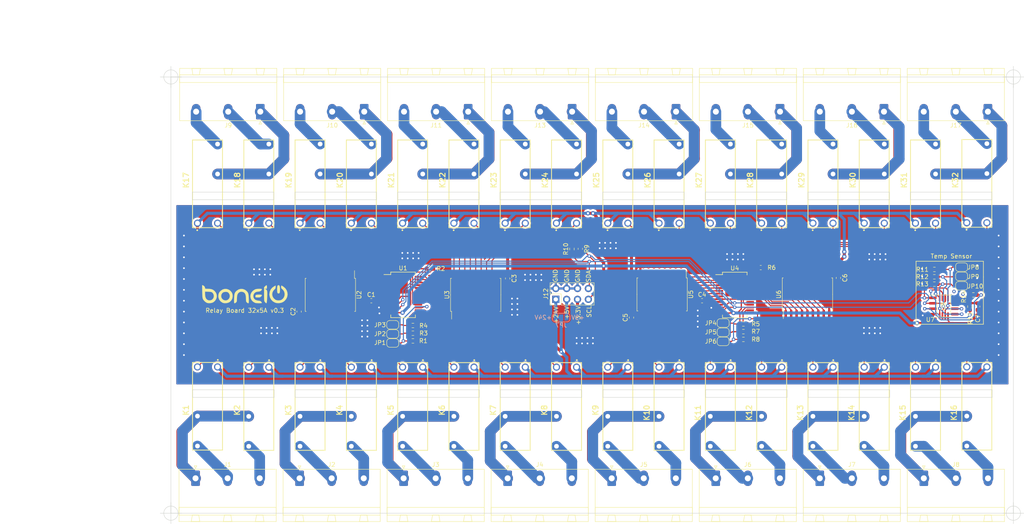
<source format=kicad_pcb>
(kicad_pcb (version 20171130) (host pcbnew "(5.1.12)-1")
  (title_block (title "relay board 32x5A") (rev 0.1))
  (layers (0 F.Cu signal) (31 B.Cu signal) (34 B.Paste user) (35 F.Paste user) (36 B.SilkS user) (37 F.SilkS user) (38 B.Mask user) (39 F.Mask user) (44 Edge.Cuts user))
  (net 0 "")
  (net 1 GND)
  (net 2 +3V3)
  (net 3 SDA)
  (net 4 SCL)
  (net 5 RELAY1)
  (net 6 RELAY2)
  (net 7 RELAY3)
  (net 8 RELAY4)
  (net 9 RELAY5)
  (net 10 RELAY6)
  (net 11 RELAY7)
  (net 12 RELAY8)
  (net 13 +24V)
  (net 14 "Net-(U4-Pad8)")
  (net 15 "Net-(U4-Pad7)")
  (net 16 "Net-(U4-Pad6)")
  (net 17 "Net-(U4-Pad5)")
  (net 18 "Net-(U4-Pad4)")
  (net 19 "Net-(U4-Pad3)")
  (net 20 "Net-(U4-Pad2)")
  (net 21 "Net-(U4-Pad1)")
  (net 22 +5V)
  (net 23 "Net-(U1-Pad28)")
  (net 24 "Net-(U1-Pad27)")
  (net 25 "Net-(U1-Pad26)")
  (net 26 "Net-(U1-Pad25)")
  (net 27 "Net-(U1-Pad24)")
  (net 28 "Net-(U1-Pad23)")
  (net 29 "Net-(U1-Pad22)")
  (net 30 "Net-(U1-Pad21)")
  (net 31 "Net-(U1-Pad20)")
  (net 32 "Net-(U1-Pad19)")
  (net 33 "Net-(U1-Pad14)")
  (net 34 "Net-(U1-Pad11)")
  (net 35 "Net-(U1-Pad8)")
  (net 36 "Net-(U1-Pad7)")
  (net 37 "Net-(U1-Pad6)")
  (net 38 "Net-(U1-Pad5)")
  (net 39 "Net-(U1-Pad4)")
  (net 40 "Net-(U1-Pad3)")
  (net 41 "Net-(U1-Pad2)")
  (net 42 "Net-(U1-Pad1)")
  (net 43 "Net-(U4-Pad11)")
  (net 44 "Net-(U4-Pad14)")
  (net 45 "Net-(U4-Pad19)")
  (net 46 "Net-(U4-Pad20)")
  (net 47 "Net-(U4-Pad21)")
  (net 48 "Net-(U4-Pad22)")
  (net 49 "Net-(U4-Pad23)")
  (net 50 "Net-(U4-Pad24)")
  (net 51 "Net-(U4-Pad25)")
  (net 52 "Net-(U4-Pad26)")
  (net 53 "Net-(U4-Pad27)")
  (net 54 "Net-(U4-Pad28)")
  (net 55 "Net-(J2-Pad2)")
  (net 56 "Net-(J2-Pad1)")
  (net 57 "Net-(J2-Pad3)")
  (net 58 "Net-(J3-Pad1)")
  (net 59 "Net-(J3-Pad2)")
  (net 60 "Net-(J3-Pad3)")
  (net 61 "Net-(J1-Pad1)")
  (net 62 "Net-(J1-Pad2)")
  (net 63 "Net-(J1-Pad3)")
  (net 64 "Net-(J4-Pad3)")
  (net 65 "Net-(J4-Pad2)")
  (net 66 "Net-(J4-Pad1)")
  (net 67 "Net-(J5-Pad1)")
  (net 68 "Net-(J5-Pad2)")
  (net 69 "Net-(J5-Pad3)")
  (net 70 "Net-(J6-Pad1)")
  (net 71 "Net-(J6-Pad2)")
  (net 72 "Net-(J6-Pad3)")
  (net 73 "Net-(J7-Pad3)")
  (net 74 "Net-(J7-Pad2)")
  (net 75 "Net-(J7-Pad1)")
  (net 76 "Net-(J8-Pad1)")
  (net 77 "Net-(J8-Pad2)")
  (net 78 "Net-(J8-Pad3)")
  (net 79 "Net-(J9-Pad3)")
  (net 80 "Net-(J9-Pad2)")
  (net 81 "Net-(J9-Pad1)")
  (net 82 "Net-(J10-Pad1)")
  (net 83 "Net-(J10-Pad2)")
  (net 84 "Net-(J10-Pad3)")
  (net 85 "Net-(J11-Pad3)")
  (net 86 "Net-(J11-Pad2)")
  (net 87 "Net-(J11-Pad1)")
  (net 88 "Net-(J13-Pad3)")
  (net 89 "Net-(J13-Pad2)")
  (net 90 "Net-(J13-Pad1)")
  (net 91 "Net-(J14-Pad3)")
  (net 92 "Net-(J14-Pad2)")
  (net 93 "Net-(J14-Pad1)")
  (net 94 "Net-(J16-Pad3)")
  (net 95 "Net-(J16-Pad2)")
  (net 96 "Net-(J16-Pad1)")
  (net 97 "Net-(J17-Pad3)")
  (net 98 "Net-(J17-Pad2)")
  (net 99 "Net-(J17-Pad1)")
  (net 100 RELAY9)
  (net 101 RELAY10)
  (net 102 RELAY11)
  (net 103 RELAY12)
  (net 104 RELAY13)
  (net 105 RELAY14)
  (net 106 RELAY15)
  (net 107 RELAY16)
  (net 108 RELAY24)
  (net 109 RELAY23)
  (net 110 RELAY22)
  (net 111 RELAY21)
  (net 112 RELAY20)
  (net 113 RELAY19)
  (net 114 RELAY18)
  (net 115 RELAY17)
  (net 116 RELAY25)
  (net 117 RELAY26)
  (net 118 RELAY27)
  (net 119 RELAY28)
  (net 120 RELAY29)
  (net 121 RELAY30)
  (net 122 RELAY31)
  (net 123 RELAY32)
  (net 124 VCC)
  (net 125 "Net-(J15-Pad3)")
  (net 126 "Net-(J15-Pad2)")
  (net 127 "Net-(J15-Pad1)")
  (net 128 "Net-(JP2-Pad2)")
  (net 129 "Net-(JP3-Pad2)")
  (net 130 "Net-(JP4-Pad2)")
  (net 131 "Net-(JP5-Pad2)")
  (net 132 "Net-(JP6-Pad2)")
  (net 133 "Net-(JP8-Pad2)")
  (net 134 "Net-(JP9-Pad2)")
  (net 135 "Net-(JP10-Pad2)")
  (net 136 "Net-(JP1-Pad2)")
  (net 137 "Net-(R2-Pad1)")
  (net 138 "Net-(R6-Pad1)")
  (net 139 "Net-(R14-Pad2)")
  (net 140 "Net-(R15-Pad2)")
  (module Resistor_SMD:R_0603_1608Metric (layer F.Cu) (at 475.785 311.668)
    (fp_text reference R14 (at -2.245 0.45 90) (layer F.SilkS))
    (fp_text value 4.7k)
    (pad 2 smd roundrect (at 0.825 0) (size 0.8 0.95) (layers F.Cu F.Paste F.Mask) (net 139 "Net-(R14-Pad2)"))
    (pad 1 smd roundrect (at -0.825 0) (size 0.8 0.95) (layers F.Cu F.Paste F.Mask) (net 2 +3V3))
  )
  (module Jumper:SolderJumper-2_P1.3mm_Open_RoundedPad1.0x1.5mm (layer F.Cu) (at 473.03 309.548 180)
    (fp_text reference JP10 (at -3.21 -0.1) (layer F.SilkS))
    (fp_text value NO_Small)
    (pad 2 smd custom (at 0.65 0 180) (size 1 0.5) (layers F.Cu F.Mask) (net 135 "Net-(JP10-Pad2)") (options (clearance outline) (anchor rect)) (primitives (gr_circle (center 0 0.25) (end 0.5 0.25) (width 0)) (gr_circle (center 0 -0.25) (end 0.5 -0.25) (width 0)) (gr_poly (pts (xy 0 -0.75) (xy -0.5 -0.75) (xy -0.5 0.75) (xy 0 0.75)) (width 0))))
    (pad 1 smd custom (at -0.65 0 180) (size 1 0.5) (layers F.Cu F.Mask) (net 2 +3V3) (options (clearance outline) (anchor rect)) (primitives (gr_circle (center 0 0.25) (end 0.5 0.25) (width 0)) (gr_circle (center 0 -0.25) (end 0.5 -0.25) (width 0)) (gr_poly (pts (xy 0 -0.75) (xy 0.5 -0.75) (xy 0.5 0.75) (xy 0 0.75)) (width 0))))
  )
  (module Jumper:SolderJumper-2_P1.3mm_Open_RoundedPad1.0x1.5mm (layer F.Cu) (at 473.03 307.338 180)
    (fp_text reference JP9 (at -2.73381 -0.07) (layer F.SilkS))
    (fp_text value NO_Small)
    (pad 2 smd custom (at 0.65 0 180) (size 1 0.5) (layers F.Cu F.Mask) (net 134 "Net-(JP9-Pad2)") (options (clearance outline) (anchor rect)) (primitives (gr_circle (center 0 0.25) (end 0.5 0.25) (width 0)) (gr_circle (center 0 -0.25) (end 0.5 -0.25) (width 0)) (gr_poly (pts (xy 0 -0.75) (xy -0.5 -0.75) (xy -0.5 0.75) (xy 0 0.75)) (width 0))))
    (pad 1 smd custom (at -0.65 0 180) (size 1 0.5) (layers F.Cu F.Mask) (net 2 +3V3) (options (clearance outline) (anchor rect)) (primitives (gr_circle (center 0 0.25) (end 0.5 0.25) (width 0)) (gr_circle (center 0 -0.25) (end 0.5 -0.25) (width 0)) (gr_poly (pts (xy 0 -0.75) (xy 0.5 -0.75) (xy 0.5 0.75) (xy 0 0.75)) (width 0))))
  )
  (module Jumper:SolderJumper-2_P1.3mm_Open_RoundedPad1.0x1.5mm (layer F.Cu) (at 473.04 305.178 180)
    (fp_text reference JP8 (at -2.72381 -0.03) (layer F.SilkS))
    (fp_text value NO_Small)
    (pad 2 smd custom (at 0.65 0 180) (size 1 0.5) (layers F.Cu F.Mask) (net 133 "Net-(JP8-Pad2)") (options (clearance outline) (anchor rect)) (primitives (gr_circle (center 0 0.25) (end 0.5 0.25) (width 0)) (gr_circle (center 0 -0.25) (end 0.5 -0.25) (width 0)) (gr_poly (pts (xy 0 -0.75) (xy -0.5 -0.75) (xy -0.5 0.75) (xy 0 0.75)) (width 0))))
    (pad 1 smd custom (at -0.65 0 180) (size 1 0.5) (layers F.Cu F.Mask) (net 2 +3V3) (options (clearance outline) (anchor rect)) (primitives (gr_circle (center 0 0.25) (end 0.5 0.25) (width 0)) (gr_circle (center 0 -0.25) (end 0.5 -0.25) (width 0)) (gr_poly (pts (xy 0 -0.75) (xy 0.5 -0.75) (xy 0.5 0.75) (xy 0 0.75)) (width 0))))
  )
  (module Jumper:SolderJumper-2_P1.3mm_Open_RoundedPad1.0x1.5mm (layer F.Cu) (at 417.27 322.538)
    (fp_text reference JP6 (at -2.89 0) (layer F.SilkS))
    (fp_text value NO_Small)
    (pad 2 smd custom (at 0.65 0) (size 1 0.5) (layers F.Cu F.Mask) (net 132 "Net-(JP6-Pad2)") (options (clearance outline) (anchor rect)) (primitives (gr_circle (center 0 0.25) (end 0.5 0.25) (width 0)) (gr_circle (center 0 -0.25) (end 0.5 -0.25) (width 0)) (gr_poly (pts (xy 0 -0.75) (xy -0.5 -0.75) (xy -0.5 0.75) (xy 0 0.75)) (width 0))))
    (pad 1 smd custom (at -0.65 0) (size 1 0.5) (layers F.Cu F.Mask) (net 2 +3V3) (options (clearance outline) (anchor rect)) (primitives (gr_circle (center 0 0.25) (end 0.5 0.25) (width 0)) (gr_circle (center 0 -0.25) (end 0.5 -0.25) (width 0)) (gr_poly (pts (xy 0 -0.75) (xy 0.5 -0.75) (xy 0.5 0.75) (xy 0 0.75)) (width 0))))
  )
  (module Jumper:SolderJumper-2_P1.3mm_Open_RoundedPad1.0x1.5mm (layer F.Cu) (at 417.27 320.408)
    (fp_text reference JP5 (at -2.89 -0.05) (layer F.SilkS))
    (fp_text value NO_Small)
    (pad 2 smd custom (at 0.65 0) (size 1 0.5) (layers F.Cu F.Mask) (net 131 "Net-(JP5-Pad2)") (options (clearance outline) (anchor rect)) (primitives (gr_circle (center 0 0.25) (end 0.5 0.25) (width 0)) (gr_circle (center 0 -0.25) (end 0.5 -0.25) (width 0)) (gr_poly (pts (xy 0 -0.75) (xy -0.5 -0.75) (xy -0.5 0.75) (xy 0 0.75)) (width 0))))
    (pad 1 smd custom (at -0.65 0) (size 1 0.5) (layers F.Cu F.Mask) (net 2 +3V3) (options (clearance outline) (anchor rect)) (primitives (gr_circle (center 0 0.25) (end 0.5 0.25) (width 0)) (gr_circle (center 0 -0.25) (end 0.5 -0.25) (width 0)) (gr_poly (pts (xy 0 -0.75) (xy 0.5 -0.75) (xy 0.5 0.75) (xy 0 0.75)) (width 0))))
  )
  (module Jumper:SolderJumper-2_P1.3mm_Open_RoundedPad1.0x1.5mm (layer F.Cu) (at 417.27 318.248)
    (fp_text reference JP4 (at -2.88 0) (layer F.SilkS))
    (fp_text value NO_Small)
    (pad 2 smd custom (at 0.65 0) (size 1 0.5) (layers F.Cu F.Mask) (net 130 "Net-(JP4-Pad2)") (options (clearance outline) (anchor rect)) (primitives (gr_circle (center 0 0.25) (end 0.5 0.25) (width 0)) (gr_circle (center 0 -0.25) (end 0.5 -0.25) (width 0)) (gr_poly (pts (xy 0 -0.75) (xy -0.5 -0.75) (xy -0.5 0.75) (xy 0 0.75)) (width 0))))
    (pad 1 smd custom (at -0.65 0) (size 1 0.5) (layers F.Cu F.Mask) (net 2 +3V3) (options (clearance outline) (anchor rect)) (primitives (gr_circle (center 0 0.25) (end 0.5 0.25) (width 0)) (gr_circle (center 0 -0.25) (end 0.5 -0.25) (width 0)) (gr_poly (pts (xy 0 -0.75) (xy 0.5 -0.75) (xy 0.5 0.75) (xy 0 0.75)) (width 0))))
  )
  (module Jumper:SolderJumper-2_P1.3mm_Open_RoundedPad1.0x1.5mm (layer F.Cu) (at 340 318.658)
    (fp_text reference JP3 (at -2.97 0.04) (layer F.SilkS))
    (fp_text value NO_Small)
    (pad 2 smd custom (at 0.65 0) (size 1 0.5) (layers F.Cu F.Mask) (net 129 "Net-(JP3-Pad2)") (options (clearance outline) (anchor rect)) (primitives (gr_circle (center 0 0.25) (end 0.5 0.25) (width 0)) (gr_circle (center 0 -0.25) (end 0.5 -0.25) (width 0)) (gr_poly (pts (xy 0 -0.75) (xy -0.5 -0.75) (xy -0.5 0.75) (xy 0 0.75)) (width 0))))
    (pad 1 smd custom (at -0.65 0) (size 1 0.5) (layers F.Cu F.Mask) (net 2 +3V3) (options (clearance outline) (anchor rect)) (primitives (gr_circle (center 0 0.25) (end 0.5 0.25) (width 0)) (gr_circle (center 0 -0.25) (end 0.5 -0.25) (width 0)) (gr_poly (pts (xy 0 -0.75) (xy 0.5 -0.75) (xy 0.5 0.75) (xy 0 0.75)) (width 0))))
  )
  (module Jumper:SolderJumper-2_P1.3mm_Open_RoundedPad1.0x1.5mm (layer F.Cu) (at 340 320.788)
    (fp_text reference JP2 (at -2.97 0) (layer F.SilkS))
    (fp_text value NO_Small)
    (pad 2 smd custom (at 0.65 0) (size 1 0.5) (layers F.Cu F.Mask) (net 128 "Net-(JP2-Pad2)") (options (clearance outline) (anchor rect)) (primitives (gr_circle (center 0 0.25) (end 0.5 0.25) (width 0)) (gr_circle (center 0 -0.25) (end 0.5 -0.25) (width 0)) (gr_poly (pts (xy 0 -0.75) (xy -0.5 -0.75) (xy -0.5 0.75) (xy 0 0.75)) (width 0))))
    (pad 1 smd custom (at -0.65 0) (size 1 0.5) (layers F.Cu F.Mask) (net 2 +3V3) (options (clearance outline) (anchor rect)) (primitives (gr_circle (center 0 0.25) (end 0.5 0.25) (width 0)) (gr_circle (center 0 -0.25) (end 0.5 -0.25) (width 0)) (gr_poly (pts (xy 0 -0.75) (xy 0.5 -0.75) (xy 0.5 0.75) (xy 0 0.75)) (width 0))))
  )
  (module Jumper:SolderJumper-2_P1.3mm_Open_RoundedPad1.0x1.5mm (layer F.Cu) (at 340.01 322.908)
    (fp_text reference JP1 (at -2.98 -0.06) (layer F.SilkS))
    (fp_text value NO_Small)
    (pad 2 smd custom (at 0.65 0) (size 1 0.5) (layers F.Cu F.Mask) (net 136 "Net-(JP1-Pad2)") (options (clearance outline) (anchor rect)) (primitives (gr_circle (center 0 0.25) (end 0.5 0.25) (width 0)) (gr_circle (center 0 -0.25) (end 0.5 -0.25) (width 0)) (gr_poly (pts (xy 0 -0.75) (xy -0.5 -0.75) (xy -0.5 0.75) (xy 0 0.75)) (width 0))))
    (pad 1 smd custom (at -0.65 0) (size 1 0.5) (layers F.Cu F.Mask) (net 2 +3V3) (options (clearance outline) (anchor rect)) (primitives (gr_circle (center 0 0.25) (end 0.5 0.25) (width 0)) (gr_circle (center 0 -0.25) (end 0.5 -0.25) (width 0)) (gr_poly (pts (xy 0 -0.75) (xy 0.5 -0.75) (xy 0.5 0.75) (xy 0 0.75)) (width 0))))
  )
  (module Resistor_SMD:R_0603_1608Metric (layer F.Cu) (at 344.725 318.818)
    (fp_text reference R4 (at 2.485 0.05) (layer F.SilkS))
    (fp_text value 10k)
    (pad 2 smd roundrect (at 0.825 0) (size 0.8 0.95) (layers F.Cu F.Paste F.Mask) (net 1 GND))
    (pad 1 smd roundrect (at -0.825 0) (size 0.8 0.95) (layers F.Cu F.Paste F.Mask) (net 129 "Net-(JP3-Pad2)"))
  )
  (module Resistor_SMD:R_0603_1608Metric (layer F.Cu) (at 344.725 320.628)
    (fp_text reference R3 (at 2.505 0.01) (layer F.SilkS))
    (fp_text value 10k)
    (pad 2 smd roundrect (at 0.825 0) (size 0.8 0.95) (layers F.Cu F.Paste F.Mask) (net 1 GND))
    (pad 1 smd roundrect (at -0.825 0) (size 0.8 0.95) (layers F.Cu F.Paste F.Mask) (net 128 "Net-(JP2-Pad2)"))
  )
  (module Resistor_SMD:R_0603_1608Metric (layer F.Cu) (at 344.725 322.428)
    (fp_text reference R1 (at 2.445 -0.01) (layer F.SilkS))
    (fp_text value 10k)
    (pad 2 smd roundrect (at 0.825 0) (size 0.8 0.95) (layers F.Cu F.Paste F.Mask) (net 1 GND))
    (pad 1 smd roundrect (at -0.825 0) (size 0.8 0.95) (layers F.Cu F.Paste F.Mask) (net 136 "Net-(JP1-Pad2)"))
  )
  (module boneIO_LOGO:HF46F (layer F.Cu) (at 428.62 327.508 270)
    (fp_text reference K12 (at 11.724762 5.265337 90) (layer F.SilkS) (effects (font (size 1.27 1.27) (thickness 0.254))))
    (fp_text value HF46F hide)
    (pad 1 thru_hole circle (at 1.05 -2.35 270) (size 1.65 1.65) (drill 1.1) (layers *.Cu *.Mask) (net 124 VCC))
    (pad 2 thru_hole circle (at 1.05 2.35 270) (size 1.65 1.65) (drill 1.1) (layers *.Cu *.Mask) (net 103 RELAY12))
    (pad 3 thru_hole circle (at 12.55 2.35 270) (size 1.65 1.65) (drill 1.1) (layers *.Cu *.Mask) (net 70 "Net-(J6-Pad1)"))
    (pad 4 thru_hole circle (at 19.55 2.35 270) (size 1.65 1.65) (drill 1.1) (layers *.Cu *.Mask) (net 72 "Net-(J6-Pad3)"))
  )
  (module boneIO_LOGO:HF46F (layer F.Cu) (at 416.62 327.508 270)
    (fp_text reference K11 (at 11.724762 5.23667 90) (layer F.SilkS) (effects (font (size 1.27 1.27) (thickness 0.254))))
    (fp_text value HF46F hide)
    (pad 1 thru_hole circle (at 1.05 -2.35 270) (size 1.65 1.65) (drill 1.1) (layers *.Cu *.Mask) (net 124 VCC))
    (pad 2 thru_hole circle (at 1.05 2.35 270) (size 1.65 1.65) (drill 1.1) (layers *.Cu *.Mask) (net 102 RELAY11))
    (pad 3 thru_hole circle (at 12.55 2.35 270) (size 1.65 1.65) (drill 1.1) (layers *.Cu *.Mask) (net 70 "Net-(J6-Pad1)"))
    (pad 4 thru_hole circle (at 19.55 2.35 270) (size 1.65 1.65) (drill 1.1) (layers *.Cu *.Mask) (net 71 "Net-(J6-Pad2)"))
  )
  (module Package_SO:MSOP-8_3x3mm_P0.65mm (layer F.Cu) (at 468.875 314.4655 270)
    (fp_text reference U8 (at -0.1475 0.115 90) (layer F.SilkS))
    (fp_text value MCP9808_MSOP)
    (pad 8 smd roundrect (at 2.1125 -0.975 270) (size 1.625 0.4) (layers F.Cu F.Paste F.Mask) (net 2 +3V3))
    (pad 7 smd roundrect (at 2.1125 -0.325 270) (size 1.625 0.4) (layers F.Cu F.Paste F.Mask) (net 133 "Net-(JP8-Pad2)"))
    (pad 6 smd roundrect (at 2.1125 0.325 270) (size 1.625 0.4) (layers F.Cu F.Paste F.Mask) (net 134 "Net-(JP9-Pad2)"))
    (pad 5 smd roundrect (at 2.1125 0.975 270) (size 1.625 0.4) (layers F.Cu F.Paste F.Mask) (net 135 "Net-(JP10-Pad2)"))
    (pad 4 smd roundrect (at -2.1125 0.975 270) (size 1.625 0.4) (layers F.Cu F.Paste F.Mask) (net 1 GND))
    (pad 3 smd roundrect (at -2.1125 0.325 270) (size 1.625 0.4) (layers F.Cu F.Paste F.Mask) (net 140 "Net-(R15-Pad2)"))
    (pad 2 smd roundrect (at -2.1125 -0.325 270) (size 1.625 0.4) (layers F.Cu F.Paste F.Mask) (net 4 SCL))
    (pad 1 smd roundrect (at -2.1125 -0.975 270) (size 1.625 0.4) (layers F.Cu F.Paste F.Mask) (net 3 SDA))
  )
  (module Package_SO:SO-8_3.9x4.9mm_P1.27mm (layer F.Cu) (at 468.875 314.263)
    (fp_text reference U7 (at -3.155 3.195) (layer F.SilkS))
    (fp_text value MCP9808_SO8)
    (pad 8 smd roundrect (at 2.575 -1.905) (size 1.75 0.6) (layers F.Cu F.Paste F.Mask) (net 2 +3V3))
    (pad 7 smd roundrect (at 2.575 -0.635) (size 1.75 0.6) (layers F.Cu F.Paste F.Mask) (net 133 "Net-(JP8-Pad2)"))
    (pad 6 smd roundrect (at 2.575 0.635) (size 1.75 0.6) (layers F.Cu F.Paste F.Mask) (net 134 "Net-(JP9-Pad2)"))
    (pad 5 smd roundrect (at 2.575 1.905) (size 1.75 0.6) (layers F.Cu F.Paste F.Mask) (net 135 "Net-(JP10-Pad2)"))
    (pad 4 smd roundrect (at -2.575 1.905) (size 1.75 0.6) (layers F.Cu F.Paste F.Mask) (net 1 GND))
    (pad 3 smd roundrect (at -2.575 0.635) (size 1.75 0.6) (layers F.Cu F.Paste F.Mask) (net 139 "Net-(R14-Pad2)"))
    (pad 2 smd roundrect (at -2.575 -0.635) (size 1.75 0.6) (layers F.Cu F.Paste F.Mask) (net 4 SCL))
    (pad 1 smd roundrect (at -2.575 -1.905) (size 1.75 0.6) (layers F.Cu F.Paste F.Mask) (net 3 SDA))
  )
  (module Resistor_SMD:R_0603_1608Metric (layer F.Cu) (at 474.97 314.408 270)
    (fp_text reference R15 (at 2.74 -0.11 90) (layer F.SilkS))
    (fp_text value 4.7k)
    (pad 2 smd roundrect (at 0.825 0 270) (size 0.8 0.95) (layers F.Cu F.Paste F.Mask) (net 140 "Net-(R15-Pad2)"))
    (pad 1 smd roundrect (at -0.825 0 270) (size 0.8 0.95) (layers F.Cu F.Paste F.Mask) (net 2 +3V3))
  )
  (module Resistor_SMD:R_0603_1608Metric (layer F.Cu) (at 466.655 309.148 180)
    (fp_text reference R13 (at 2.815 0.02) (layer F.SilkS))
    (fp_text value 10k)
    (pad 2 smd roundrect (at 0.825 0 180) (size 0.8 0.95) (layers F.Cu F.Paste F.Mask) (net 1 GND))
    (pad 1 smd roundrect (at -0.825 0 180) (size 0.8 0.95) (layers F.Cu F.Paste F.Mask) (net 135 "Net-(JP10-Pad2)"))
  )
  (module Resistor_SMD:R_0603_1608Metric (layer F.Cu) (at 466.655 307.438 180)
    (fp_text reference R12 (at 2.815 0.01) (layer F.SilkS))
    (fp_text value 10k)
    (pad 2 smd roundrect (at 0.825 0 180) (size 0.8 0.95) (layers F.Cu F.Paste F.Mask) (net 1 GND))
    (pad 1 smd roundrect (at -0.825 0 180) (size 0.8 0.95) (layers F.Cu F.Paste F.Mask) (net 134 "Net-(JP9-Pad2)"))
  )
  (module Resistor_SMD:R_0603_1608Metric (layer F.Cu) (at 466.665 305.708 180)
    (fp_text reference R11 (at 2.805 -0.02) (layer F.SilkS))
    (fp_text value 10k)
    (pad 2 smd roundrect (at 0.825 0 180) (size 0.8 0.95) (layers F.Cu F.Paste F.Mask) (net 1 GND))
    (pad 1 smd roundrect (at -0.825 0 180) (size 0.8 0.95) (layers F.Cu F.Paste F.Mask) (net 133 "Net-(JP8-Pad2)"))
  )
  (module Resistor_SMD:R_0603_1608Metric (layer F.Cu) (at 381.91 300.933 90)
    (fp_text reference R10 (at 0 -1.43 90) (layer F.SilkS))
    (fp_text value 4.7k)
    (pad 2 smd roundrect (at 0.825 0 90) (size 0.8 0.95) (layers F.Cu F.Paste F.Mask) (net 2 +3V3))
    (pad 1 smd roundrect (at -0.825 0 90) (size 0.8 0.95) (layers F.Cu F.Paste F.Mask) (net 3 SDA))
  )
  (module Resistor_SMD:R_0603_1608Metric (layer F.Cu) (at 422.005 322.068)
    (fp_text reference R8 (at 2.885 0) (layer F.SilkS))
    (fp_text value 10k)
    (pad 2 smd roundrect (at 0.825 0) (size 0.8 0.95) (layers F.Cu F.Paste F.Mask) (net 1 GND))
    (pad 1 smd roundrect (at -0.825 0) (size 0.8 0.95) (layers F.Cu F.Paste F.Mask) (net 132 "Net-(JP6-Pad2)"))
  )
  (module Resistor_SMD:R_0603_1608Metric (layer F.Cu) (at 422.005 320.263)
    (fp_text reference R7 (at 2.885 -0.035) (layer F.SilkS))
    (fp_text value 10k)
    (pad 2 smd roundrect (at 0.825 0) (size 0.8 0.95) (layers F.Cu F.Paste F.Mask) (net 1 GND))
    (pad 1 smd roundrect (at -0.825 0) (size 0.8 0.95) (layers F.Cu F.Paste F.Mask) (net 131 "Net-(JP5-Pad2)"))
  )
  (module Resistor_SMD:R_0603_1608Metric (layer F.Cu) (at 422.005 318.458)
    (fp_text reference R5 (at 2.885 0.02) (layer F.SilkS))
    (fp_text value 10k)
    (pad 2 smd roundrect (at 0.825 0) (size 0.8 0.95) (layers F.Cu F.Paste F.Mask) (net 1 GND))
    (pad 1 smd roundrect (at -0.825 0) (size 0.8 0.95) (layers F.Cu F.Paste F.Mask) (net 130 "Net-(JP4-Pad2)"))
  )
  (module boneIO_LOGO:HF46F (layer F.Cu) (at 476.59 295.848 90)
    (fp_text reference K32 (at 11 -5.02 90) (layer F.SilkS) (effects (font (size 1.27 1.27) (thickness 0.254))))
    (fp_text value HF46F hide)
    (pad 1 thru_hole circle (at 1.05 -2.35 90) (size 1.65 1.65) (drill 1.1) (layers *.Cu *.Mask) (net 124 VCC))
    (pad 2 thru_hole circle (at 1.05 2.35 90) (size 1.65 1.65) (drill 1.1) (layers *.Cu *.Mask) (net 123 RELAY32))
    (pad 3 thru_hole circle (at 12.55 2.35 90) (size 1.65 1.65) (drill 1.1) (layers *.Cu *.Mask) (net 99 "Net-(J17-Pad1)"))
    (pad 4 thru_hole circle (at 19.55 2.35 90) (size 1.65 1.65) (drill 1.1) (layers *.Cu *.Mask) (net 98 "Net-(J17-Pad2)"))
  )
  (module boneIO_LOGO:HF46F (layer F.Cu) (at 464.59 295.948 90)
    (fp_text reference K31 (at 11.1 -5.012 90) (layer F.SilkS) (effects (font (size 1.27 1.27) (thickness 0.254))))
    (fp_text value HF46F hide)
    (pad 1 thru_hole circle (at 1.05 -2.35 90) (size 1.65 1.65) (drill 1.1) (layers *.Cu *.Mask) (net 124 VCC))
    (pad 2 thru_hole circle (at 1.05 2.35 90) (size 1.65 1.65) (drill 1.1) (layers *.Cu *.Mask) (net 122 RELAY31))
    (pad 3 thru_hole circle (at 12.55 2.35 90) (size 1.65 1.65) (drill 1.1) (layers *.Cu *.Mask) (net 99 "Net-(J17-Pad1)"))
    (pad 4 thru_hole circle (at 19.55 2.35 90) (size 1.65 1.65) (drill 1.1) (layers *.Cu *.Mask) (net 97 "Net-(J17-Pad3)"))
  )
  (module boneIO_LOGO:HF46F (layer F.Cu) (at 452.6 295.948 90)
    (fp_text reference K30 (at 11.1 -5.014 90) (layer F.SilkS) (effects (font (size 1.27 1.27) (thickness 0.254))))
    (fp_text value HF46F hide)
    (pad 1 thru_hole circle (at 1.05 -2.35 90) (size 1.65 1.65) (drill 1.1) (layers *.Cu *.Mask) (net 124 VCC))
    (pad 2 thru_hole circle (at 1.05 2.35 90) (size 1.65 1.65) (drill 1.1) (layers *.Cu *.Mask) (net 121 RELAY30))
    (pad 3 thru_hole circle (at 12.55 2.35 90) (size 1.65 1.65) (drill 1.1) (layers *.Cu *.Mask) (net 96 "Net-(J16-Pad1)"))
    (pad 4 thru_hole circle (at 19.55 2.35 90) (size 1.65 1.65) (drill 1.1) (layers *.Cu *.Mask) (net 95 "Net-(J16-Pad2)"))
  )
  (module boneIO_LOGO:HF46F (layer F.Cu) (at 440.61 295.948 90)
    (fp_text reference K29 (at 11.1 -5.016 90) (layer F.SilkS) (effects (font (size 1.27 1.27) (thickness 0.254))))
    (fp_text value HF46F hide)
    (pad 1 thru_hole circle (at 1.05 -2.35 90) (size 1.65 1.65) (drill 1.1) (layers *.Cu *.Mask) (net 124 VCC))
    (pad 2 thru_hole circle (at 1.05 2.35 90) (size 1.65 1.65) (drill 1.1) (layers *.Cu *.Mask) (net 120 RELAY29))
    (pad 3 thru_hole circle (at 12.55 2.35 90) (size 1.65 1.65) (drill 1.1) (layers *.Cu *.Mask) (net 96 "Net-(J16-Pad1)"))
    (pad 4 thru_hole circle (at 19.55 2.35 90) (size 1.65 1.65) (drill 1.1) (layers *.Cu *.Mask) (net 94 "Net-(J16-Pad3)"))
  )
  (module boneIO_LOGO:HF46F (layer F.Cu) (at 428.61 295.948 90)
    (fp_text reference K28 (at 11.1 -5.008 90) (layer F.SilkS) (effects (font (size 1.27 1.27) (thickness 0.254))))
    (fp_text value HF46F hide)
    (pad 1 thru_hole circle (at 1.05 -2.35 90) (size 1.65 1.65) (drill 1.1) (layers *.Cu *.Mask) (net 124 VCC))
    (pad 2 thru_hole circle (at 1.05 2.35 90) (size 1.65 1.65) (drill 1.1) (layers *.Cu *.Mask) (net 119 RELAY28))
    (pad 3 thru_hole circle (at 12.55 2.35 90) (size 1.65 1.65) (drill 1.1) (layers *.Cu *.Mask) (net 127 "Net-(J15-Pad1)"))
    (pad 4 thru_hole circle (at 19.55 2.35 90) (size 1.65 1.65) (drill 1.1) (layers *.Cu *.Mask) (net 126 "Net-(J15-Pad2)"))
  )
  (module boneIO_LOGO:HF46F (layer F.Cu) (at 416.62 295.948 90)
    (fp_text reference K27 (at 11.1 -5.01 90) (layer F.SilkS) (effects (font (size 1.27 1.27) (thickness 0.254))))
    (fp_text value HF46F hide)
    (pad 1 thru_hole circle (at 1.05 -2.35 90) (size 1.65 1.65) (drill 1.1) (layers *.Cu *.Mask) (net 124 VCC))
    (pad 2 thru_hole circle (at 1.05 2.35 90) (size 1.65 1.65) (drill 1.1) (layers *.Cu *.Mask) (net 118 RELAY27))
    (pad 3 thru_hole circle (at 12.55 2.35 90) (size 1.65 1.65) (drill 1.1) (layers *.Cu *.Mask) (net 127 "Net-(J15-Pad1)"))
    (pad 4 thru_hole circle (at 19.55 2.35 90) (size 1.65 1.65) (drill 1.1) (layers *.Cu *.Mask) (net 125 "Net-(J15-Pad3)"))
  )
  (module boneIO_LOGO:HF46F (layer F.Cu) (at 404.63 295.948 90)
    (fp_text reference K26 (at 11.1 -5.012 90) (layer F.SilkS) (effects (font (size 1.27 1.27) (thickness 0.254))))
    (fp_text value HF46F hide)
    (pad 1 thru_hole circle (at 1.05 -2.35 90) (size 1.65 1.65) (drill 1.1) (layers *.Cu *.Mask) (net 124 VCC))
    (pad 2 thru_hole circle (at 1.05 2.35 90) (size 1.65 1.65) (drill 1.1) (layers *.Cu *.Mask) (net 117 RELAY26))
    (pad 3 thru_hole circle (at 12.55 2.35 90) (size 1.65 1.65) (drill 1.1) (layers *.Cu *.Mask) (net 93 "Net-(J14-Pad1)"))
    (pad 4 thru_hole circle (at 19.55 2.35 90) (size 1.65 1.65) (drill 1.1) (layers *.Cu *.Mask) (net 92 "Net-(J14-Pad2)"))
  )
  (module boneIO_LOGO:HF46F (layer F.Cu) (at 392.64 295.948 90)
    (fp_text reference K25 (at 11.1 -5.014 90) (layer F.SilkS) (effects (font (size 1.27 1.27) (thickness 0.254))))
    (fp_text value HF46F hide)
    (pad 1 thru_hole circle (at 1.05 -2.35 90) (size 1.65 1.65) (drill 1.1) (layers *.Cu *.Mask) (net 124 VCC))
    (pad 2 thru_hole circle (at 1.05 2.35 90) (size 1.65 1.65) (drill 1.1) (layers *.Cu *.Mask) (net 116 RELAY25))
    (pad 3 thru_hole circle (at 12.55 2.35 90) (size 1.65 1.65) (drill 1.1) (layers *.Cu *.Mask) (net 93 "Net-(J14-Pad1)"))
    (pad 4 thru_hole circle (at 19.55 2.35 90) (size 1.65 1.65) (drill 1.1) (layers *.Cu *.Mask) (net 91 "Net-(J14-Pad3)"))
  )
  (module boneIO_LOGO:HF46F (layer F.Cu) (at 380.64 295.948 90)
    (fp_text reference K24 (at 11.1 -5.006 90) (layer F.SilkS) (effects (font (size 1.27 1.27) (thickness 0.254))))
    (fp_text value HF46F hide)
    (pad 1 thru_hole circle (at 1.05 -2.35 90) (size 1.65 1.65) (drill 1.1) (layers *.Cu *.Mask) (net 124 VCC))
    (pad 2 thru_hole circle (at 1.05 2.35 90) (size 1.65 1.65) (drill 1.1) (layers *.Cu *.Mask) (net 108 RELAY24))
    (pad 3 thru_hole circle (at 12.55 2.35 90) (size 1.65 1.65) (drill 1.1) (layers *.Cu *.Mask) (net 90 "Net-(J13-Pad1)"))
    (pad 4 thru_hole circle (at 19.55 2.35 90) (size 1.65 1.65) (drill 1.1) (layers *.Cu *.Mask) (net 89 "Net-(J13-Pad2)"))
  )
  (module boneIO_LOGO:HF46F (layer F.Cu) (at 368.65 295.948 90)
    (fp_text reference K23 (at 11.1 -5.008 90) (layer F.SilkS) (effects (font (size 1.27 1.27) (thickness 0.254))))
    (fp_text value HF46F hide)
    (pad 1 thru_hole circle (at 1.05 -2.35 90) (size 1.65 1.65) (drill 1.1) (layers *.Cu *.Mask) (net 124 VCC))
    (pad 2 thru_hole circle (at 1.05 2.35 90) (size 1.65 1.65) (drill 1.1) (layers *.Cu *.Mask) (net 109 RELAY23))
    (pad 3 thru_hole circle (at 12.55 2.35 90) (size 1.65 1.65) (drill 1.1) (layers *.Cu *.Mask) (net 90 "Net-(J13-Pad1)"))
    (pad 4 thru_hole circle (at 19.55 2.35 90) (size 1.65 1.65) (drill 1.1) (layers *.Cu *.Mask) (net 88 "Net-(J13-Pad3)"))
  )
  (module boneIO_LOGO:HF46F (layer F.Cu) (at 356.66 295.948 90)
    (fp_text reference K22 (at 11.1 -5.01 90) (layer F.SilkS) (effects (font (size 1.27 1.27) (thickness 0.254))))
    (fp_text value HF46F hide)
    (pad 1 thru_hole circle (at 1.05 -2.35 90) (size 1.65 1.65) (drill 1.1) (layers *.Cu *.Mask) (net 124 VCC))
    (pad 2 thru_hole circle (at 1.05 2.35 90) (size 1.65 1.65) (drill 1.1) (layers *.Cu *.Mask) (net 110 RELAY22))
    (pad 3 thru_hole circle (at 12.55 2.35 90) (size 1.65 1.65) (drill 1.1) (layers *.Cu *.Mask) (net 87 "Net-(J11-Pad1)"))
    (pad 4 thru_hole circle (at 19.55 2.35 90) (size 1.65 1.65) (drill 1.1) (layers *.Cu *.Mask) (net 86 "Net-(J11-Pad2)"))
  )
  (module boneIO_LOGO:HF46F (layer F.Cu) (at 344.67 295.948 90)
    (fp_text reference K21 (at 11.1 -5.012 90) (layer F.SilkS) (effects (font (size 1.27 1.27) (thickness 0.254))))
    (fp_text value HF46F hide)
    (pad 1 thru_hole circle (at 1.05 -2.35 90) (size 1.65 1.65) (drill 1.1) (layers *.Cu *.Mask) (net 124 VCC))
    (pad 2 thru_hole circle (at 1.05 2.35 90) (size 1.65 1.65) (drill 1.1) (layers *.Cu *.Mask) (net 111 RELAY21))
    (pad 3 thru_hole circle (at 12.55 2.35 90) (size 1.65 1.65) (drill 1.1) (layers *.Cu *.Mask) (net 87 "Net-(J11-Pad1)"))
    (pad 4 thru_hole circle (at 19.55 2.35 90) (size 1.65 1.65) (drill 1.1) (layers *.Cu *.Mask) (net 85 "Net-(J11-Pad3)"))
  )
  (module boneIO_LOGO:HF46F (layer F.Cu) (at 332.67 295.948 90)
    (fp_text reference K20 (at 11.1 -5.004 90) (layer F.SilkS) (effects (font (size 1.27 1.27) (thickness 0.254))))
    (fp_text value HF46F hide)
    (pad 1 thru_hole circle (at 1.05 -2.35 90) (size 1.65 1.65) (drill 1.1) (layers *.Cu *.Mask) (net 124 VCC))
    (pad 2 thru_hole circle (at 1.05 2.35 90) (size 1.65 1.65) (drill 1.1) (layers *.Cu *.Mask) (net 112 RELAY20))
    (pad 3 thru_hole circle (at 12.55 2.35 90) (size 1.65 1.65) (drill 1.1) (layers *.Cu *.Mask) (net 82 "Net-(J10-Pad1)"))
    (pad 4 thru_hole circle (at 19.55 2.35 90) (size 1.65 1.65) (drill 1.1) (layers *.Cu *.Mask) (net 83 "Net-(J10-Pad2)"))
  )
  (module boneIO_LOGO:HF46F (layer F.Cu) (at 320.68 295.938 90)
    (fp_text reference K19 (at 11.09 -5.006 90) (layer F.SilkS) (effects (font (size 1.27 1.27) (thickness 0.254))))
    (fp_text value HF46F hide)
    (pad 1 thru_hole circle (at 1.05 -2.35 90) (size 1.65 1.65) (drill 1.1) (layers *.Cu *.Mask) (net 124 VCC))
    (pad 2 thru_hole circle (at 1.05 2.35 90) (size 1.65 1.65) (drill 1.1) (layers *.Cu *.Mask) (net 113 RELAY19))
    (pad 3 thru_hole circle (at 12.55 2.35 90) (size 1.65 1.65) (drill 1.1) (layers *.Cu *.Mask) (net 82 "Net-(J10-Pad1)"))
    (pad 4 thru_hole circle (at 19.55 2.35 90) (size 1.65 1.65) (drill 1.1) (layers *.Cu *.Mask) (net 84 "Net-(J10-Pad3)"))
  )
  (module boneIO_LOGO:HF46F (layer F.Cu) (at 308.69 295.948 90)
    (fp_text reference K18 (at 11.1 -5.008 90) (layer F.SilkS) (effects (font (size 1.27 1.27) (thickness 0.254))))
    (fp_text value HF46F hide)
    (pad 1 thru_hole circle (at 1.05 -2.35 90) (size 1.65 1.65) (drill 1.1) (layers *.Cu *.Mask) (net 124 VCC))
    (pad 2 thru_hole circle (at 1.05 2.35 90) (size 1.65 1.65) (drill 1.1) (layers *.Cu *.Mask) (net 114 RELAY18))
    (pad 3 thru_hole circle (at 12.55 2.35 90) (size 1.65 1.65) (drill 1.1) (layers *.Cu *.Mask) (net 81 "Net-(J9-Pad1)"))
    (pad 4 thru_hole circle (at 19.55 2.35 90) (size 1.65 1.65) (drill 1.1) (layers *.Cu *.Mask) (net 80 "Net-(J9-Pad2)"))
  )
  (module boneIO_LOGO:HF46F (layer F.Cu) (at 296.7 295.948 90)
    (fp_text reference K17 (at 11.1 -5.01 90) (layer F.SilkS) (effects (font (size 1.27 1.27) (thickness 0.254))))
    (fp_text value HF46F hide)
    (pad 1 thru_hole circle (at 1.05 -2.35 90) (size 1.65 1.65) (drill 1.1) (layers *.Cu *.Mask) (net 124 VCC))
    (pad 2 thru_hole circle (at 1.05 2.35 90) (size 1.65 1.65) (drill 1.1) (layers *.Cu *.Mask) (net 115 RELAY17))
    (pad 3 thru_hole circle (at 12.55 2.35 90) (size 1.65 1.65) (drill 1.1) (layers *.Cu *.Mask) (net 81 "Net-(J9-Pad1)"))
    (pad 4 thru_hole circle (at 19.55 2.35 90) (size 1.65 1.65) (drill 1.1) (layers *.Cu *.Mask) (net 79 "Net-(J9-Pad3)"))
  )
  (module boneIO_LOGO:HF46F (layer F.Cu) (at 476.59 327.458 270)
    (fp_text reference K16 (at 11.774762 5.35 90) (layer F.SilkS) (effects (font (size 1.27 1.27) (thickness 0.254))))
    (fp_text value HF46F hide)
    (pad 1 thru_hole circle (at 1.05 -2.35 270) (size 1.65 1.65) (drill 1.1) (layers *.Cu *.Mask) (net 124 VCC))
    (pad 2 thru_hole circle (at 1.05 2.35 270) (size 1.65 1.65) (drill 1.1) (layers *.Cu *.Mask) (net 107 RELAY16))
    (pad 3 thru_hole circle (at 12.55 2.35 270) (size 1.65 1.65) (drill 1.1) (layers *.Cu *.Mask) (net 76 "Net-(J8-Pad1)"))
    (pad 4 thru_hole circle (at 19.55 2.35 270) (size 1.65 1.65) (drill 1.1) (layers *.Cu *.Mask) (net 78 "Net-(J8-Pad3)"))
  )
  (module boneIO_LOGO:HF46F (layer F.Cu) (at 464.59 327.508 270)
    (fp_text reference K15 (at 11.724762 5.321338 90) (layer F.SilkS) (effects (font (size 1.27 1.27) (thickness 0.254))))
    (fp_text value HF46F hide)
    (pad 1 thru_hole circle (at 1.05 -2.35 270) (size 1.65 1.65) (drill 1.1) (layers *.Cu *.Mask) (net 124 VCC))
    (pad 2 thru_hole circle (at 1.05 2.35 270) (size 1.65 1.65) (drill 1.1) (layers *.Cu *.Mask) (net 106 RELAY15))
    (pad 3 thru_hole circle (at 12.55 2.35 270) (size 1.65 1.65) (drill 1.1) (layers *.Cu *.Mask) (net 76 "Net-(J8-Pad1)"))
    (pad 4 thru_hole circle (at 19.55 2.35 270) (size 1.65 1.65) (drill 1.1) (layers *.Cu *.Mask) (net 77 "Net-(J8-Pad2)"))
  )
  (module boneIO_LOGO:HF46F (layer F.Cu) (at 452.6 327.508 270)
    (fp_text reference K14 (at 11.724762 5.302671 90) (layer F.SilkS) (effects (font (size 1.27 1.27) (thickness 0.254))))
    (fp_text value HF46F hide)
    (pad 1 thru_hole circle (at 1.05 -2.35 270) (size 1.65 1.65) (drill 1.1) (layers *.Cu *.Mask) (net 124 VCC))
    (pad 2 thru_hole circle (at 1.05 2.35 270) (size 1.65 1.65) (drill 1.1) (layers *.Cu *.Mask) (net 105 RELAY14))
    (pad 3 thru_hole circle (at 12.55 2.35 270) (size 1.65 1.65) (drill 1.1) (layers *.Cu *.Mask) (net 75 "Net-(J7-Pad1)"))
    (pad 4 thru_hole circle (at 19.55 2.35 270) (size 1.65 1.65) (drill 1.1) (layers *.Cu *.Mask) (net 73 "Net-(J7-Pad3)"))
  )
  (module boneIO_LOGO:HF46F (layer F.Cu) (at 440.61 327.508 270)
    (fp_text reference K13 (at 11.724762 5.284004 90) (layer F.SilkS) (effects (font (size 1.27 1.27) (thickness 0.254))))
    (fp_text value HF46F hide)
    (pad 1 thru_hole circle (at 1.05 -2.35 270) (size 1.65 1.65) (drill 1.1) (layers *.Cu *.Mask) (net 124 VCC))
    (pad 2 thru_hole circle (at 1.05 2.35 270) (size 1.65 1.65) (drill 1.1) (layers *.Cu *.Mask) (net 104 RELAY13))
    (pad 3 thru_hole circle (at 12.55 2.35 270) (size 1.65 1.65) (drill 1.1) (layers *.Cu *.Mask) (net 75 "Net-(J7-Pad1)"))
    (pad 4 thru_hole circle (at 19.55 2.35 270) (size 1.65 1.65) (drill 1.1) (layers *.Cu *.Mask) (net 74 "Net-(J7-Pad2)"))
  )
  (module boneIO_LOGO:HF46F (layer F.Cu) (at 404.63 327.508 270)
    (fp_text reference K10 (at 11.724762 5.218003 90) (layer F.SilkS) (effects (font (size 1.27 1.27) (thickness 0.254))))
    (fp_text value HF46F hide)
    (pad 1 thru_hole circle (at 1.05 -2.35 270) (size 1.65 1.65) (drill 1.1) (layers *.Cu *.Mask) (net 124 VCC))
    (pad 2 thru_hole circle (at 1.05 2.35 270) (size 1.65 1.65) (drill 1.1) (layers *.Cu *.Mask) (net 101 RELAY10))
    (pad 3 thru_hole circle (at 12.55 2.35 270) (size 1.65 1.65) (drill 1.1) (layers *.Cu *.Mask) (net 67 "Net-(J5-Pad1)"))
    (pad 4 thru_hole circle (at 19.55 2.35 270) (size 1.65 1.65) (drill 1.1) (layers *.Cu *.Mask) (net 69 "Net-(J5-Pad3)"))
  )
  (module boneIO_LOGO:HF46F (layer F.Cu) (at 392.64 327.508 270)
    (fp_text reference K9 (at 11.12 5.199336 90) (layer F.SilkS) (effects (font (size 1.27 1.27) (thickness 0.254))))
    (fp_text value HF46F hide)
    (pad 1 thru_hole circle (at 1.05 -2.35 270) (size 1.65 1.65) (drill 1.1) (layers *.Cu *.Mask) (net 124 VCC))
    (pad 2 thru_hole circle (at 1.05 2.35 270) (size 1.65 1.65) (drill 1.1) (layers *.Cu *.Mask) (net 100 RELAY9))
    (pad 3 thru_hole circle (at 12.55 2.35 270) (size 1.65 1.65) (drill 1.1) (layers *.Cu *.Mask) (net 67 "Net-(J5-Pad1)"))
    (pad 4 thru_hole circle (at 19.55 2.35 270) (size 1.65 1.65) (drill 1.1) (layers *.Cu *.Mask) (net 68 "Net-(J5-Pad2)"))
  )
  (module boneIO_LOGO:HF46F (layer F.Cu) (at 380.65 327.508 270)
    (fp_text reference K8 (at 11.12 5.180669 90) (layer F.SilkS) (effects (font (size 1.27 1.27) (thickness 0.254))))
    (fp_text value HF46F hide)
    (pad 1 thru_hole circle (at 1.05 -2.35 270) (size 1.65 1.65) (drill 1.1) (layers *.Cu *.Mask) (net 124 VCC))
    (pad 2 thru_hole circle (at 1.05 2.35 270) (size 1.65 1.65) (drill 1.1) (layers *.Cu *.Mask) (net 12 RELAY8))
    (pad 3 thru_hole circle (at 12.55 2.35 270) (size 1.65 1.65) (drill 1.1) (layers *.Cu *.Mask) (net 66 "Net-(J4-Pad1)"))
    (pad 4 thru_hole circle (at 19.55 2.35 270) (size 1.65 1.65) (drill 1.1) (layers *.Cu *.Mask) (net 64 "Net-(J4-Pad3)"))
  )
  (module boneIO_LOGO:HF46F (layer F.Cu) (at 368.65 327.508 270)
    (fp_text reference K7 (at 11.12 5.152002 90) (layer F.SilkS) (effects (font (size 1.27 1.27) (thickness 0.254))))
    (fp_text value HF46F hide)
    (pad 1 thru_hole circle (at 1.05 -2.35 270) (size 1.65 1.65) (drill 1.1) (layers *.Cu *.Mask) (net 124 VCC))
    (pad 2 thru_hole circle (at 1.05 2.35 270) (size 1.65 1.65) (drill 1.1) (layers *.Cu *.Mask) (net 11 RELAY7))
    (pad 3 thru_hole circle (at 12.55 2.35 270) (size 1.65 1.65) (drill 1.1) (layers *.Cu *.Mask) (net 66 "Net-(J4-Pad1)"))
    (pad 4 thru_hole circle (at 19.55 2.35 270) (size 1.65 1.65) (drill 1.1) (layers *.Cu *.Mask) (net 65 "Net-(J4-Pad2)"))
  )
  (module boneIO_LOGO:HF46F (layer F.Cu) (at 356.66 327.508 270)
    (fp_text reference K6 (at 11.12 5.133335 90) (layer F.SilkS) (effects (font (size 1.27 1.27) (thickness 0.254))))
    (fp_text value HF46F hide)
    (pad 1 thru_hole circle (at 1.05 -2.35 270) (size 1.65 1.65) (drill 1.1) (layers *.Cu *.Mask) (net 124 VCC))
    (pad 2 thru_hole circle (at 1.05 2.35 270) (size 1.65 1.65) (drill 1.1) (layers *.Cu *.Mask) (net 10 RELAY6))
    (pad 3 thru_hole circle (at 12.55 2.35 270) (size 1.65 1.65) (drill 1.1) (layers *.Cu *.Mask) (net 58 "Net-(J3-Pad1)"))
    (pad 4 thru_hole circle (at 19.55 2.35 270) (size 1.65 1.65) (drill 1.1) (layers *.Cu *.Mask) (net 60 "Net-(J3-Pad3)"))
  )
  (module boneIO_LOGO:HF46F (layer F.Cu) (at 344.67 327.508 270)
    (fp_text reference K5 (at 11.12 5.114668 90) (layer F.SilkS) (effects (font (size 1.27 1.27) (thickness 0.254))))
    (fp_text value HF46F hide)
    (pad 1 thru_hole circle (at 1.05 -2.35 270) (size 1.65 1.65) (drill 1.1) (layers *.Cu *.Mask) (net 124 VCC))
    (pad 2 thru_hole circle (at 1.05 2.35 270) (size 1.65 1.65) (drill 1.1) (layers *.Cu *.Mask) (net 9 RELAY5))
    (pad 3 thru_hole circle (at 12.55 2.35 270) (size 1.65 1.65) (drill 1.1) (layers *.Cu *.Mask) (net 58 "Net-(J3-Pad1)"))
    (pad 4 thru_hole circle (at 19.55 2.35 270) (size 1.65 1.65) (drill 1.1) (layers *.Cu *.Mask) (net 59 "Net-(J3-Pad2)"))
  )
  (module boneIO_LOGO:HF46F (layer F.Cu) (at 332.68 327.508 270)
    (fp_text reference K4 (at 11.12 5.096001 90) (layer F.SilkS) (effects (font (size 1.27 1.27) (thickness 0.254))))
    (fp_text value HF46F hide)
    (pad 1 thru_hole circle (at 1.05 -2.35 270) (size 1.65 1.65) (drill 1.1) (layers *.Cu *.Mask) (net 124 VCC))
    (pad 2 thru_hole circle (at 1.05 2.35 270) (size 1.65 1.65) (drill 1.1) (layers *.Cu *.Mask) (net 8 RELAY4))
    (pad 3 thru_hole circle (at 12.55 2.35 270) (size 1.65 1.65) (drill 1.1) (layers *.Cu *.Mask) (net 56 "Net-(J2-Pad1)"))
    (pad 4 thru_hole circle (at 19.55 2.35 270) (size 1.65 1.65) (drill 1.1) (layers *.Cu *.Mask) (net 57 "Net-(J2-Pad3)"))
  )
  (module boneIO_LOGO:HF46F (layer F.Cu) (at 320.68 327.508 270)
    (fp_text reference K3 (at 11.12 5.067334 90) (layer F.SilkS) (effects (font (size 1.27 1.27) (thickness 0.254))))
    (fp_text value HF46F hide)
    (pad 1 thru_hole circle (at 1.05 -2.35 270) (size 1.65 1.65) (drill 1.1) (layers *.Cu *.Mask) (net 124 VCC))
    (pad 2 thru_hole circle (at 1.05 2.35 270) (size 1.65 1.65) (drill 1.1) (layers *.Cu *.Mask) (net 7 RELAY3))
    (pad 3 thru_hole circle (at 12.55 2.35 270) (size 1.65 1.65) (drill 1.1) (layers *.Cu *.Mask) (net 56 "Net-(J2-Pad1)"))
    (pad 4 thru_hole circle (at 19.55 2.35 270) (size 1.65 1.65) (drill 1.1) (layers *.Cu *.Mask) (net 55 "Net-(J2-Pad2)"))
  )
  (module boneIO_LOGO:HF46F (layer F.Cu) (at 308.69 327.518 270)
    (fp_text reference K2 (at 11.11 5.048667 90) (layer F.SilkS) (effects (font (size 1.27 1.27) (thickness 0.254))))
    (fp_text value HF46F hide)
    (pad 1 thru_hole circle (at 1.05 -2.35 270) (size 1.65 1.65) (drill 1.1) (layers *.Cu *.Mask) (net 124 VCC))
    (pad 2 thru_hole circle (at 1.05 2.35 270) (size 1.65 1.65) (drill 1.1) (layers *.Cu *.Mask) (net 6 RELAY2))
    (pad 3 thru_hole circle (at 12.55 2.35 270) (size 1.65 1.65) (drill 1.1) (layers *.Cu *.Mask) (net 61 "Net-(J1-Pad1)"))
    (pad 4 thru_hole circle (at 19.55 2.35 270) (size 1.65 1.65) (drill 1.1) (layers *.Cu *.Mask) (net 63 "Net-(J1-Pad3)"))
  )
  (module Connector_Phoenix_GMSTB:PhoenixContact_GMSTBA_2,5_3-G_1x03_P7.50mm_Horizontal (layer F.Cu) (at 293.9 354.548)
    (fp_text reference J1 (at 7.5 -3.2) (layer F.SilkS))
    (fp_text value Screw_Terminal_01x03)
    (pad 3 thru_hole oval (at 15 0) (size 2 3.6) (drill 1.4) (layers *.Cu *.Mask) (net 63 "Net-(J1-Pad3)"))
    (pad 2 thru_hole oval (at 7.5 0) (size 2 3.6) (drill 1.4) (layers *.Cu *.Mask) (net 62 "Net-(J1-Pad2)"))
    (pad 1 thru_hole roundrect (at 0 0) (size 2 3.6) (drill 1.4) (layers *.Cu *.Mask) (roundrect_rratio 0.125) (net 61 "Net-(J1-Pad1)"))
  )
  (module Capacitor_SMD:C_0603_1608Metric (layer F.Cu) (at 476.8 314.393 270)
    (fp_text reference C7 (at 2.785 -0.02 90) (layer F.SilkS))
    (fp_text value 100n)
    (pad 2 smd roundrect (at 0.775 0 270) (size 0.9 0.95) (layers F.Cu F.Paste F.Mask) (net 1 GND))
    (pad 1 smd roundrect (at -0.775 0 270) (size 0.9 0.95) (layers F.Cu F.Paste F.Mask) (net 2 +3V3))
  )
  (module boneIO_LOGO:HF46F (layer F.Cu) (at 296.7 327.458 270)
    (fp_text reference K1 (at 11.17 5.03 90) (layer F.SilkS) (effects (font (size 1.27 1.27) (thickness 0.254))))
    (fp_text value HF46F hide)
    (pad 1 thru_hole circle (at 1.05 -2.35 270) (size 1.65 1.65) (drill 1.1) (layers *.Cu *.Mask) (net 124 VCC))
    (pad 2 thru_hole circle (at 1.05 2.35 270) (size 1.65 1.65) (drill 1.1) (layers *.Cu *.Mask) (net 5 RELAY1))
    (pad 3 thru_hole circle (at 12.55 2.35 270) (size 1.65 1.65) (drill 1.1) (layers *.Cu *.Mask) (net 61 "Net-(J1-Pad1)"))
    (pad 4 thru_hole circle (at 19.55 2.35 270) (size 1.65 1.65) (drill 1.1) (layers *.Cu *.Mask) (net 62 "Net-(J1-Pad2)"))
  )
  (module Connector_PinHeader_2.54mm:PinHeader_2x04_P2.54mm_Vertical (layer F.Cu) (at 378.14 312.708 90)
    (fp_text reference J12 (at 1.27 -2.33 90) (layer F.SilkS))
    (fp_text value Conn_02x04_Odd_Even)
    (pad 8 thru_hole oval (at 2.54 7.62 90) (size 1.7 1.7) (drill 1) (layers *.Cu *.Mask) (net 3 SDA))
    (pad 7 thru_hole oval (at 0 7.62 90) (size 1.7 1.7) (drill 1) (layers *.Cu *.Mask) (net 4 SCL))
    (pad 6 thru_hole oval (at 2.54 5.08 90) (size 1.7 1.7) (drill 1) (layers *.Cu *.Mask) (net 1 GND))
    (pad 5 thru_hole oval (at 0 5.08 90) (size 1.7 1.7) (drill 1) (layers *.Cu *.Mask) (net 2 +3V3))
    (pad 4 thru_hole oval (at 2.54 2.54 90) (size 1.7 1.7) (drill 1) (layers *.Cu *.Mask) (net 1 GND))
    (pad 3 thru_hole oval (at 0 2.54 90) (size 1.7 1.7) (drill 1) (layers *.Cu *.Mask) (net 22 +5V))
    (pad 2 thru_hole oval (at 2.54 0 90) (size 1.7 1.7) (drill 1) (layers *.Cu *.Mask) (net 1 GND))
    (pad 1 thru_hole rect (at 0 0 90) (size 1.7 1.7) (drill 1) (layers *.Cu *.Mask) (net 13 +24V))
  )
  (module Package_SO:SSOP-28_5.3x10.2mm_P0.65mm (layer F.Cu) (at 342.42 311.663)
    (fp_text reference U1 (at 0 -6.25) (layer F.SilkS))
    (fp_text value MCP23017_SS)
    (pad 28 smd rect (at 3.6 -4.225) (size 1.75 0.45) (layers F.Cu F.Paste F.Mask) (net 23 "Net-(U1-Pad28)"))
    (pad 27 smd rect (at 3.6 -3.575) (size 1.75 0.45) (layers F.Cu F.Paste F.Mask) (net 24 "Net-(U1-Pad27)"))
    (pad 26 smd rect (at 3.6 -2.925) (size 1.75 0.45) (layers F.Cu F.Paste F.Mask) (net 25 "Net-(U1-Pad26)"))
    (pad 25 smd rect (at 3.6 -2.275) (size 1.75 0.45) (layers F.Cu F.Paste F.Mask) (net 26 "Net-(U1-Pad25)"))
    (pad 24 smd rect (at 3.6 -1.625) (size 1.75 0.45) (layers F.Cu F.Paste F.Mask) (net 27 "Net-(U1-Pad24)"))
    (pad 23 smd rect (at 3.6 -0.975) (size 1.75 0.45) (layers F.Cu F.Paste F.Mask) (net 28 "Net-(U1-Pad23)"))
    (pad 22 smd rect (at 3.6 -0.325) (size 1.75 0.45) (layers F.Cu F.Paste F.Mask) (net 29 "Net-(U1-Pad22)"))
    (pad 21 smd rect (at 3.6 0.325) (size 1.75 0.45) (layers F.Cu F.Paste F.Mask) (net 30 "Net-(U1-Pad21)"))
    (pad 20 smd rect (at 3.6 0.975) (size 1.75 0.45) (layers F.Cu F.Paste F.Mask) (net 31 "Net-(U1-Pad20)"))
    (pad 19 smd rect (at 3.6 1.625) (size 1.75 0.45) (layers F.Cu F.Paste F.Mask) (net 32 "Net-(U1-Pad19)"))
    (pad 18 smd rect (at 3.6 2.275) (size 1.75 0.45) (layers F.Cu F.Paste F.Mask) (net 137 "Net-(R2-Pad1)"))
    (pad 17 smd rect (at 3.6 2.925) (size 1.75 0.45) (layers F.Cu F.Paste F.Mask) (net 136 "Net-(JP1-Pad2)"))
    (pad 16 smd rect (at 3.6 3.575) (size 1.75 0.45) (layers F.Cu F.Paste F.Mask) (net 128 "Net-(JP2-Pad2)"))
    (pad 15 smd rect (at 3.6 4.225) (size 1.75 0.45) (layers F.Cu F.Paste F.Mask) (net 129 "Net-(JP3-Pad2)"))
    (pad 14 smd rect (at -3.6 4.225) (size 1.75 0.45) (layers F.Cu F.Paste F.Mask) (net 33 "Net-(U1-Pad14)"))
    (pad 13 smd rect (at -3.6 3.575) (size 1.75 0.45) (layers F.Cu F.Paste F.Mask) (net 3 SDA))
    (pad 12 smd rect (at -3.6 2.925) (size 1.75 0.45) (layers F.Cu F.Paste F.Mask) (net 4 SCL))
    (pad 11 smd rect (at -3.6 2.275) (size 1.75 0.45) (layers F.Cu F.Paste F.Mask) (net 34 "Net-(U1-Pad11)"))
    (pad 10 smd rect (at -3.6 1.625) (size 1.75 0.45) (layers F.Cu F.Paste F.Mask) (net 1 GND))
    (pad 9 smd rect (at -3.6 0.975) (size 1.75 0.45) (layers F.Cu F.Paste F.Mask) (net 2 +3V3))
    (pad 8 smd rect (at -3.6 0.325) (size 1.75 0.45) (layers F.Cu F.Paste F.Mask) (net 35 "Net-(U1-Pad8)"))
    (pad 7 smd rect (at -3.6 -0.325) (size 1.75 0.45) (layers F.Cu F.Paste F.Mask) (net 36 "Net-(U1-Pad7)"))
    (pad 6 smd rect (at -3.6 -0.975) (size 1.75 0.45) (layers F.Cu F.Paste F.Mask) (net 37 "Net-(U1-Pad6)"))
    (pad 5 smd rect (at -3.6 -1.625) (size 1.75 0.45) (layers F.Cu F.Paste F.Mask) (net 38 "Net-(U1-Pad5)"))
    (pad 4 smd rect (at -3.6 -2.275) (size 1.75 0.45) (layers F.Cu F.Paste F.Mask) (net 39 "Net-(U1-Pad4)"))
    (pad 3 smd rect (at -3.6 -2.925) (size 1.75 0.45) (layers F.Cu F.Paste F.Mask) (net 40 "Net-(U1-Pad3)"))
    (pad 2 smd rect (at -3.6 -3.575) (size 1.75 0.45) (layers F.Cu F.Paste F.Mask) (net 41 "Net-(U1-Pad2)"))
    (pad 1 smd rect (at -3.6 -4.225) (size 1.75 0.45) (layers F.Cu F.Paste F.Mask) (net 42 "Net-(U1-Pad1)"))
  )
  (module boneIO_LOGO:boneIO_LOGO (layer F.Cu) (at 305.4374 311.508)
    (fp_text reference G*** hide)
    (fp_text value LOGO hide)
  )
  (module Package_SO:SOIC-18W_7.5x11.6mm_P1.27mm (layer F.Cu) (at 359.4124 311.6604 90)
    (fp_text reference U3 (at 0 -6.72 90) (layer F.SilkS))
    (fp_text value ULN2803A)
    (pad 1 smd roundrect (at -4.65 -5.08 90) (size 2.05 0.6) (layers F.Cu F.Paste F.Mask) (net 30 "Net-(U1-Pad21)"))
    (pad 2 smd roundrect (at -4.65 -3.81 90) (size 2.05 0.6) (layers F.Cu F.Paste F.Mask) (net 29 "Net-(U1-Pad22)"))
    (pad 3 smd roundrect (at -4.65 -2.54 90) (size 2.05 0.6) (layers F.Cu F.Paste F.Mask) (net 28 "Net-(U1-Pad23)"))
    (pad 4 smd roundrect (at -4.65 -1.27 90) (size 2.05 0.6) (layers F.Cu F.Paste F.Mask) (net 27 "Net-(U1-Pad24)"))
    (pad 5 smd roundrect (at -4.65 0 90) (size 2.05 0.6) (layers F.Cu F.Paste F.Mask) (net 26 "Net-(U1-Pad25)"))
    (pad 6 smd roundrect (at -4.65 1.27 90) (size 2.05 0.6) (layers F.Cu F.Paste F.Mask) (net 25 "Net-(U1-Pad26)"))
    (pad 7 smd roundrect (at -4.65 2.54 90) (size 2.05 0.6) (layers F.Cu F.Paste F.Mask) (net 24 "Net-(U1-Pad27)"))
    (pad 8 smd roundrect (at -4.65 3.81 90) (size 2.05 0.6) (layers F.Cu F.Paste F.Mask) (net 23 "Net-(U1-Pad28)"))
    (pad 9 smd roundrect (at -4.65 5.08 90) (size 2.05 0.6) (layers F.Cu F.Paste F.Mask) (net 1 GND))
    (pad 10 smd roundrect (at 4.65 5.08 90) (size 2.05 0.6) (layers F.Cu F.Paste F.Mask) (net 124 VCC))
    (pad 11 smd roundrect (at 4.65 3.81 90) (size 2.05 0.6) (layers F.Cu F.Paste F.Mask) (net 108 RELAY24))
    (pad 12 smd roundrect (at 4.65 2.54 90) (size 2.05 0.6) (layers F.Cu F.Paste F.Mask) (net 109 RELAY23))
    (pad 13 smd roundrect (at 4.65 1.27 90) (size 2.05 0.6) (layers F.Cu F.Paste F.Mask) (net 110 RELAY22))
    (pad 14 smd roundrect (at 4.65 0 90) (size 2.05 0.6) (layers F.Cu F.Paste F.Mask) (net 111 RELAY21))
    (pad 15 smd roundrect (at 4.65 -1.27 90) (size 2.05 0.6) (layers F.Cu F.Paste F.Mask) (net 112 RELAY20))
    (pad 16 smd roundrect (at 4.65 -2.54 90) (size 2.05 0.6) (layers F.Cu F.Paste F.Mask) (net 113 RELAY19))
    (pad 17 smd roundrect (at 4.65 -3.81 90) (size 2.05 0.6) (layers F.Cu F.Paste F.Mask) (net 114 RELAY18))
    (pad 18 smd roundrect (at 4.65 -5.08 90) (size 2.05 0.6) (layers F.Cu F.Paste F.Mask) (net 115 RELAY17))
  )
  (module Capacitor_SMD:C_0603_1608Metric (layer F.Cu) (at 335.003 313.032)
    (fp_text reference C1 (at -0.0254 -1.4224) (layer F.SilkS))
    (fp_text value 100nF)
    (pad 2 smd roundrect (at 0.7875 0) (size 0.875 0.95) (layers F.Cu F.Paste F.Mask) (net 2 +3V3))
    (pad 1 smd roundrect (at -0.7875 0) (size 0.875 0.95) (layers F.Cu F.Paste F.Mask) (net 1 GND))
  )
  (module Capacitor_SMD:C_0603_1608Metric (layer F.Cu) (at 318.112 315.572 270)
    (fp_text reference C2 (at 0 1.397 90) (layer F.SilkS))
    (fp_text value 100nF)
    (pad 2 smd roundrect (at 0.7875 0 270) (size 0.875 0.95) (layers F.Cu F.Paste F.Mask) (net 124 VCC))
    (pad 1 smd roundrect (at -0.7875 0 270) (size 0.875 0.95) (layers F.Cu F.Paste F.Mask) (net 1 GND))
  )
  (module Capacitor_SMD:C_0603_1608Metric (layer F.Cu) (at 366.88 307.825 90)
    (fp_text reference C3 (at 0 1.524 90) (layer F.SilkS))
    (fp_text value 100nF)
    (pad 1 smd roundrect (at -0.7875 0 90) (size 0.875 0.95) (layers F.Cu F.Paste F.Mask) (net 1 GND))
    (pad 2 smd roundrect (at 0.7875 0 90) (size 0.875 0.95) (layers F.Cu F.Paste F.Mask) (net 124 VCC))
  )
  (module Capacitor_SMD:C_0603_1608Metric (layer F.Cu) (at 412.346 313.032)
    (fp_text reference C4 (at 0 -1.43) (layer F.SilkS))
    (fp_text value 100nF)
    (pad 1 smd roundrect (at -0.7875 0) (size 0.875 0.95) (layers F.Cu F.Paste F.Mask) (net 1 GND))
    (pad 2 smd roundrect (at 0.7875 0) (size 0.875 0.95) (layers F.Cu F.Paste F.Mask) (net 2 +3V3))
  )
  (module Capacitor_SMD:C_0603_1608Metric (layer F.Cu) (at 395.836 316.969 90)
    (fp_text reference C5 (at 0 -1.43 90) (layer F.SilkS))
    (fp_text value 100nF)
    (pad 1 smd roundrect (at -0.7875 0 90) (size 0.875 0.95) (layers F.Cu F.Paste F.Mask) (net 1 GND))
    (pad 2 smd roundrect (at 0.7875 0 90) (size 0.875 0.95) (layers F.Cu F.Paste F.Mask) (net 124 VCC))
  )
  (module Capacitor_SMD:C_0603_1608Metric (layer F.Cu) (at 444.223 307.698 90)
    (fp_text reference C6 (at 0 1.524 90) (layer F.SilkS))
    (fp_text value 100nF)
    (pad 2 smd roundrect (at 0.7875 0 90) (size 0.875 0.95) (layers F.Cu F.Paste F.Mask) (net 124 VCC))
    (pad 1 smd roundrect (at -0.7875 0 90) (size 0.875 0.95) (layers F.Cu F.Paste F.Mask) (net 1 GND))
  )
  (module Package_SO:SSOP-28_5.3x10.2mm_P0.65mm (layer F.Cu) (at 419.9914 311.6858)
    (fp_text reference U4 (at 0 -6.25) (layer F.SilkS))
    (fp_text value MCP23017_SS)
    (pad 28 smd rect (at 3.6 -4.225) (size 1.75 0.45) (layers F.Cu F.Paste F.Mask) (net 54 "Net-(U4-Pad28)"))
    (pad 27 smd rect (at 3.6 -3.575) (size 1.75 0.45) (layers F.Cu F.Paste F.Mask) (net 53 "Net-(U4-Pad27)"))
    (pad 26 smd rect (at 3.6 -2.925) (size 1.75 0.45) (layers F.Cu F.Paste F.Mask) (net 52 "Net-(U4-Pad26)"))
    (pad 25 smd rect (at 3.6 -2.275) (size 1.75 0.45) (layers F.Cu F.Paste F.Mask) (net 51 "Net-(U4-Pad25)"))
    (pad 24 smd rect (at 3.6 -1.625) (size 1.75 0.45) (layers F.Cu F.Paste F.Mask) (net 50 "Net-(U4-Pad24)"))
    (pad 23 smd rect (at 3.6 -0.975) (size 1.75 0.45) (layers F.Cu F.Paste F.Mask) (net 49 "Net-(U4-Pad23)"))
    (pad 22 smd rect (at 3.6 -0.325) (size 1.75 0.45) (layers F.Cu F.Paste F.Mask) (net 48 "Net-(U4-Pad22)"))
    (pad 21 smd rect (at 3.6 0.325) (size 1.75 0.45) (layers F.Cu F.Paste F.Mask) (net 47 "Net-(U4-Pad21)"))
    (pad 20 smd rect (at 3.6 0.975) (size 1.75 0.45) (layers F.Cu F.Paste F.Mask) (net 46 "Net-(U4-Pad20)"))
    (pad 19 smd rect (at 3.6 1.625) (size 1.75 0.45) (layers F.Cu F.Paste F.Mask) (net 45 "Net-(U4-Pad19)"))
    (pad 18 smd rect (at 3.6 2.275) (size 1.75 0.45) (layers F.Cu F.Paste F.Mask) (net 138 "Net-(R6-Pad1)"))
    (pad 17 smd rect (at 3.6 2.925) (size 1.75 0.45) (layers F.Cu F.Paste F.Mask) (net 130 "Net-(JP4-Pad2)"))
    (pad 16 smd rect (at 3.6 3.575) (size 1.75 0.45) (layers F.Cu F.Paste F.Mask) (net 131 "Net-(JP5-Pad2)"))
    (pad 15 smd rect (at 3.6 4.225) (size 1.75 0.45) (layers F.Cu F.Paste F.Mask) (net 132 "Net-(JP6-Pad2)"))
    (pad 14 smd rect (at -3.6 4.225) (size 1.75 0.45) (layers F.Cu F.Paste F.Mask) (net 44 "Net-(U4-Pad14)"))
    (pad 13 smd rect (at -3.6 3.575) (size 1.75 0.45) (layers F.Cu F.Paste F.Mask) (net 3 SDA))
    (pad 12 smd rect (at -3.6 2.925) (size 1.75 0.45) (layers F.Cu F.Paste F.Mask) (net 4 SCL))
    (pad 11 smd rect (at -3.6 2.275) (size 1.75 0.45) (layers F.Cu F.Paste F.Mask) (net 43 "Net-(U4-Pad11)"))
    (pad 10 smd rect (at -3.6 1.625) (size 1.75 0.45) (layers F.Cu F.Paste F.Mask) (net 1 GND))
    (pad 9 smd rect (at -3.6 0.975) (size 1.75 0.45) (layers F.Cu F.Paste F.Mask) (net 2 +3V3))
    (pad 8 smd rect (at -3.6 0.325) (size 1.75 0.45) (layers F.Cu F.Paste F.Mask) (net 14 "Net-(U4-Pad8)"))
    (pad 7 smd rect (at -3.6 -0.325) (size 1.75 0.45) (layers F.Cu F.Paste F.Mask) (net 15 "Net-(U4-Pad7)"))
    (pad 6 smd rect (at -3.6 -0.975) (size 1.75 0.45) (layers F.Cu F.Paste F.Mask) (net 16 "Net-(U4-Pad6)"))
    (pad 5 smd rect (at -3.6 -1.625) (size 1.75 0.45) (layers F.Cu F.Paste F.Mask) (net 17 "Net-(U4-Pad5)"))
    (pad 4 smd rect (at -3.6 -2.275) (size 1.75 0.45) (layers F.Cu F.Paste F.Mask) (net 18 "Net-(U4-Pad4)"))
    (pad 3 smd rect (at -3.6 -2.925) (size 1.75 0.45) (layers F.Cu F.Paste F.Mask) (net 19 "Net-(U4-Pad3)"))
    (pad 2 smd rect (at -3.6 -3.575) (size 1.75 0.45) (layers F.Cu F.Paste F.Mask) (net 20 "Net-(U4-Pad2)"))
    (pad 1 smd rect (at -3.6 -4.225) (size 1.75 0.45) (layers F.Cu F.Paste F.Mask) (net 21 "Net-(U4-Pad1)"))
  )
  (module Resistor_SMD:R_0603_1608Metric (layer F.Cu) (at 348.719 305.539 180)
    (fp_text reference R2 (at -2.54 0) (layer F.SilkS))
    (fp_text value 4.7k)
    (pad 2 smd roundrect (at 0.7875 0 180) (size 0.875 0.95) (layers F.Cu F.Paste F.Mask) (net 2 +3V3))
    (pad 1 smd roundrect (at -0.7875 0 180) (size 0.875 0.95) (layers F.Cu F.Paste F.Mask) (net 137 "Net-(R2-Pad1)"))
  )
  (module Resistor_SMD:R_0603_1608Metric (layer F.Cu) (at 426.062 305.285 180)
    (fp_text reference R6 (at -2.54 0) (layer F.SilkS))
    (fp_text value 4.7k)
    (pad 1 smd roundrect (at -0.7875 0 180) (size 0.875 0.95) (layers F.Cu F.Paste F.Mask) (net 138 "Net-(R6-Pad1)"))
    (pad 2 smd roundrect (at 0.7875 0 180) (size 0.875 0.95) (layers F.Cu F.Paste F.Mask) (net 2 +3V3))
  )
  (module Resistor_SMD:R_0603_1608Metric (layer F.Cu) (at 383.8726 300.8908 90)
    (fp_text reference R9 (at -0.0072 1.5274 90) (layer F.SilkS))
    (fp_text value 4.7k)
    (pad 2 smd roundrect (at 0.7875 0 90) (size 0.875 0.95) (layers F.Cu F.Paste F.Mask) (net 2 +3V3))
    (pad 1 smd roundrect (at -0.7875 0 90) (size 0.875 0.95) (layers F.Cu F.Paste F.Mask) (net 4 SCL))
  )
  (module Package_SO:SOIC-18W_7.5x11.6mm_P1.27mm (layer F.Cu) (at 325.4272 311.6604 270)
    (fp_text reference U2 (at 0 -6.72 90) (layer F.SilkS))
    (fp_text value ULN2803A)
    (pad 18 smd roundrect (at 4.65 -5.08 270) (size 2.05 0.6) (layers F.Cu F.Paste F.Mask) (net 12 RELAY8))
    (pad 17 smd roundrect (at 4.65 -3.81 270) (size 2.05 0.6) (layers F.Cu F.Paste F.Mask) (net 11 RELAY7))
    (pad 16 smd roundrect (at 4.65 -2.54 270) (size 2.05 0.6) (layers F.Cu F.Paste F.Mask) (net 10 RELAY6))
    (pad 15 smd roundrect (at 4.65 -1.27 270) (size 2.05 0.6) (layers F.Cu F.Paste F.Mask) (net 9 RELAY5))
    (pad 14 smd roundrect (at 4.65 0 270) (size 2.05 0.6) (layers F.Cu F.Paste F.Mask) (net 8 RELAY4))
    (pad 13 smd roundrect (at 4.65 1.27 270) (size 2.05 0.6) (layers F.Cu F.Paste F.Mask) (net 7 RELAY3))
    (pad 12 smd roundrect (at 4.65 2.54 270) (size 2.05 0.6) (layers F.Cu F.Paste F.Mask) (net 6 RELAY2))
    (pad 11 smd roundrect (at 4.65 3.81 270) (size 2.05 0.6) (layers F.Cu F.Paste F.Mask) (net 5 RELAY1))
    (pad 10 smd roundrect (at 4.65 5.08 270) (size 2.05 0.6) (layers F.Cu F.Paste F.Mask) (net 124 VCC))
    (pad 9 smd roundrect (at -4.65 5.08 270) (size 2.05 0.6) (layers F.Cu F.Paste F.Mask) (net 1 GND))
    (pad 8 smd roundrect (at -4.65 3.81 270) (size 2.05 0.6) (layers F.Cu F.Paste F.Mask) (net 35 "Net-(U1-Pad8)"))
    (pad 7 smd roundrect (at -4.65 2.54 270) (size 2.05 0.6) (layers F.Cu F.Paste F.Mask) (net 36 "Net-(U1-Pad7)"))
    (pad 6 smd roundrect (at -4.65 1.27 270) (size 2.05 0.6) (layers F.Cu F.Paste F.Mask) (net 37 "Net-(U1-Pad6)"))
    (pad 5 smd roundrect (at -4.65 0 270) (size 2.05 0.6) (layers F.Cu F.Paste F.Mask) (net 38 "Net-(U1-Pad5)"))
    (pad 4 smd roundrect (at -4.65 -1.27 270) (size 2.05 0.6) (layers F.Cu F.Paste F.Mask) (net 39 "Net-(U1-Pad4)"))
    (pad 3 smd roundrect (at -4.65 -2.54 270) (size 2.05 0.6) (layers F.Cu F.Paste F.Mask) (net 40 "Net-(U1-Pad3)"))
    (pad 2 smd roundrect (at -4.65 -3.81 270) (size 2.05 0.6) (layers F.Cu F.Paste F.Mask) (net 41 "Net-(U1-Pad2)"))
    (pad 1 smd roundrect (at -4.65 -5.08 270) (size 2.05 0.6) (layers F.Cu F.Paste F.Mask) (net 42 "Net-(U1-Pad1)"))
  )
  (module Package_SO:SOIC-18W_7.5x11.6mm_P1.27mm (layer F.Cu) (at 402.9988 311.5588 270)
    (fp_text reference U5 (at 0 -6.72 90) (layer F.SilkS))
    (fp_text value ULN2803A)
    (pad 1 smd roundrect (at -4.65 -5.08 270) (size 2.05 0.6) (layers F.Cu F.Paste F.Mask) (net 21 "Net-(U4-Pad1)"))
    (pad 2 smd roundrect (at -4.65 -3.81 270) (size 2.05 0.6) (layers F.Cu F.Paste F.Mask) (net 20 "Net-(U4-Pad2)"))
    (pad 3 smd roundrect (at -4.65 -2.54 270) (size 2.05 0.6) (layers F.Cu F.Paste F.Mask) (net 19 "Net-(U4-Pad3)"))
    (pad 4 smd roundrect (at -4.65 -1.27 270) (size 2.05 0.6) (layers F.Cu F.Paste F.Mask) (net 18 "Net-(U4-Pad4)"))
    (pad 5 smd roundrect (at -4.65 0 270) (size 2.05 0.6) (layers F.Cu F.Paste F.Mask) (net 17 "Net-(U4-Pad5)"))
    (pad 6 smd roundrect (at -4.65 1.27 270) (size 2.05 0.6) (layers F.Cu F.Paste F.Mask) (net 16 "Net-(U4-Pad6)"))
    (pad 7 smd roundrect (at -4.65 2.54 270) (size 2.05 0.6) (layers F.Cu F.Paste F.Mask) (net 15 "Net-(U4-Pad7)"))
    (pad 8 smd roundrect (at -4.65 3.81 270) (size 2.05 0.6) (layers F.Cu F.Paste F.Mask) (net 14 "Net-(U4-Pad8)"))
    (pad 9 smd roundrect (at -4.65 5.08 270) (size 2.05 0.6) (layers F.Cu F.Paste F.Mask) (net 1 GND))
    (pad 10 smd roundrect (at 4.65 5.08 270) (size 2.05 0.6) (layers F.Cu F.Paste F.Mask) (net 124 VCC))
    (pad 11 smd roundrect (at 4.65 3.81 270) (size 2.05 0.6) (layers F.Cu F.Paste F.Mask) (net 100 RELAY9))
    (pad 12 smd roundrect (at 4.65 2.54 270) (size 2.05 0.6) (layers F.Cu F.Paste F.Mask) (net 101 RELAY10))
    (pad 13 smd roundrect (at 4.65 1.27 270) (size 2.05 0.6) (layers F.Cu F.Paste F.Mask) (net 102 RELAY11))
    (pad 14 smd roundrect (at 4.65 0 270) (size 2.05 0.6) (layers F.Cu F.Paste F.Mask) (net 103 RELAY12))
    (pad 15 smd roundrect (at 4.65 -1.27 270) (size 2.05 0.6) (layers F.Cu F.Paste F.Mask) (net 104 RELAY13))
    (pad 16 smd roundrect (at 4.65 -2.54 270) (size 2.05 0.6) (layers F.Cu F.Paste F.Mask) (net 105 RELAY14))
    (pad 17 smd roundrect (at 4.65 -3.81 270) (size 2.05 0.6) (layers F.Cu F.Paste F.Mask) (net 106 RELAY15))
    (pad 18 smd roundrect (at 4.65 -5.08 270) (size 2.05 0.6) (layers F.Cu F.Paste F.Mask) (net 107 RELAY16))
  )
  (module Package_SO:SOIC-18W_7.5x11.6mm_P1.27mm (layer F.Cu) (at 436.984 311.5588 90)
    (fp_text reference U6 (at 0 -6.72 90) (layer F.SilkS))
    (fp_text value ULN2803A)
    (pad 18 smd roundrect (at 4.65 -5.08 90) (size 2.05 0.6) (layers F.Cu F.Paste F.Mask) (net 116 RELAY25))
    (pad 17 smd roundrect (at 4.65 -3.81 90) (size 2.05 0.6) (layers F.Cu F.Paste F.Mask) (net 117 RELAY26))
    (pad 16 smd roundrect (at 4.65 -2.54 90) (size 2.05 0.6) (layers F.Cu F.Paste F.Mask) (net 118 RELAY27))
    (pad 15 smd roundrect (at 4.65 -1.27 90) (size 2.05 0.6) (layers F.Cu F.Paste F.Mask) (net 119 RELAY28))
    (pad 14 smd roundrect (at 4.65 0 90) (size 2.05 0.6) (layers F.Cu F.Paste F.Mask) (net 120 RELAY29))
    (pad 13 smd roundrect (at 4.65 1.27 90) (size 2.05 0.6) (layers F.Cu F.Paste F.Mask) (net 121 RELAY30))
    (pad 12 smd roundrect (at 4.65 2.54 90) (size 2.05 0.6) (layers F.Cu F.Paste F.Mask) (net 122 RELAY31))
    (pad 11 smd roundrect (at 4.65 3.81 90) (size 2.05 0.6) (layers F.Cu F.Paste F.Mask) (net 123 RELAY32))
    (pad 10 smd roundrect (at 4.65 5.08 90) (size 2.05 0.6) (layers F.Cu F.Paste F.Mask) (net 124 VCC))
    (pad 9 smd roundrect (at -4.65 5.08 90) (size 2.05 0.6) (layers F.Cu F.Paste F.Mask) (net 1 GND))
    (pad 8 smd roundrect (at -4.65 3.81 90) (size 2.05 0.6) (layers F.Cu F.Paste F.Mask) (net 54 "Net-(U4-Pad28)"))
    (pad 7 smd roundrect (at -4.65 2.54 90) (size 2.05 0.6) (layers F.Cu F.Paste F.Mask) (net 53 "Net-(U4-Pad27)"))
    (pad 6 smd roundrect (at -4.65 1.27 90) (size 2.05 0.6) (layers F.Cu F.Paste F.Mask) (net 52 "Net-(U4-Pad26)"))
    (pad 5 smd roundrect (at -4.65 0 90) (size 2.05 0.6) (layers F.Cu F.Paste F.Mask) (net 51 "Net-(U4-Pad25)"))
    (pad 4 smd roundrect (at -4.65 -1.27 90) (size 2.05 0.6) (layers F.Cu F.Paste F.Mask) (net 50 "Net-(U4-Pad24)"))
    (pad 3 smd roundrect (at -4.65 -2.54 90) (size 2.05 0.6) (layers F.Cu F.Paste F.Mask) (net 49 "Net-(U4-Pad23)"))
    (pad 2 smd roundrect (at -4.65 -3.81 90) (size 2.05 0.6) (layers F.Cu F.Paste F.Mask) (net 48 "Net-(U4-Pad22)"))
    (pad 1 smd roundrect (at -4.65 -5.08 90) (size 2.05 0.6) (layers F.Cu F.Paste F.Mask) (net 47 "Net-(U4-Pad21)"))
  )
  (module Connector_Phoenix_GMSTB:PhoenixContact_GMSTBA_2,5_3-G_1x03_P7.50mm_Horizontal (layer F.Cu) (at 318.227028 354.5544)
    (fp_text reference J2 (at 7.5 -3.2) (layer F.SilkS))
    (fp_text value Screw_Terminal_01x03)
    (pad 1 thru_hole roundrect (at 0 0) (size 2 3.6) (drill 1.4) (layers *.Cu *.Mask) (roundrect_rratio 0.125) (net 56 "Net-(J2-Pad1)"))
    (pad 2 thru_hole oval (at 7.5 0) (size 2 3.6) (drill 1.4) (layers *.Cu *.Mask) (net 55 "Net-(J2-Pad2)"))
    (pad 3 thru_hole oval (at 15 0) (size 2 3.6) (drill 1.4) (layers *.Cu *.Mask) (net 57 "Net-(J2-Pad3)"))
  )
  (module Connector_Phoenix_GMSTB:PhoenixContact_GMSTBA_2,5_3-G_1x03_P7.50mm_Horizontal (layer F.Cu) (at 342.554856 354.5544)
    (fp_text reference J3 (at 7.5 -3.2) (layer F.SilkS))
    (fp_text value Screw_Terminal_01x03)
    (pad 3 thru_hole oval (at 15 0) (size 2 3.6) (drill 1.4) (layers *.Cu *.Mask) (net 60 "Net-(J3-Pad3)"))
    (pad 2 thru_hole oval (at 7.5 0) (size 2 3.6) (drill 1.4) (layers *.Cu *.Mask) (net 59 "Net-(J3-Pad2)"))
    (pad 1 thru_hole roundrect (at 0 0) (size 2 3.6) (drill 1.4) (layers *.Cu *.Mask) (roundrect_rratio 0.125) (net 58 "Net-(J3-Pad1)"))
  )
  (module Connector_Phoenix_GMSTB:PhoenixContact_GMSTBA_2,5_3-G_1x03_P7.50mm_Horizontal (layer F.Cu) (at 366.882684 354.5544)
    (fp_text reference J4 (at 7.5 -3.2) (layer F.SilkS))
    (fp_text value Screw_Terminal_01x03)
    (pad 3 thru_hole oval (at 15 0) (size 2 3.6) (drill 1.4) (layers *.Cu *.Mask) (net 64 "Net-(J4-Pad3)"))
    (pad 2 thru_hole oval (at 7.5 0) (size 2 3.6) (drill 1.4) (layers *.Cu *.Mask) (net 65 "Net-(J4-Pad2)"))
    (pad 1 thru_hole roundrect (at 0 0) (size 2 3.6) (drill 1.4) (layers *.Cu *.Mask) (roundrect_rratio 0.125) (net 66 "Net-(J4-Pad1)"))
  )
  (module Connector_Phoenix_GMSTB:PhoenixContact_GMSTBA_2,5_3-G_1x03_P7.50mm_Horizontal (layer F.Cu) (at 391.210512 354.5544)
    (fp_text reference J5 (at 7.5 -3.2) (layer F.SilkS))
    (fp_text value Screw_Terminal_01x03)
    (pad 1 thru_hole roundrect (at 0 0) (size 2 3.6) (drill 1.4) (layers *.Cu *.Mask) (roundrect_rratio 0.125) (net 67 "Net-(J5-Pad1)"))
    (pad 2 thru_hole oval (at 7.5 0) (size 2 3.6) (drill 1.4) (layers *.Cu *.Mask) (net 68 "Net-(J5-Pad2)"))
    (pad 3 thru_hole oval (at 15 0) (size 2 3.6) (drill 1.4) (layers *.Cu *.Mask) (net 69 "Net-(J5-Pad3)"))
  )
  (module Connector_Phoenix_GMSTB:PhoenixContact_GMSTBA_2,5_3-G_1x03_P7.50mm_Horizontal (layer F.Cu) (at 415.53834 354.5544)
    (fp_text reference J6 (at 7.5 -3.2) (layer F.SilkS))
    (fp_text value Screw_Terminal_01x03)
    (pad 1 thru_hole roundrect (at 0 0) (size 2 3.6) (drill 1.4) (layers *.Cu *.Mask) (roundrect_rratio 0.125) (net 70 "Net-(J6-Pad1)"))
    (pad 2 thru_hole oval (at 7.5 0) (size 2 3.6) (drill 1.4) (layers *.Cu *.Mask) (net 71 "Net-(J6-Pad2)"))
    (pad 3 thru_hole oval (at 15 0) (size 2 3.6) (drill 1.4) (layers *.Cu *.Mask) (net 72 "Net-(J6-Pad3)"))
  )
  (module Connector_Phoenix_GMSTB:PhoenixContact_GMSTBA_2,5_3-G_1x03_P7.50mm_Horizontal (layer F.Cu) (at 439.866168 354.5544)
    (fp_text reference J7 (at 7.5 -3.2) (layer F.SilkS))
    (fp_text value Screw_Terminal_01x03)
    (pad 3 thru_hole oval (at 15 0) (size 2 3.6) (drill 1.4) (layers *.Cu *.Mask) (net 73 "Net-(J7-Pad3)"))
    (pad 2 thru_hole oval (at 7.5 0) (size 2 3.6) (drill 1.4) (layers *.Cu *.Mask) (net 74 "Net-(J7-Pad2)"))
    (pad 1 thru_hole roundrect (at 0 0) (size 2 3.6) (drill 1.4) (layers *.Cu *.Mask) (roundrect_rratio 0.125) (net 75 "Net-(J7-Pad1)"))
  )
  (module Connector_Phoenix_GMSTB:PhoenixContact_GMSTBA_2,5_3-G_1x03_P7.50mm_Horizontal (layer F.Cu) (at 464.194 354.5544)
    (fp_text reference J8 (at 7.5 -3.2) (layer F.SilkS))
    (fp_text value Screw_Terminal_01x03)
    (pad 1 thru_hole roundrect (at 0 0) (size 2 3.6) (drill 1.4) (layers *.Cu *.Mask) (roundrect_rratio 0.125) (net 76 "Net-(J8-Pad1)"))
    (pad 2 thru_hole oval (at 7.5 0) (size 2 3.6) (drill 1.4) (layers *.Cu *.Mask) (net 77 "Net-(J8-Pad2)"))
    (pad 3 thru_hole oval (at 15 0) (size 2 3.6) (drill 1.4) (layers *.Cu *.Mask) (net 78 "Net-(J8-Pad3)"))
  )
  (module Connector_Phoenix_GMSTB:PhoenixContact_GMSTBA_2,5_3-G_1x03_P7.50mm_Horizontal (layer F.Cu) (at 309.0376 268.8172 180)
    (fp_text reference J9 (at 7.5 -3.2) (layer F.SilkS))
    (fp_text value Screw_Terminal_01x03)
    (pad 3 thru_hole oval (at 15 0 180) (size 2 3.6) (drill 1.4) (layers *.Cu *.Mask) (net 79 "Net-(J9-Pad3)"))
    (pad 2 thru_hole oval (at 7.5 0 180) (size 2 3.6) (drill 1.4) (layers *.Cu *.Mask) (net 80 "Net-(J9-Pad2)"))
    (pad 1 thru_hole roundrect (at 0 0 180) (size 2 3.6) (drill 1.4) (layers *.Cu *.Mask) (roundrect_rratio 0.125) (net 81 "Net-(J9-Pad1)"))
  )
  (module Connector_Phoenix_GMSTB:PhoenixContact_GMSTBA_2,5_3-G_1x03_P7.50mm_Horizontal (layer F.Cu) (at 333.343657 268.8172 180)
    (fp_text reference J10 (at 7.5 -3.2) (layer F.SilkS))
    (fp_text value Screw_Terminal_01x03)
    (pad 1 thru_hole roundrect (at 0 0 180) (size 2 3.6) (drill 1.4) (layers *.Cu *.Mask) (roundrect_rratio 0.125) (net 82 "Net-(J10-Pad1)"))
    (pad 2 thru_hole oval (at 7.5 0 180) (size 2 3.6) (drill 1.4) (layers *.Cu *.Mask) (net 83 "Net-(J10-Pad2)"))
    (pad 3 thru_hole oval (at 15 0 180) (size 2 3.6) (drill 1.4) (layers *.Cu *.Mask) (net 84 "Net-(J10-Pad3)"))
  )
  (module Connector_Phoenix_GMSTB:PhoenixContact_GMSTBA_2,5_3-G_1x03_P7.50mm_Horizontal (layer F.Cu) (at 357.649714 268.8172 180)
    (fp_text reference J11 (at 7.5 -3.2) (layer F.SilkS))
    (fp_text value Screw_Terminal_01x03)
    (pad 3 thru_hole oval (at 15 0 180) (size 2 3.6) (drill 1.4) (layers *.Cu *.Mask) (net 85 "Net-(J11-Pad3)"))
    (pad 2 thru_hole oval (at 7.5 0 180) (size 2 3.6) (drill 1.4) (layers *.Cu *.Mask) (net 86 "Net-(J11-Pad2)"))
    (pad 1 thru_hole roundrect (at 0 0 180) (size 2 3.6) (drill 1.4) (layers *.Cu *.Mask) (roundrect_rratio 0.125) (net 87 "Net-(J11-Pad1)"))
  )
  (module Connector_Phoenix_GMSTB:PhoenixContact_GMSTBA_2,5_3-G_1x03_P7.50mm_Horizontal (layer F.Cu) (at 381.955771 268.8172 180)
    (fp_text reference J13 (at 7.5 -3.2) (layer F.SilkS))
    (fp_text value Screw_Terminal_01x03)
    (pad 1 thru_hole roundrect (at 0 0 180) (size 2 3.6) (drill 1.4) (layers *.Cu *.Mask) (roundrect_rratio 0.125) (net 90 "Net-(J13-Pad1)"))
    (pad 2 thru_hole oval (at 7.5 0 180) (size 2 3.6) (drill 1.4) (layers *.Cu *.Mask) (net 89 "Net-(J13-Pad2)"))
    (pad 3 thru_hole oval (at 15 0 180) (size 2 3.6) (drill 1.4) (layers *.Cu *.Mask) (net 88 "Net-(J13-Pad3)"))
  )
  (module Connector_Phoenix_GMSTB:PhoenixContact_GMSTBA_2,5_3-G_1x03_P7.50mm_Horizontal (layer F.Cu) (at 406.261828 268.8172 180)
    (fp_text reference J14 (at 7.5 -3.2) (layer F.SilkS))
    (fp_text value Screw_Terminal_01x03)
    (pad 3 thru_hole oval (at 15 0 180) (size 2 3.6) (drill 1.4) (layers *.Cu *.Mask) (net 91 "Net-(J14-Pad3)"))
    (pad 2 thru_hole oval (at 7.5 0 180) (size 2 3.6) (drill 1.4) (layers *.Cu *.Mask) (net 92 "Net-(J14-Pad2)"))
    (pad 1 thru_hole roundrect (at 0 0 180) (size 2 3.6) (drill 1.4) (layers *.Cu *.Mask) (roundrect_rratio 0.125) (net 93 "Net-(J14-Pad1)"))
  )
  (module Connector_Phoenix_GMSTB:PhoenixContact_GMSTBA_2,5_3-G_1x03_P7.50mm_Horizontal (layer F.Cu) (at 430.567885 268.8172 180)
    (fp_text reference J15 (at 7.5 -3.2) (layer F.SilkS))
    (fp_text value Screw_Terminal_01x03)
    (pad 3 thru_hole oval (at 15 0 180) (size 2 3.6) (drill 1.4) (layers *.Cu *.Mask) (net 125 "Net-(J15-Pad3)"))
    (pad 2 thru_hole oval (at 7.5 0 180) (size 2 3.6) (drill 1.4) (layers *.Cu *.Mask) (net 126 "Net-(J15-Pad2)"))
    (pad 1 thru_hole roundrect (at 0 0 180) (size 2 3.6) (drill 1.4) (layers *.Cu *.Mask) (roundrect_rratio 0.125) (net 127 "Net-(J15-Pad1)"))
  )
  (module Connector_Phoenix_GMSTB:PhoenixContact_GMSTBA_2,5_3-G_1x03_P7.50mm_Horizontal (layer F.Cu) (at 454.873942 268.8172 180)
    (fp_text reference J16 (at 7.5 -3.2) (layer F.SilkS))
    (fp_text value Screw_Terminal_01x03)
    (pad 3 thru_hole oval (at 15 0 180) (size 2 3.6) (drill 1.4) (layers *.Cu *.Mask) (net 94 "Net-(J16-Pad3)"))
    (pad 2 thru_hole oval (at 7.5 0 180) (size 2 3.6) (drill 1.4) (layers *.Cu *.Mask) (net 95 "Net-(J16-Pad2)"))
    (pad 1 thru_hole roundrect (at 0 0 180) (size 2 3.6) (drill 1.4) (layers *.Cu *.Mask) (roundrect_rratio 0.125) (net 96 "Net-(J16-Pad1)"))
  )
  (module Connector_Phoenix_GMSTB:PhoenixContact_GMSTBA_2,5_3-G_1x03_P7.50mm_Horizontal (layer F.Cu) (at 479.18 268.8172 180)
    (fp_text reference J17 (at 7.5 -3.2) (layer F.SilkS))
    (fp_text value Screw_Terminal_01x03)
    (pad 3 thru_hole oval (at 15 0 180) (size 2 3.6) (drill 1.4) (layers *.Cu *.Mask) (net 97 "Net-(J17-Pad3)"))
    (pad 2 thru_hole oval (at 7.5 0 180) (size 2 3.6) (drill 1.4) (layers *.Cu *.Mask) (net 98 "Net-(J17-Pad2)"))
    (pad 1 thru_hole roundrect (at 0 0 180) (size 2 3.6) (drill 1.4) (layers *.Cu *.Mask) (roundrect_rratio 0.125) (net 99 "Net-(J17-Pad1)"))
  )
  (module Jumper:SolderJumper-3_P1.3mm_Bridged12_RoundedPad1.0x1.5mm (layer B.Cu) (at 379.4022 316.969)
    (fp_text reference JP7 (at 0 1.8) (layer B.SilkS) (effects (justify mirror)))
    (fp_text value SolderJumper_3_Open)
    (fp_poly (pts (xy -0.9 0.3) (xy -0.4 0.3) (xy -0.4 -0.3) (xy -0.9 -0.3)) (layer B.Cu) (width 0))
    (pad 3 smd custom (at 1.3 0) (size 1 0.5) (layers B.Cu B.Mask) (net 22 +5V) (options (clearance outline) (anchor rect)) (primitives (gr_circle (center 0 -0.25) (end 0.5 -0.25) (width 0)) (gr_circle (center 0 0.25) (end 0.5 0.25) (width 0)) (gr_poly (pts (xy -0.55 0.75) (xy 0 0.75) (xy 0 -0.75) (xy -0.55 -0.75)) (width 0))))
    (pad 2 smd rect (at 0 0) (size 1 1.5) (layers B.Cu B.Mask) (net 124 VCC))
    (pad 1 smd custom (at -1.3 0) (size 1 0.5) (layers B.Cu B.Mask) (net 13 +24V) (options (clearance outline) (anchor rect)) (primitives (gr_circle (center 0 -0.25) (end 0.5 -0.25) (width 0)) (gr_circle (center 0 0.25) (end 0.5 0.25) (width 0)) (gr_poly (pts (xy 0.55 0.75) (xy 0 0.75) (xy 0 -0.75) (xy 0.55 -0.75)) (width 0))))
  )
  (target plus (at 485.14 260.708) (size 5) (width 0.1) (layer Edge.Cuts))
  (target plus (at 288.14 362.708) (size 5) (width 0.1) (layer Edge.Cuts))
  (target plus (at 485.14 362.708) (size 5) (width 0.1) (layer Edge.Cuts))
  (gr_line (start 462.376 303.801) (end 462.376 307.484) (layer F.SilkS) (width 0.15))
  (gr_line (start 462.376 307.484) (end 462.376 318.533) (layer F.SilkS) (width 0.15))
  (gr_line (start 478.124 307.484) (end 478.124 303.801) (layer F.SilkS) (width 0.15))
  (gr_line (start 478.124 303.801) (end 462.376 303.801) (layer F.SilkS) (width 0.15))
  (gr_line (start 478.124 307.484) (end 478.124 318.533) (layer F.SilkS) (width 0.15))
  (gr_line (start 478.124 318.533) (end 462.376 318.533) (layer F.SilkS) (width 0.15))
  (gr_text SDA (at 385.803 307.317 90) (layer F.SilkS) (effects (font (size 1 1))))
  (gr_text "Temp Sensor" (at 470.639 302.618) (layer F.SilkS) (effects (font (size 1 1))))
  (gr_text +5V (at 383.3138 316.9436) (layer B.SilkS) (effects (font (size 1 1)) (justify mirror)))
  (gr_text +24V (at 375.1858 316.9436) (layer B.SilkS) (effects (font (size 1 1)) (justify mirror)))
  (gr_text +24V (at 378.183 316.334 90) (layer F.SilkS) (effects (font (size 1 1))))
  (gr_text +5V (at 380.723 315.826 90) (layer F.SilkS) (effects (font (size 1 1))))
  (gr_text +3.3V (at 383.39 316.461 90) (layer F.SilkS) (effects (font (size 1 1))))
  (gr_text SCL (at 385.93 315.572 90) (layer F.SilkS) (effects (font (size 1 1))))
  (gr_text GND (at 383.263 307.19 90) (layer F.SilkS) (effects (font (size 1 1))))
  (gr_text GND (at 380.723 307.19 90) (layer F.SilkS) (effects (font (size 1 1))))
  (gr_text "GND\n" (at 378.056 307.19 90) (layer F.SilkS) (effects (font (size 1 1))))
  (gr_text "Relay Board 32x5A v0.3" (at 305.412 315.318) (layer F.SilkS) (effects (font (size 1 1))))
  (gr_line (start 408.2185 333.86) (end 408.2185 335.638) (layer Edge.Cuts) (width 0.1))
  (gr_line (start 360.276 335.638) (end 341.226 335.638) (layer Edge.Cuts) (width 0.1))
  (gr_line (start 317.223 333.86) (end 336.273 333.86) (layer Edge.Cuts) (width 0.1))
  (gr_line (start 365.1655 333.86) (end 384.2155 333.86) (layer Edge.Cuts) (width 0.1))
  (gr_line (start 360.276 333.86) (end 360.276 335.638) (layer Edge.Cuts) (width 0.1))
  (gr_line (start 312.27 335.638) (end 293.22 335.638) (layer Edge.Cuts) (width 0.1))
  (gr_line (start 341.226 333.86) (end 360.276 333.86) (layer Edge.Cuts) (width 0.1))
  (gr_line (start 389.1685 333.86) (end 408.2185 333.86) (layer Edge.Cuts) (width 0.1))
  (gr_line (start 365.1655 333.86) (end 365.1655 335.638) (layer Edge.Cuts) (width 0.1))
  (gr_line (start 336.273 333.86) (end 336.273 335.638) (layer Edge.Cuts) (width 0.1))
  (gr_line (start 341.226 333.86) (end 341.226 335.638) (layer Edge.Cuts) (width 0.1))
  (gr_line (start 317.223 333.86) (end 317.223 335.638) (layer Edge.Cuts) (width 0.1))
  (gr_line (start 336.273 335.638) (end 317.223 335.638) (layer Edge.Cuts) (width 0.1))
  (gr_line (start 384.2155 333.86) (end 384.2155 335.638) (layer Edge.Cuts) (width 0.1))
  (gr_line (start 293.22 333.86) (end 293.22 335.638) (layer Edge.Cuts) (width 0.1))
  (gr_line (start 408.2185 335.638) (end 389.1685 335.638) (layer Edge.Cuts) (width 0.1))
  (gr_line (start 312.27 333.86) (end 312.27 335.638) (layer Edge.Cuts) (width 0.1))
  (gr_line (start 293.22 333.86) (end 312.27 333.86) (layer Edge.Cuts) (width 0.1))
  (gr_line (start 413.1715 333.86) (end 432.2215 333.86) (layer Edge.Cuts) (width 0.1))
  (gr_line (start 384.2155 335.638) (end 365.1655 335.638) (layer Edge.Cuts) (width 0.1))
  (gr_line (start 389.1685 333.86) (end 389.1685 335.638) (layer Edge.Cuts) (width 0.1))
  (gr_line (start 432.2215 333.86) (end 432.2215 335.638) (layer Edge.Cuts) (width 0.1))
  (gr_line (start 480.164 335.638) (end 461.114 335.638) (layer Edge.Cuts) (width 0.1))
  (gr_line (start 480.164 333.86) (end 480.164 335.638) (layer Edge.Cuts) (width 0.1))
  (gr_line (start 461.114 333.86) (end 461.114 335.638) (layer Edge.Cuts) (width 0.1))
  (gr_line (start 413.1715 333.86) (end 413.1715 335.638) (layer Edge.Cuts) (width 0.1))
  (gr_line (start 432.2215 335.638) (end 413.1715 335.638) (layer Edge.Cuts) (width 0.1))
  (gr_line (start 437.1745 333.86) (end 437.1745 335.638) (layer Edge.Cuts) (width 0.1))
  (gr_line (start 456.2245 333.86) (end 456.2245 335.638) (layer Edge.Cuts) (width 0.1))
  (gr_line (start 461.114 333.86) (end 480.164 333.86) (layer Edge.Cuts) (width 0.1))
  (gr_line (start 456.2245 335.638) (end 437.1745 335.638) (layer Edge.Cuts) (width 0.1))
  (gr_line (start 437.1745 333.86) (end 456.2245 333.86) (layer Edge.Cuts) (width 0.1))
  (gr_line (start 480.1005 289.41) (end 461.0505 289.41) (layer Edge.Cuts) (width 0.1))
  (gr_line (start 461.0505 287.632) (end 461.0505 289.41) (layer Edge.Cuts) (width 0.1))
  (gr_line (start 480.1005 287.632) (end 480.1005 289.41) (layer Edge.Cuts) (width 0.1))
  (gr_line (start 461.0505 287.632) (end 480.1005 287.632) (layer Edge.Cuts) (width 0.1))
  (gr_line (start 456.161 289.41) (end 437.111 289.41) (layer Edge.Cuts) (width 0.1))
  (gr_line (start 437.111 287.632) (end 437.111 289.41) (layer Edge.Cuts) (width 0.1))
  (gr_line (start 456.161 287.632) (end 456.161 289.41) (layer Edge.Cuts) (width 0.1))
  (gr_line (start 437.111 287.632) (end 456.161 287.632) (layer Edge.Cuts) (width 0.1))
  (gr_line (start 432.158 289.41) (end 413.108 289.41) (layer Edge.Cuts) (width 0.1))
  (gr_line (start 413.108 287.632) (end 413.108 289.41) (layer Edge.Cuts) (width 0.1))
  (gr_line (start 432.158 287.632) (end 432.158 289.41) (layer Edge.Cuts) (width 0.1))
  (gr_line (start 413.108 287.632) (end 432.158 287.632) (layer Edge.Cuts) (width 0.1))
  (gr_line (start 408.155 289.41) (end 389.105 289.41) (layer Edge.Cuts) (width 0.1))
  (gr_line (start 389.105 287.632) (end 389.105 289.41) (layer Edge.Cuts) (width 0.1))
  (gr_line (start 408.155 287.632) (end 408.155 289.41) (layer Edge.Cuts) (width 0.1))
  (gr_line (start 389.105 287.632) (end 408.155 287.632) (layer Edge.Cuts) (width 0.1))
  (gr_line (start 384.152 289.41) (end 365.102 289.41) (layer Edge.Cuts) (width 0.1))
  (gr_line (start 365.102 287.632) (end 365.102 289.41) (layer Edge.Cuts) (width 0.1))
  (gr_line (start 384.152 287.632) (end 384.152 289.41) (layer Edge.Cuts) (width 0.1))
  (gr_line (start 365.102 287.632) (end 384.152 287.632) (layer Edge.Cuts) (width 0.1))
  (gr_line (start 360.2125 289.41) (end 341.1625 289.41) (layer Edge.Cuts) (width 0.1))
  (gr_line (start 341.1625 287.632) (end 341.1625 289.41) (layer Edge.Cuts) (width 0.1))
  (gr_line (start 360.2125 287.632) (end 360.2125 289.41) (layer Edge.Cuts) (width 0.1))
  (gr_line (start 341.1625 287.632) (end 360.2125 287.632) (layer Edge.Cuts) (width 0.1))
  (gr_line (start 336.2095 289.41) (end 317.1595 289.41) (layer Edge.Cuts) (width 0.1))
  (gr_line (start 317.1595 287.632) (end 317.1595 289.41) (layer Edge.Cuts) (width 0.1))
  (gr_line (start 336.2095 287.632) (end 336.2095 289.41) (layer Edge.Cuts) (width 0.1))
  (gr_line (start 317.1595 287.632) (end 336.2095 287.632) (layer Edge.Cuts) (width 0.1))
  (gr_line (start 293.1565 287.632) (end 293.1565 289.41) (layer Edge.Cuts) (width 0.1))
  (gr_line (start 312.2065 289.41) (end 293.1565 289.41) (layer Edge.Cuts) (width 0.1))
  (gr_line (start 312.2065 287.632) (end 312.2065 289.41) (layer Edge.Cuts) (width 0.1))
  (gr_line (start 293.1565 287.632) (end 312.2065 287.632) (layer Edge.Cuts) (width 0.1))
  (gr_line (start 288.14 362.708) (end 288.14 260.708) (layer Edge.Cuts) (width 0.1))
  (gr_line (start 485.14 362.708) (end 288.14 362.708) (layer Edge.Cuts) (width 0.1))
  (gr_line (start 485.14 260.708) (end 485.14 362.708) (layer Edge.Cuts) (width 0.1))
  (gr_line (start 288.14 260.708) (end 485.14 260.708) (layer Edge.Cuts) (width 0.1))
  (target plus (at 288.14 260.708) (size 5) (width 0.1) (layer Edge.Cuts))
  (via (at 473.36 311.498) (size 0.8) (drill 0.4) (layers F.Cu B.Cu) (net 0))
  (via (at 471.25 310.868) (size 0.8) (drill 0.4) (layers F.Cu B.Cu) (net 0))
  (via (at 463.8 307.388) (size 0.8) (drill 0.4) (layers F.Cu B.Cu) (net 1))
  (via (at 463.93 316.458) (size 0.8) (drill 0.4) (layers F.Cu B.Cu) (net 1))
  (via (at 463.8 305.598) (size 0.8) (drill 0.4) (layers F.Cu B.Cu) (net 1))
  (via (at 463.8 309.108) (size 0.8) (drill 0.4) (layers F.Cu B.Cu) (net 1))
  (via (at 476.68 307.778) (size 0.8) (drill 0.4) (layers F.Cu B.Cu) (net 1))
  (via (at 476.72 304.748) (size 0.8) (drill 0.4) (layers F.Cu B.Cu) (net 1))
  (via (at 466.96 311.398) (size 0.8) (drill 0.4) (layers F.Cu B.Cu) (net 1))
  (via (at 476.74 316.818) (size 0.8) (drill 0.4) (layers F.Cu B.Cu) (net 1))
  (segment (start 467.63 312.068) (end 466.96 311.398) (width 0.25) (layer F.Cu) (net 1))
  (segment (start 467.905 312.068) (end 467.63 312.068) (width 0.25) (layer F.Cu) (net 1))
  (via (at 334.1 318.874) (size 0.8) (drill 0.4) (layers F.Cu B.Cu) (net 1))
  (via (at 332.83 320.144) (size 0.8) (drill 0.4) (layers F.Cu B.Cu) (net 1))
  (via (at 334.1 317.604) (size 0.8) (drill 0.4) (layers F.Cu B.Cu) (net 1))
  (via (at 334.1 320.144) (size 0.8) (drill 0.4) (layers F.Cu B.Cu) (net 1))
  (via (at 332.83 317.604) (size 0.8) (drill 0.4) (layers F.Cu B.Cu) (net 1))
  (via (at 334.1 321.414) (size 0.8) (drill 0.4) (layers F.Cu B.Cu) (net 1))
  (via (at 332.83 318.874) (size 0.8) (drill 0.4) (layers F.Cu B.Cu) (net 1))
  (via (at 332.83 321.414) (size 0.8) (drill 0.4) (layers F.Cu B.Cu) (net 1))
  (via (at 344.782 303.126) (size 0.8) (drill 0.4) (layers F.Cu B.Cu) (net 1))
  (via (at 343.512 301.856) (size 0.8) (drill 0.4) (layers F.Cu B.Cu) (net 1))
  (via (at 346.052 303.126) (size 0.8) (drill 0.4) (layers F.Cu B.Cu) (net 1))
  (via (at 343.512 303.126) (size 0.8) (drill 0.4) (layers F.Cu B.Cu) (net 1))
  (via (at 346.052 301.856) (size 0.8) (drill 0.4) (layers F.Cu B.Cu) (net 1))
  (via (at 342.242 303.126) (size 0.8) (drill 0.4) (layers F.Cu B.Cu) (net 1))
  (via (at 344.782 301.856) (size 0.8) (drill 0.4) (layers F.Cu B.Cu) (net 1))
  (via (at 342.242 301.856) (size 0.8) (drill 0.4) (layers F.Cu B.Cu) (net 1))
  (via (at 453.972 303.394) (size 0.8) (drill 0.4) (layers F.Cu B.Cu) (net 1))
  (via (at 452.702 302.124) (size 0.8) (drill 0.4) (layers F.Cu B.Cu) (net 1))
  (via (at 455.242 303.394) (size 0.8) (drill 0.4) (layers F.Cu B.Cu) (net 1))
  (via (at 452.702 303.394) (size 0.8) (drill 0.4) (layers F.Cu B.Cu) (net 1))
  (via (at 455.242 302.124) (size 0.8) (drill 0.4) (layers F.Cu B.Cu) (net 1))
  (via (at 451.432 303.394) (size 0.8) (drill 0.4) (layers F.Cu B.Cu) (net 1))
  (via (at 453.972 302.124) (size 0.8) (drill 0.4) (layers F.Cu B.Cu) (net 1))
  (via (at 451.432 302.124) (size 0.8) (drill 0.4) (layers F.Cu B.Cu) (net 1))
  (via (at 420.728 303.38) (size 0.8) (drill 0.4) (layers F.Cu B.Cu) (net 1))
  (via (at 419.458 302.11) (size 0.8) (drill 0.4) (layers F.Cu B.Cu) (net 1))
  (via (at 421.998 303.38) (size 0.8) (drill 0.4) (layers F.Cu B.Cu) (net 1))
  (via (at 419.458 303.38) (size 0.8) (drill 0.4) (layers F.Cu B.Cu) (net 1))
  (via (at 421.998 302.11) (size 0.8) (drill 0.4) (layers F.Cu B.Cu) (net 1))
  (via (at 418.188 303.38) (size 0.8) (drill 0.4) (layers F.Cu B.Cu) (net 1))
  (via (at 420.728 302.11) (size 0.8) (drill 0.4) (layers F.Cu B.Cu) (net 1))
  (via (at 418.188 302.11) (size 0.8) (drill 0.4) (layers F.Cu B.Cu) (net 1))
  (via (at 481.688 325.732) (size 0.8) (drill 0.4) (layers F.Cu B.Cu) (net 1))
  (via (at 481.688 318.112) (size 0.8) (drill 0.4) (layers F.Cu B.Cu) (net 1))
  (via (at 481.688 315.572) (size 0.8) (drill 0.4) (layers F.Cu B.Cu) (net 1))
  (via (at 481.688 300.332) (size 0.8) (drill 0.4) (layers F.Cu B.Cu) (net 1))
  (via (at 481.688 302.872) (size 0.8) (drill 0.4) (layers F.Cu B.Cu) (net 1))
  (via (at 481.688 310.492) (size 0.8) (drill 0.4) (layers F.Cu B.Cu) (net 1))
  (via (at 481.688 313.032) (size 0.8) (drill 0.4) (layers F.Cu B.Cu) (net 1))
  (via (at 481.688 307.952) (size 0.8) (drill 0.4) (layers F.Cu B.Cu) (net 1))
  (via (at 481.688 320.652) (size 0.8) (drill 0.4) (layers F.Cu B.Cu) (net 1))
  (via (at 481.688 305.412) (size 0.8) (drill 0.4) (layers F.Cu B.Cu) (net 1))
  (via (at 481.688 323.192) (size 0.8) (drill 0.4) (layers F.Cu B.Cu) (net 1))
  (via (at 481.688 297.792) (size 0.8) (drill 0.4) (layers F.Cu B.Cu) (net 1))
  (via (at 307.571 306.936) (size 0.8) (drill 0.4) (layers F.Cu B.Cu) (net 1))
  (via (at 310.111 305.666) (size 0.8) (drill 0.4) (layers F.Cu B.Cu) (net 1))
  (via (at 308.841 306.936) (size 0.8) (drill 0.4) (layers F.Cu B.Cu) (net 1))
  (via (at 308.841 305.666) (size 0.8) (drill 0.4) (layers F.Cu B.Cu) (net 1))
  (via (at 311.381 306.936) (size 0.8) (drill 0.4) (layers F.Cu B.Cu) (net 1))
  (via (at 310.111 306.936) (size 0.8) (drill 0.4) (layers F.Cu B.Cu) (net 1))
  (via (at 307.571 305.666) (size 0.8) (drill 0.4) (layers F.Cu B.Cu) (net 1))
  (via (at 311.381 305.666) (size 0.8) (drill 0.4) (layers F.Cu B.Cu) (net 1))
  (via (at 383.009 323.0142) (size 0.8) (drill 0.4) (layers F.Cu B.Cu) (net 1))
  (via (at 385.549 321.7442) (size 0.8) (drill 0.4) (layers F.Cu B.Cu) (net 1))
  (via (at 384.279 323.0142) (size 0.8) (drill 0.4) (layers F.Cu B.Cu) (net 1))
  (via (at 384.279 321.7442) (size 0.8) (drill 0.4) (layers F.Cu B.Cu) (net 1))
  (via (at 386.819 323.0142) (size 0.8) (drill 0.4) (layers F.Cu B.Cu) (net 1))
  (via (at 385.549 323.0142) (size 0.8) (drill 0.4) (layers F.Cu B.Cu) (net 1))
  (via (at 383.009 321.7442) (size 0.8) (drill 0.4) (layers F.Cu B.Cu) (net 1))
  (via (at 386.819 321.7442) (size 0.8) (drill 0.4) (layers F.Cu B.Cu) (net 1))
  (via (at 450.192 320.652) (size 0.8) (drill 0.4) (layers F.Cu B.Cu) (net 1))
  (via (at 452.732 319.382) (size 0.8) (drill 0.4) (layers F.Cu B.Cu) (net 1))
  (via (at 451.462 320.652) (size 0.8) (drill 0.4) (layers F.Cu B.Cu) (net 1))
  (via (at 451.462 319.382) (size 0.8) (drill 0.4) (layers F.Cu B.Cu) (net 1))
  (via (at 454.002 320.652) (size 0.8) (drill 0.4) (layers F.Cu B.Cu) (net 1))
  (via (at 452.732 320.652) (size 0.8) (drill 0.4) (layers F.Cu B.Cu) (net 1))
  (via (at 450.192 319.382) (size 0.8) (drill 0.4) (layers F.Cu B.Cu) (net 1))
  (via (at 454.002 319.382) (size 0.8) (drill 0.4) (layers F.Cu B.Cu) (net 1))
  (via (at 374.754 306.936) (size 0.8) (drill 0.4) (layers F.Cu B.Cu) (net 1))
  (via (at 372.214 308.206) (size 0.8) (drill 0.4) (layers F.Cu B.Cu) (net 1))
  (via (at 373.484 306.936) (size 0.8) (drill 0.4) (layers F.Cu B.Cu) (net 1))
  (via (at 373.484 308.206) (size 0.8) (drill 0.4) (layers F.Cu B.Cu) (net 1))
  (via (at 370.944 306.936) (size 0.8) (drill 0.4) (layers F.Cu B.Cu) (net 1))
  (via (at 372.214 306.936) (size 0.8) (drill 0.4) (layers F.Cu B.Cu) (net 1))
  (via (at 374.754 308.206) (size 0.8) (drill 0.4) (layers F.Cu B.Cu) (net 1))
  (via (at 370.944 308.206) (size 0.8) (drill 0.4) (layers F.Cu B.Cu) (net 1))
  (via (at 309.222 320.652) (size 0.8) (drill 0.4) (layers F.Cu B.Cu) (net 1))
  (via (at 311.762 319.382) (size 0.8) (drill 0.4) (layers F.Cu B.Cu) (net 1))
  (via (at 310.492 320.652) (size 0.8) (drill 0.4) (layers F.Cu B.Cu) (net 1))
  (via (at 310.492 319.382) (size 0.8) (drill 0.4) (layers F.Cu B.Cu) (net 1))
  (via (at 313.032 320.652) (size 0.8) (drill 0.4) (layers F.Cu B.Cu) (net 1))
  (via (at 311.762 320.652) (size 0.8) (drill 0.4) (layers F.Cu B.Cu) (net 1))
  (via (at 309.222 319.382) (size 0.8) (drill 0.4) (layers F.Cu B.Cu) (net 1))
  (via (at 313.032 319.382) (size 0.8) (drill 0.4) (layers F.Cu B.Cu) (net 1))
  (via (at 291.188 297.792) (size 0.8) (drill 0.4) (layers F.Cu B.Cu) (net 1))
  (via (at 367.896 312.524) (size 0.8) (drill 0.4) (layers F.Cu B.Cu) (net 1))
  (via (at 369.166 312.524) (size 0.8) (drill 0.4) (layers F.Cu B.Cu) (net 1))
  (via (at 367.896 313.794) (size 0.8) (drill 0.4) (layers F.Cu B.Cu) (net 1))
  (via (at 369.166 313.794) (size 0.8) (drill 0.4) (layers F.Cu B.Cu) (net 1))
  (via (at 367.896 315.064) (size 0.8) (drill 0.4) (layers F.Cu B.Cu) (net 1))
  (via (at 369.166 315.064) (size 0.8) (drill 0.4) (layers F.Cu B.Cu) (net 1))
  (via (at 367.896 316.334) (size 0.8) (drill 0.4) (layers F.Cu B.Cu) (net 1))
  (via (at 369.166 316.334) (size 0.8) (drill 0.4) (layers F.Cu B.Cu) (net 1))
  (via (at 411.33 315.318) (size 0.8) (drill 0.4) (layers F.Cu B.Cu) (net 1))
  (via (at 411.33 316.588) (size 0.8) (drill 0.4) (layers F.Cu B.Cu) (net 1))
  (via (at 411.33 317.858) (size 0.8) (drill 0.4) (layers F.Cu B.Cu) (net 1))
  (via (at 411.33 319.128) (size 0.8) (drill 0.4) (layers F.Cu B.Cu) (net 1))
  (via (at 414.505 314.683) (size 0.8) (drill 0.4) (layers F.Cu B.Cu) (net 1))
  (segment (start 414.505 314.0722) (end 414.505 314.683) (width 0.25) (layer F.Cu) (net 1))
  (segment (start 415.2664 313.3108) (end 414.505 314.0722) (width 0.25) (layer F.Cu) (net 1))
  (segment (start 416.3914 313.3108) (end 415.2664 313.3108) (width 0.25) (layer F.Cu) (net 1))
  (via (at 291.188 300.332) (size 0.8) (drill 0.4) (layers F.Cu B.Cu) (net 1))
  (via (at 291.188 302.872) (size 0.8) (drill 0.4) (layers F.Cu B.Cu) (net 1))
  (via (at 291.188 305.412) (size 0.8) (drill 0.4) (layers F.Cu B.Cu) (net 1))
  (via (at 291.188 307.952) (size 0.8) (drill 0.4) (layers F.Cu B.Cu) (net 1))
  (via (at 291.188 310.492) (size 0.8) (drill 0.4) (layers F.Cu B.Cu) (net 1))
  (via (at 291.188 313.032) (size 0.8) (drill 0.4) (layers F.Cu B.Cu) (net 1))
  (via (at 291.188 315.572) (size 0.8) (drill 0.4) (layers F.Cu B.Cu) (net 1))
  (via (at 291.188 318.112) (size 0.8) (drill 0.4) (layers F.Cu B.Cu) (net 1))
  (via (at 291.188 320.652) (size 0.8) (drill 0.4) (layers F.Cu B.Cu) (net 1))
  (via (at 291.188 323.192) (size 0.8) (drill 0.4) (layers F.Cu B.Cu) (net 1))
  (via (at 291.188 325.732) (size 0.8) (drill 0.4) (layers F.Cu B.Cu) (net 1))
  (via (at 336.79 314.608) (size 0.8) (drill 0.4) (layers F.Cu B.Cu) (net 1))
  (segment (start 337.358915 313.2854) (end 338.8198 313.2854) (width 0.25) (layer F.Cu) (net 1))
  (segment (start 336.781 313.863315) (end 337.358915 313.2854) (width 0.25) (layer F.Cu) (net 1))
  (segment (start 336.781 314.429) (end 336.781 313.863315) (width 0.25) (layer F.Cu) (net 1))
  (via (at 388.3938 300.7638) (size 0.8) (drill 0.4) (layers F.Cu B.Cu) (net 1))
  (via (at 388.3938 299.4938) (size 0.8) (drill 0.4) (layers F.Cu B.Cu) (net 1))
  (via (at 392.2038 300.7638) (size 0.8) (drill 0.4) (layers F.Cu B.Cu) (net 1))
  (via (at 392.2038 299.4938) (size 0.8) (drill 0.4) (layers F.Cu B.Cu) (net 1))
  (via (at 390.9338 299.4938) (size 0.8) (drill 0.4) (layers F.Cu B.Cu) (net 1))
  (via (at 389.6638 299.4938) (size 0.8) (drill 0.4) (layers F.Cu B.Cu) (net 1))
  (via (at 390.9338 300.7638) (size 0.8) (drill 0.4) (layers F.Cu B.Cu) (net 1))
  (via (at 389.6638 300.7638) (size 0.8) (drill 0.4) (layers F.Cu B.Cu) (net 1))
  (via (at 336.9 315.988) (size 0.8) (drill 0.4) (layers F.Cu B.Cu) (net 1))
  (segment (start 474.93 313.533) (end 474.98 313.583) (width 0.5) (layer F.Cu) (net 2))
  (segment (start 471.455 312.363) (end 472.685 312.363) (width 0.5) (layer F.Cu) (net 2))
  (segment (start 473.905 313.583) (end 474.98 313.583) (width 0.5) (layer F.Cu) (net 2))
  (segment (start 472.685 312.363) (end 473.905 313.583) (width 0.5) (layer F.Cu) (net 2))
  (segment (start 471.15 318.248) (end 470.48 318.248) (width 0.5) (layer F.Cu) (net 2))
  (segment (start 474.98 313.583) (end 476.8 313.583) (width 0.5) (layer F.Cu) (net 2))
  (segment (start 473.68 307.338) (end 473.68 309.548) (width 0.5) (layer F.Cu) (net 2))
  (segment (start 473.67 305.048) (end 473.67 307.328) (width 0.5) (layer F.Cu) (net 2))
  (segment (start 473.67 307.328) (end 473.68 307.338) (width 0.5) (layer F.Cu) (net 2))
  (via (at 389.3336 304.904) (size 1) (drill 0.5) (layers F.Cu B.Cu) (net 2))
  (segment (start 413.1335 313.032) (end 414.124 313.032) (width 0.3) (layer F.Cu) (net 2))
  (segment (start 414.4952 312.6608) (end 416.3914 312.6608) (width 0.3) (layer F.Cu) (net 2))
  (segment (start 414.124 313.032) (end 414.4952 312.6608) (width 0.3) (layer F.Cu) (net 2))
  (segment (start 416.3914 312.6608) (end 420.62419 312.6608) (width 0.3) (layer F.Cu) (net 2))
  (segment (start 420.62419 312.6608) (end 421.52299 311.762) (width 0.3) (layer F.Cu) (net 2))
  (segment (start 423.410433 305.285) (end 425.2745 305.285) (width 0.3) (layer F.Cu) (net 2))
  (segment (start 421.52299 311.762) (end 421.52299 307.172443) (width 0.3) (layer F.Cu) (net 2))
  (segment (start 421.52299 307.172443) (end 423.410433 305.285) (width 0.3) (layer F.Cu) (net 2))
  (segment (start 383.22 312.708) (end 383.22 314.513) (width 0.7) (layer F.Cu) (net 2))
  (segment (start 383.22 314.513) (end 383.644 314.937) (width 0.7) (layer F.Cu) (net 2))
  (segment (start 383.644 314.937) (end 387.454 314.937) (width 0.7) (layer F.Cu) (net 2))
  (segment (start 341.385998 312.651) (end 338.8354 312.651) (width 0.3) (layer F.Cu) (net 2))
  (segment (start 345.380236 305.539) (end 344.17999 306.739245) (width 0.3) (layer F.Cu) (net 2))
  (segment (start 338.8354 312.651) (end 338.8198 312.6354) (width 0.3) (layer F.Cu) (net 2))
  (segment (start 347.9315 305.539) (end 345.380236 305.539) (width 0.3) (layer F.Cu) (net 2))
  (segment (start 344.17999 306.739245) (end 344.17999 311.34801) (width 0.3) (layer F.Cu) (net 2))
  (segment (start 344.17999 311.34801) (end 343.512 312.016) (width 0.3) (layer F.Cu) (net 2))
  (segment (start 342.020998 312.016) (end 341.385998 312.651) (width 0.3) (layer F.Cu) (net 2))
  (segment (start 343.512 312.016) (end 342.020998 312.016) (width 0.3) (layer F.Cu) (net 2))
  (via (at 419.69 315.898) (size 1) (drill 0.5) (layers F.Cu B.Cu) (net 2))
  (via (at 342.3 315.828) (size 1) (drill 0.5) (layers F.Cu B.Cu) (net 2))
  (segment (start 389.3336 313.0574) (end 387.454 314.937) (width 0.7) (layer F.Cu) (net 2))
  (segment (start 389.3336 304.904) (end 389.3336 313.0574) (width 0.7) (layer F.Cu) (net 2))
  (segment (start 389.3336 304.4543) (end 389.3336 304.904) (width 0.7) (layer F.Cu) (net 2))
  (segment (start 381.9168 300.1033) (end 383.8726 300.1033) (width 0.7) (layer F.Cu) (net 2))
  (segment (start 383.8726 300.1033) (end 385.2949 300.1033) (width 0.7) (layer F.Cu) (net 2))
  (segment (start 389.3336 304.142) (end 389.3336 304.904) (width 0.7) (layer F.Cu) (net 2))
  (segment (start 385.2949 300.1033) (end 389.3336 304.142) (width 0.7) (layer F.Cu) (net 2))
  (segment (start 408.696 304.904) (end 408.504 304.904) (width 0.7) (layer B.Cu) (net 2))
  (segment (start 419.69 315.898) (end 408.696 304.904) (width 0.7) (layer B.Cu) (net 2))
  (segment (start 389.3336 304.904) (end 408.504 304.904) (width 0.7) (layer B.Cu) (net 2))
  (segment (start 344.17999 313.25799) (end 344.19 313.268) (width 0.25) (layer F.Cu) (net 2))
  (segment (start 344.17999 313.25301) (end 344.17999 313.25799) (width 0.25) (layer F.Cu) (net 2))
  (segment (start 344.19 313.268) (end 344.19 313.938) (width 0.25) (layer F.Cu) (net 2))
  (segment (start 342.3 315.828) (end 344.19 313.938) (width 0.3) (layer F.Cu) (net 2))
  (segment (start 344.17999 313.92799) (end 344.19 313.938) (width 0.3) (layer F.Cu) (net 2))
  (segment (start 344.17999 312.95799) (end 344.17999 313.92799) (width 0.3) (layer F.Cu) (net 2))
  (segment (start 344.17999 313.25301) (end 344.17999 312.95799) (width 0.3) (layer F.Cu) (net 2))
  (segment (start 344.17999 312.95799) (end 344.17999 311.34801) (width 0.3) (layer F.Cu) (net 2))
  (segment (start 343.769011 314.358989) (end 342.3 315.828) (width 0.7) (layer B.Cu) (net 2))
  (segment (start 343.769011 310.810007) (end 343.769011 314.358989) (width 0.7) (layer B.Cu) (net 2))
  (segment (start 349.667019 304.911999) (end 343.769011 310.810007) (width 0.7) (layer B.Cu) (net 2))
  (segment (start 389.325601 304.911999) (end 349.667019 304.911999) (width 0.7) (layer B.Cu) (net 2))
  (segment (start 389.3336 304.904) (end 389.325601 304.911999) (width 0.7) (layer B.Cu) (net 2))
  (segment (start 419.69 315.898) (end 420.58 315.898) (width 0.3) (layer F.Cu) (net 2))
  (segment (start 421.52299 314.95501) (end 421.52299 311.762) (width 0.3) (layer F.Cu) (net 2))
  (segment (start 420.58 315.898) (end 421.52299 314.95501) (width 0.3) (layer F.Cu) (net 2))
  (segment (start 418.87 315.898) (end 419.69 315.898) (width 0.3) (layer F.Cu) (net 2))
  (segment (start 416.67 318.458) (end 416.67 317.398) (width 0.3) (layer F.Cu) (net 2))
  (segment (start 418.17 315.898) (end 418.87 315.898) (width 0.3) (layer F.Cu) (net 2))
  (segment (start 416.67 317.398) (end 418.17 315.898) (width 0.3) (layer F.Cu) (net 2))
  (segment (start 335.7905 313.032) (end 336.94055 313.032) (width 0.3) (layer F.Cu) (net 2))
  (segment (start 337.33455 312.638) (end 336.94055 313.032) (width 0.3) (layer F.Cu) (net 2))
  (segment (start 338.82 312.638) (end 337.33455 312.638) (width 0.3) (layer F.Cu) (net 2))
  (segment (start 339.39 318.818) (end 339.39 317.338) (width 0.3) (layer F.Cu) (net 2))
  (segment (start 340.9 315.828) (end 342.3 315.828) (width 0.3) (layer F.Cu) (net 2))
  (segment (start 339.39 317.338) (end 340.9 315.828) (width 0.3) (layer F.Cu) (net 2))
  (segment (start 339.39 318.818) (end 339.39 322.438) (width 0.3) (layer F.Cu) (net 2))
  (segment (start 416.65 318.518) (end 416.65 320.648) (width 0.25) (layer F.Cu) (net 2))
  (segment (start 416.62 322.538) (end 416.62 320.408) (width 0.25) (layer F.Cu) (net 2))
  (segment (start 469.85 317.678) (end 470.42 318.248) (width 0.25) (layer F.Cu) (net 2))
  (segment (start 469.85 316.578) (end 469.85 317.678) (width 0.25) (layer F.Cu) (net 2))
  (segment (start 470.42 318.248) (end 462.61 318.248) (width 0.5) (layer F.Cu) (net 2))
  (segment (start 470.9 318.248) (end 476.84 318.248) (width 0.5) (layer F.Cu) (net 2))
  (segment (start 471.15 318.248) (end 470.9 318.248) (width 0.5) (layer F.Cu) (net 2))
  (segment (start 470.9 318.248) (end 470.42 318.248) (width 0.5) (layer F.Cu) (net 2))
  (segment (start 476.84 318.248) (end 477.91 317.178) (width 0.5) (layer F.Cu) (net 2))
  (segment (start 477.91 317.178) (end 477.91 314.038) (width 0.5) (layer F.Cu) (net 2))
  (segment (start 477.49 313.618) (end 476.8 313.618) (width 0.5) (layer F.Cu) (net 2))
  (segment (start 477.91 314.038) (end 477.49 313.618) (width 0.5) (layer F.Cu) (net 2))
  (segment (start 419.69 315.898) (end 458.65 315.898) (width 0.7) (layer B.Cu) (net 2))
  (via (at 462.61 318.248) (size 1) (drill 0.5) (layers F.Cu B.Cu) (net 2))
  (segment (start 461 318.248) (end 462.61 318.248) (width 0.7) (layer B.Cu) (net 2))
  (segment (start 458.65 315.898) (end 461 318.248) (width 0.7) (layer B.Cu) (net 2))
  (segment (start 474.47 309.548) (end 473.68 309.548) (width 0.5) (layer F.Cu) (net 2))
  (segment (start 474.98 310.058) (end 474.47 309.548) (width 0.5) (layer F.Cu) (net 2))
  (segment (start 474.98 313.583) (end 474.98 310.058) (width 0.5) (layer F.Cu) (net 2))
  (segment (start 466.3 312.358) (end 466.305 312.363) (width 0.25) (layer F.Cu) (net 3))
  (segment (start 464.34 312.358) (end 466.3 312.358) (width 0.25) (layer F.Cu) (net 3))
  (via (at 464.34 312.358) (size 0.8) (drill 0.4) (layers F.Cu B.Cu) (net 3))
  (segment (start 464.34 312.358) (end 464.34 310.718) (width 0.25) (layer F.Cu) (net 3))
  (segment (start 469.855 310.593) (end 469.855 312.068) (width 0.25) (layer F.Cu) (net 3))
  (segment (start 464.34 310.718) (end 465 310.058) (width 0.25) (layer F.Cu) (net 3))
  (segment (start 469.32 310.058) (end 469.855 310.593) (width 0.25) (layer F.Cu) (net 3))
  (segment (start 465 310.058) (end 469.32 310.058) (width 0.25) (layer F.Cu) (net 3))
  (segment (start 464.34 312.358) (end 463.23 312.358) (width 0.25) (layer B.Cu) (net 3))
  (via (at 385.9808 303.8626) (size 0.8) (drill 0.4) (layers F.Cu B.Cu) (net 3))
  (via (at 419.966 314.556) (size 0.8) (drill 0.4) (layers F.Cu B.Cu) (net 3))
  (segment (start 417.412812 315.2608) (end 416.3914 315.2608) (width 0.25) (layer F.Cu) (net 3))
  (segment (start 418.117612 314.556) (end 417.412812 315.2608) (width 0.25) (layer F.Cu) (net 3))
  (segment (start 419.966 314.556) (end 418.117612 314.556) (width 0.25) (layer F.Cu) (net 3))
  (segment (start 341.0546 315.2354) (end 338.8198 315.2354) (width 0.25) (layer F.Cu) (net 3))
  (segment (start 342.369 313.921) (end 341.0546 315.2354) (width 0.25) (layer F.Cu) (net 3))
  (via (at 342.369 313.921) (size 0.8) (drill 0.4) (layers F.Cu B.Cu) (net 3))
  (segment (start 343.094001 310.530409) (end 349.387421 304.236989) (width 0.25) (layer B.Cu) (net 3))
  (segment (start 343.094001 313.195999) (end 343.094001 310.530409) (width 0.25) (layer B.Cu) (net 3))
  (segment (start 342.369 313.921) (end 343.094001 313.195999) (width 0.25) (layer B.Cu) (net 3))
  (segment (start 419.908998 314.556) (end 419.966 314.556) (width 0.25) (layer B.Cu) (net 3))
  (segment (start 385.606411 304.236989) (end 385.9808 303.8626) (width 0.25) (layer B.Cu) (net 3))
  (segment (start 349.387421 304.236989) (end 385.606411 304.236989) (width 0.25) (layer B.Cu) (net 3))
  (segment (start 381.9168 301.6783) (end 381.9168 302.4656) (width 0.25) (layer F.Cu) (net 3))
  (segment (start 383.3138 303.8626) (end 385.9808 303.8626) (width 0.25) (layer F.Cu) (net 3))
  (segment (start 381.9168 302.4656) (end 383.3138 303.8626) (width 0.25) (layer F.Cu) (net 3))
  (segment (start 385.9808 309.9472) (end 385.76 310.168) (width 0.25) (layer F.Cu) (net 3))
  (segment (start 385.9808 303.8626) (end 385.9808 309.9472) (width 0.25) (layer F.Cu) (net 3))
  (segment (start 409.215598 303.8626) (end 409.701299 304.348301) (width 0.25) (layer B.Cu) (net 3))
  (segment (start 385.9808 303.8626) (end 409.215598 303.8626) (width 0.25) (layer B.Cu) (net 3))
  (segment (start 409.621998 304.269) (end 409.701299 304.348301) (width 0.25) (layer B.Cu) (net 3))
  (segment (start 409.701299 304.348301) (end 419.908998 314.556) (width 0.25) (layer B.Cu) (net 3))
  (segment (start 461.032 314.556) (end 463.23 312.358) (width 0.25) (layer B.Cu) (net 3))
  (segment (start 419.966 314.556) (end 461.032 314.556) (width 0.25) (layer B.Cu) (net 3))
  (via (at 464.39 313.638) (size 0.8) (drill 0.4) (layers F.Cu B.Cu) (net 4))
  (segment (start 464.395 313.633) (end 464.39 313.638) (width 0.25) (layer F.Cu) (net 4))
  (segment (start 466.305 313.633) (end 464.395 313.633) (width 0.25) (layer F.Cu) (net 4))
  (segment (start 469.205 313.193) (end 469.205 312.068) (width 0.25) (layer F.Cu) (net 4))
  (via (at 419.966 313.54) (size 0.8) (drill 0.4) (layers F.Cu B.Cu) (net 4))
  (segment (start 417.426402 314.6108) (end 416.3914 314.6108) (width 0.25) (layer F.Cu) (net 4))
  (segment (start 418.497202 313.54) (end 417.426402 314.6108) (width 0.25) (layer F.Cu) (net 4))
  (segment (start 419.966 313.54) (end 418.497202 313.54) (width 0.25) (layer F.Cu) (net 4))
  (segment (start 338.8198 314.5854) (end 340.5616 314.5854) (width 0.25) (layer F.Cu) (net 4))
  (segment (start 340.5616 314.5854) (end 342.369 312.778) (width 0.25) (layer F.Cu) (net 4))
  (via (at 342.369 312.778) (size 0.8) (drill 0.4) (layers F.Cu B.Cu) (net 4))
  (segment (start 342.369 310.619) (end 349.201021 303.786979) (width 0.25) (layer B.Cu) (net 4))
  (segment (start 342.369 312.778) (end 342.369 310.619) (width 0.25) (layer B.Cu) (net 4))
  (segment (start 387.3778 304.015) (end 385.9554 302.5926) (width 0.25) (layer F.Cu) (net 4))
  (segment (start 387.3778 311.0902) (end 387.3778 304.015) (width 0.25) (layer F.Cu) (net 4))
  (segment (start 385.76 312.708) (end 387.3778 311.0902) (width 0.25) (layer F.Cu) (net 4))
  (via (at 385.9554 302.5926) (size 0.8) (drill 0.4) (layers F.Cu B.Cu) (net 4))
  (segment (start 385.0411 301.6783) (end 385.9554 302.5926) (width 0.25) (layer F.Cu) (net 4))
  (segment (start 383.8726 301.6783) (end 385.0411 301.6783) (width 0.25) (layer F.Cu) (net 4))
  (segment (start 349.201021 303.786979) (end 384.253021 303.786979) (width 0.25) (layer B.Cu) (net 4))
  (segment (start 385.4474 302.5926) (end 385.9554 302.5926) (width 0.25) (layer B.Cu) (net 4))
  (segment (start 384.253021 303.786979) (end 385.4474 302.5926) (width 0.25) (layer B.Cu) (net 4))
  (segment (start 419.529408 313.54) (end 419.966 313.54) (width 0.25) (layer B.Cu) (net 4))
  (segment (start 409.401998 303.41259) (end 419.529408 313.54) (width 0.25) (layer B.Cu) (net 4))
  (segment (start 387.3524 303.41259) (end 409.401998 303.41259) (width 0.25) (layer B.Cu) (net 4))
  (segment (start 386.53241 302.5926) (end 387.3524 303.41259) (width 0.25) (layer B.Cu) (net 4))
  (segment (start 385.9554 302.5926) (end 386.53241 302.5926) (width 0.25) (layer B.Cu) (net 4))
  (segment (start 468.765 313.633) (end 469.205 313.193) (width 0.25) (layer F.Cu) (net 4))
  (segment (start 466.305 313.633) (end 468.765 313.633) (width 0.25) (layer F.Cu) (net 4))
  (segment (start 419.966 313.54) (end 460.638 313.54) (width 0.25) (layer B.Cu) (net 4))
  (segment (start 460.638 313.54) (end 462.86 311.318) (width 0.25) (layer B.Cu) (net 4))
  (segment (start 462.86 311.318) (end 464.7 311.318) (width 0.25) (layer B.Cu) (net 4))
  (segment (start 464.7 311.318) (end 465.29 311.908) (width 0.25) (layer B.Cu) (net 4))
  (segment (start 465.29 312.738) (end 464.39 313.638) (width 0.25) (layer B.Cu) (net 4))
  (segment (start 465.29 311.908) (end 465.29 312.738) (width 0.25) (layer B.Cu) (net 4))
  (segment (start 299.1562 323.7) (end 294.346 328.5102) (width 0.25) (layer F.Cu) (net 5))
  (segment (start 319.14 323.7) (end 299.1562 323.7) (width 0.25) (layer F.Cu) (net 5))
  (segment (start 321.6172 316.3104) (end 321.6172 321.2228) (width 0.25) (layer F.Cu) (net 5))
  (segment (start 321.6172 321.2228) (end 319.14 323.7) (width 0.25) (layer F.Cu) (net 5))
  (segment (start 322.8872 316.3104) (end 322.8872 317.3354) (width 0.25) (layer F.Cu) (net 6))
  (segment (start 310.749683 324.15001) (end 306.338693 328.561) (width 0.25) (layer F.Cu) (net 6))
  (segment (start 320.69799 324.15001) (end 310.749683 324.15001) (width 0.25) (layer F.Cu) (net 6))
  (segment (start 322.8872 316.3104) (end 322.8872 321.9608) (width 0.25) (layer F.Cu) (net 6))
  (segment (start 322.8872 321.9608) (end 320.69799 324.15001) (width 0.25) (layer F.Cu) (net 6))
  (segment (start 324.1572 322.735186) (end 318.331386 328.561) (width 0.25) (layer F.Cu) (net 7))
  (segment (start 324.1572 316.3104) (end 324.1572 322.735186) (width 0.25) (layer F.Cu) (net 7))
  (segment (start 325.4272 323.664121) (end 330.324079 328.561) (width 0.25) (layer F.Cu) (net 8))
  (segment (start 325.4272 316.3104) (end 325.4272 323.664121) (width 0.25) (layer F.Cu) (net 8))
  (segment (start 326.6972 323.2652) (end 326.6972 316.3104) (width 0.25) (layer F.Cu) (net 9))
  (segment (start 329.799 326.367) (end 326.6972 323.2652) (width 0.25) (layer F.Cu) (net 9))
  (segment (start 342.316772 328.561) (end 340.122772 326.367) (width 0.25) (layer F.Cu) (net 9))
  (segment (start 340.122772 326.367) (end 329.799 326.367) (width 0.25) (layer F.Cu) (net 9))
  (segment (start 327.9672 322.5352) (end 327.9672 316.3104) (width 0.25) (layer F.Cu) (net 10))
  (segment (start 354.309465 328.561) (end 351.665455 325.91699) (width 0.25) (layer F.Cu) (net 10))
  (segment (start 331.34899 325.91699) (end 327.9672 322.5352) (width 0.25) (layer F.Cu) (net 10))
  (segment (start 351.665455 325.91699) (end 331.34899 325.91699) (width 0.25) (layer F.Cu) (net 10))
  (segment (start 332.89898 325.46698) (end 329.2372 321.8052) (width 0.25) (layer F.Cu) (net 11))
  (segment (start 329.2372 321.8052) (end 329.2372 316.3104) (width 0.25) (layer F.Cu) (net 11))
  (segment (start 366.302158 328.561) (end 363.208138 325.46698) (width 0.25) (layer F.Cu) (net 11))
  (segment (start 363.208138 325.46698) (end 332.89898 325.46698) (width 0.25) (layer F.Cu) (net 11))
  (segment (start 330.5072 321.0752) (end 330.5072 316.3104) (width 0.25) (layer F.Cu) (net 12))
  (segment (start 334.44897 325.01697) (end 330.5072 321.0752) (width 0.25) (layer F.Cu) (net 12))
  (segment (start 378.294851 328.561) (end 374.750821 325.01697) (width 0.25) (layer F.Cu) (net 12))
  (segment (start 374.750821 325.01697) (end 334.44897 325.01697) (width 0.25) (layer F.Cu) (net 12))
  (segment (start 378.14 316.9312) (end 378.1022 316.969) (width 0.7) (layer B.Cu) (net 13))
  (segment (start 378.14 312.708) (end 378.14 316.9312) (width 0.7) (layer B.Cu) (net 13))
  (segment (start 403.2658 312.0108) (end 416.3914 312.0108) (width 0.25) (layer F.Cu) (net 14))
  (segment (start 399.1888 307.9338) (end 403.2658 312.0108) (width 0.25) (layer F.Cu) (net 14))
  (segment (start 399.1888 306.9088) (end 399.1888 307.9338) (width 0.25) (layer F.Cu) (net 14))
  (segment (start 400.4588 307.9338) (end 403.8858 311.3608) (width 0.25) (layer F.Cu) (net 15))
  (segment (start 403.8858 311.3608) (end 416.3914 311.3608) (width 0.25) (layer F.Cu) (net 15))
  (segment (start 400.4588 306.9088) (end 400.4588 307.9338) (width 0.25) (layer F.Cu) (net 15))
  (segment (start 404.5058 310.7108) (end 416.3914 310.7108) (width 0.25) (layer F.Cu) (net 16))
  (segment (start 401.7288 307.9338) (end 404.5058 310.7108) (width 0.25) (layer F.Cu) (net 16))
  (segment (start 401.7288 306.9088) (end 401.7288 307.9338) (width 0.25) (layer F.Cu) (net 16))
  (segment (start 405.1258 310.0608) (end 416.3914 310.0608) (width 0.25) (layer F.Cu) (net 17))
  (segment (start 402.9988 307.9338) (end 405.1258 310.0608) (width 0.25) (layer F.Cu) (net 17))
  (segment (start 402.9988 306.9088) (end 402.9988 307.9338) (width 0.25) (layer F.Cu) (net 17))
  (segment (start 405.7458 309.4108) (end 416.3914 309.4108) (width 0.25) (layer F.Cu) (net 18))
  (segment (start 404.2688 307.9338) (end 405.7458 309.4108) (width 0.25) (layer F.Cu) (net 18))
  (segment (start 404.2688 306.9088) (end 404.2688 307.9338) (width 0.25) (layer F.Cu) (net 18))
  (segment (start 406.3658 308.7608) (end 416.3914 308.7608) (width 0.25) (layer F.Cu) (net 19))
  (segment (start 405.5388 307.9338) (end 406.3658 308.7608) (width 0.25) (layer F.Cu) (net 19))
  (segment (start 405.5388 306.9088) (end 405.5388 307.9338) (width 0.25) (layer F.Cu) (net 19))
  (segment (start 415.2664 308.1108) (end 416.3914 308.1108) (width 0.25) (layer F.Cu) (net 20))
  (segment (start 415.11839 308.25881) (end 415.2664 308.1108) (width 0.25) (layer F.Cu) (net 20))
  (segment (start 406.8088 307.9338) (end 407.13381 308.25881) (width 0.25) (layer F.Cu) (net 20))
  (segment (start 407.13381 308.25881) (end 415.11839 308.25881) (width 0.25) (layer F.Cu) (net 20))
  (segment (start 406.8088 306.9088) (end 406.8088 307.9338) (width 0.25) (layer F.Cu) (net 20))
  (segment (start 408.6308 307.4608) (end 408.0788 306.9088) (width 0.25) (layer F.Cu) (net 21))
  (segment (start 416.3914 307.4608) (end 408.6308 307.4608) (width 0.25) (layer F.Cu) (net 21))
  (segment (start 380.68 316.9468) (end 380.7022 316.969) (width 0.7) (layer B.Cu) (net 22))
  (segment (start 380.68 312.708) (end 380.68 316.9468) (width 0.7) (layer B.Cu) (net 22))
  (segment (start 347.64487 307.4354) (end 346.0198 307.4354) (width 0.25) (layer F.Cu) (net 23))
  (segment (start 350.8534 310.64393) (end 347.64487 307.4354) (width 0.25) (layer F.Cu) (net 23))
  (segment (start 358.58093 310.64393) (end 350.8534 310.64393) (width 0.25) (layer F.Cu) (net 23))
  (segment (start 363.2224 316.3104) (end 363.2224 315.2854) (width 0.25) (layer F.Cu) (net 23))
  (segment (start 363.2224 315.2854) (end 358.58093 310.64393) (width 0.25) (layer F.Cu) (net 23))
  (segment (start 361.9524 315.2854) (end 357.76094 311.09394) (width 0.25) (layer F.Cu) (net 24))
  (segment (start 361.9524 316.3104) (end 361.9524 315.2854) (width 0.25) (layer F.Cu) (net 24))
  (segment (start 357.76094 311.09394) (end 350.667 311.09394) (width 0.25) (layer F.Cu) (net 24))
  (segment (start 347.65846 308.0854) (end 346.0198 308.0854) (width 0.25) (layer F.Cu) (net 24))
  (segment (start 350.667 311.09394) (end 347.65846 308.0854) (width 0.25) (layer F.Cu) (net 24))
  (segment (start 347.67205 308.7354) (end 346.0198 308.7354) (width 0.25) (layer F.Cu) (net 25))
  (segment (start 350.4806 311.54395) (end 347.67205 308.7354) (width 0.25) (layer F.Cu) (net 25))
  (segment (start 356.94095 311.54395) (end 350.4806 311.54395) (width 0.25) (layer F.Cu) (net 25))
  (segment (start 360.6824 315.2854) (end 356.94095 311.54395) (width 0.25) (layer F.Cu) (net 25))
  (segment (start 360.6824 316.3104) (end 360.6824 315.2854) (width 0.25) (layer F.Cu) (net 25))
  (segment (start 347.68564 309.3854) (end 346.0198 309.3854) (width 0.25) (layer F.Cu) (net 26))
  (segment (start 350.2942 311.99396) (end 347.68564 309.3854) (width 0.25) (layer F.Cu) (net 26))
  (segment (start 356.12096 311.99396) (end 350.2942 311.99396) (width 0.25) (layer F.Cu) (net 26))
  (segment (start 359.4124 315.2854) (end 356.12096 311.99396) (width 0.25) (layer F.Cu) (net 26))
  (segment (start 359.4124 316.3104) (end 359.4124 315.2854) (width 0.25) (layer F.Cu) (net 26))
  (segment (start 358.1424 315.2854) (end 355.30097 312.44397) (width 0.25) (layer F.Cu) (net 27))
  (segment (start 358.1424 316.3104) (end 358.1424 315.2854) (width 0.25) (layer F.Cu) (net 27))
  (segment (start 347.69923 310.0354) (end 346.0198 310.0354) (width 0.25) (layer F.Cu) (net 27))
  (segment (start 350.1078 312.44397) (end 347.69923 310.0354) (width 0.25) (layer F.Cu) (net 27))
  (segment (start 355.30097 312.44397) (end 350.1078 312.44397) (width 0.25) (layer F.Cu) (net 27))
  (segment (start 356.8724 315.2854) (end 354.48098 312.89398) (width 0.25) (layer F.Cu) (net 28))
  (segment (start 356.8724 316.3104) (end 356.8724 315.2854) (width 0.25) (layer F.Cu) (net 28))
  (segment (start 347.71282 310.6854) (end 346.0198 310.6854) (width 0.25) (layer F.Cu) (net 28))
  (segment (start 349.9214 312.89398) (end 347.71282 310.6854) (width 0.25) (layer F.Cu) (net 28))
  (segment (start 354.48098 312.89398) (end 349.9214 312.89398) (width 0.25) (layer F.Cu) (net 28))
  (segment (start 347.72641 311.3354) (end 346.0198 311.3354) (width 0.25) (layer F.Cu) (net 29))
  (segment (start 349.735 313.34399) (end 347.72641 311.3354) (width 0.25) (layer F.Cu) (net 29))
  (segment (start 353.66099 313.34399) (end 349.735 313.34399) (width 0.25) (layer F.Cu) (net 29))
  (segment (start 355.6024 316.3104) (end 355.6024 315.2854) (width 0.25) (layer F.Cu) (net 29))
  (segment (start 355.6024 315.2854) (end 353.66099 313.34399) (width 0.25) (layer F.Cu) (net 29))
  (segment (start 354.3324 316.3104) (end 354.3324 314.8354) (width 0.25) (layer F.Cu) (net 30))
  (segment (start 354.3324 314.8354) (end 353.291 313.794) (width 0.25) (layer F.Cu) (net 30))
  (segment (start 353.291 313.794) (end 349.354 313.794) (width 0.25) (layer F.Cu) (net 30))
  (segment (start 347.5454 311.9854) (end 346.0198 311.9854) (width 0.25) (layer F.Cu) (net 30))
  (segment (start 349.354 313.794) (end 347.5454 311.9854) (width 0.25) (layer F.Cu) (net 30))
  (segment (start 321.6172 308.0354) (end 321.6172 307.0104) (width 0.25) (layer F.Cu) (net 35))
  (segment (start 325.5672 311.9854) (end 321.6172 308.0354) (width 0.25) (layer F.Cu) (net 35))
  (segment (start 338.8198 311.9854) (end 325.5672 311.9854) (width 0.25) (layer F.Cu) (net 35))
  (segment (start 322.8872 308.0354) (end 322.8872 307.0104) (width 0.25) (layer F.Cu) (net 36))
  (segment (start 326.1872 311.3354) (end 322.8872 308.0354) (width 0.25) (layer F.Cu) (net 36))
  (segment (start 338.8198 311.3354) (end 326.1872 311.3354) (width 0.25) (layer F.Cu) (net 36))
  (segment (start 324.1572 308.0354) (end 324.1572 307.0104) (width 0.25) (layer F.Cu) (net 37))
  (segment (start 326.8072 310.6854) (end 324.1572 308.0354) (width 0.25) (layer F.Cu) (net 37))
  (segment (start 338.8198 310.6854) (end 326.8072 310.6854) (width 0.25) (layer F.Cu) (net 37))
  (segment (start 325.4272 308.0354) (end 325.4272 307.0104) (width 0.25) (layer F.Cu) (net 38))
  (segment (start 327.4272 310.0354) (end 325.4272 308.0354) (width 0.25) (layer F.Cu) (net 38))
  (segment (start 338.8198 310.0354) (end 327.4272 310.0354) (width 0.25) (layer F.Cu) (net 38))
  (segment (start 326.6972 307.437168) (end 326.6972 307.0104) (width 0.25) (layer F.Cu) (net 39))
  (segment (start 326.6972 308.0282) (end 326.6972 307.0104) (width 0.25) (layer F.Cu) (net 39))
  (segment (start 338.8198 309.3854) (end 328.0544 309.3854) (width 0.25) (layer F.Cu) (net 39))
  (segment (start 328.0544 309.3854) (end 326.6972 308.0282) (width 0.25) (layer F.Cu) (net 39))
  (segment (start 327.9672 308.0354) (end 327.9672 307.0104) (width 0.25) (layer F.Cu) (net 40))
  (segment (start 328.74222 308.81042) (end 327.9672 308.0354) (width 0.25) (layer F.Cu) (net 40))
  (segment (start 338.74478 308.81042) (end 328.74222 308.81042) (width 0.25) (layer F.Cu) (net 40))
  (segment (start 338.8198 308.7354) (end 338.74478 308.81042) (width 0.25) (layer F.Cu) (net 40))
  (segment (start 337.784798 308.0854) (end 338.8198 308.0854) (width 0.25) (layer F.Cu) (net 41))
  (segment (start 337.509788 308.36041) (end 337.784798 308.0854) (width 0.25) (layer F.Cu) (net 41))
  (segment (start 329.56221 308.36041) (end 337.509788 308.36041) (width 0.25) (layer F.Cu) (net 41))
  (segment (start 329.2372 308.0354) (end 329.56221 308.36041) (width 0.25) (layer F.Cu) (net 41))
  (segment (start 329.2372 307.0104) (end 329.2372 308.0354) (width 0.25) (layer F.Cu) (net 41))
  (segment (start 330.9322 307.4354) (end 330.5072 307.0104) (width 0.25) (layer F.Cu) (net 42))
  (segment (start 338.8198 307.4354) (end 330.9322 307.4354) (width 0.25) (layer F.Cu) (net 42))
  (segment (start 431.904 316.2088) (end 431.904 314.937) (width 0.25) (layer F.Cu) (net 47))
  (segment (start 431.904 314.937) (end 431.142 314.175) (width 0.25) (layer F.Cu) (net 47))
  (segment (start 431.142 314.175) (end 428.348 314.175) (width 0.25) (layer F.Cu) (net 47))
  (segment (start 426.1838 312.0108) (end 423.5914 312.0108) (width 0.25) (layer F.Cu) (net 47))
  (segment (start 428.348 314.175) (end 426.1838 312.0108) (width 0.25) (layer F.Cu) (net 47))
  (segment (start 433.174 315.1838) (end 431.71519 313.72499) (width 0.25) (layer F.Cu) (net 48))
  (segment (start 433.174 316.2088) (end 433.174 315.1838) (width 0.25) (layer F.Cu) (net 48))
  (segment (start 431.71519 313.72499) (end 428.5344 313.72499) (width 0.25) (layer F.Cu) (net 48))
  (segment (start 426.17021 311.3608) (end 423.5914 311.3608) (width 0.25) (layer F.Cu) (net 48))
  (segment (start 428.5344 313.72499) (end 426.17021 311.3608) (width 0.25) (layer F.Cu) (net 48))
  (segment (start 428.7208 313.27498) (end 426.15662 310.7108) (width 0.25) (layer F.Cu) (net 49))
  (segment (start 432.53518 313.27498) (end 428.7208 313.27498) (width 0.25) (layer F.Cu) (net 49))
  (segment (start 434.444 316.2088) (end 434.444 315.1838) (width 0.25) (layer F.Cu) (net 49))
  (segment (start 426.15662 310.7108) (end 423.5914 310.7108) (width 0.25) (layer F.Cu) (net 49))
  (segment (start 434.444 315.1838) (end 432.53518 313.27498) (width 0.25) (layer F.Cu) (net 49))
  (segment (start 426.14303 310.0608) (end 423.5914 310.0608) (width 0.25) (layer F.Cu) (net 50))
  (segment (start 435.714 315.1838) (end 433.355171 312.824971) (width 0.25) (layer F.Cu) (net 50))
  (segment (start 435.714 316.2088) (end 435.714 315.1838) (width 0.25) (layer F.Cu) (net 50))
  (segment (start 433.355171 312.824971) (end 430.38 312.82497) (width 0.25) (layer F.Cu) (net 50))
  (segment (start 430.38 312.82497) (end 428.9072 312.82497) (width 0.25) (layer F.Cu) (net 50))
  (segment (start 428.9072 312.82497) (end 426.14303 310.0608) (width 0.25) (layer F.Cu) (net 50))
  (segment (start 429.093601 312.374961) (end 426.12944 309.4108) (width 0.25) (layer F.Cu) (net 51))
  (segment (start 436.984 316.2088) (end 436.984 315.1838) (width 0.25) (layer F.Cu) (net 51))
  (segment (start 426.12944 309.4108) (end 423.5914 309.4108) (width 0.25) (layer F.Cu) (net 51))
  (segment (start 434.175161 312.374961) (end 429.093601 312.374961) (width 0.25) (layer F.Cu) (net 51))
  (segment (start 436.984 315.1838) (end 434.175161 312.374961) (width 0.25) (layer F.Cu) (net 51))
  (segment (start 438.254 315.1838) (end 434.9592 311.889) (width 0.25) (layer F.Cu) (net 52))
  (segment (start 438.254 316.2088) (end 438.254 315.1838) (width 0.25) (layer F.Cu) (net 52))
  (segment (start 434.9592 311.889) (end 429.24405 311.889) (width 0.25) (layer F.Cu) (net 52))
  (segment (start 426.11585 308.7608) (end 423.5914 308.7608) (width 0.25) (layer F.Cu) (net 52))
  (segment (start 429.24405 311.889) (end 426.11585 308.7608) (width 0.25) (layer F.Cu) (net 52))
  (segment (start 439.524 315.1838) (end 435.77919 311.43899) (width 0.25) (layer F.Cu) (net 53))
  (segment (start 439.524 316.2088) (end 439.524 315.1838) (width 0.25) (layer F.Cu) (net 53))
  (segment (start 435.77919 311.43899) (end 429.43045 311.43899) (width 0.25) (layer F.Cu) (net 53))
  (segment (start 426.10226 308.1108) (end 423.5914 308.1108) (width 0.25) (layer F.Cu) (net 53))
  (segment (start 429.43045 311.43899) (end 426.10226 308.1108) (width 0.25) (layer F.Cu) (net 53))
  (segment (start 426.08867 307.4608) (end 423.5914 307.4608) (width 0.25) (layer F.Cu) (net 54))
  (segment (start 429.61685 310.98898) (end 426.08867 307.4608) (width 0.25) (layer F.Cu) (net 54))
  (segment (start 440.794 315.1838) (end 436.59918 310.98898) (width 0.25) (layer F.Cu) (net 54))
  (segment (start 436.59918 310.98898) (end 429.61685 310.98898) (width 0.25) (layer F.Cu) (net 54))
  (segment (start 440.794 316.2088) (end 440.794 315.1838) (width 0.25) (layer F.Cu) (net 54))
  (segment (start 325.727028 354.456642) (end 318.331386 347.061) (width 2.5) (layer B.Cu) (net 55))
  (segment (start 325.727028 354.5544) (end 325.727028 354.456642) (width 2.5) (layer B.Cu) (net 55))
  (segment (start 314.831378 343.561008) (end 318.331386 340.061) (width 2.5) (layer B.Cu) (net 56))
  (segment (start 314.831378 351.15875) (end 314.831378 343.561008) (width 2.5) (layer B.Cu) (net 56))
  (segment (start 318.227028 354.5544) (end 314.831378 351.15875) (width 2.5) (layer B.Cu) (net 56))
  (segment (start 318.331386 340.061) (end 330.324079 340.061) (width 2.5) (layer B.Cu) (net 56))
  (segment (start 318.227028 354.5544) (end 314.81 351.137372) (width 2.5) (layer F.Cu) (net 56))
  (segment (start 314.81 343.582386) (end 318.331386 340.061) (width 2.5) (layer F.Cu) (net 56))
  (segment (start 314.81 351.137372) (end 314.81 343.582386) (width 2.5) (layer F.Cu) (net 56))
  (segment (start 318.331386 340.061) (end 330.324079 340.061) (width 2.5) (layer F.Cu) (net 56))
  (segment (start 333.227028 349.963949) (end 330.324079 347.061) (width 2.5) (layer B.Cu) (net 57))
  (segment (start 333.227028 354.5544) (end 333.227028 349.963949) (width 2.5) (layer B.Cu) (net 57))
  (segment (start 338.816764 343.561008) (end 342.316772 340.061) (width 2.5) (layer B.Cu) (net 58))
  (segment (start 338.816764 350.816308) (end 338.816764 343.561008) (width 2.5) (layer B.Cu) (net 58))
  (segment (start 342.554856 354.5544) (end 338.816764 350.816308) (width 2.5) (layer B.Cu) (net 58))
  (segment (start 342.316772 340.061) (end 354.309465 340.061) (width 2.5) (layer B.Cu) (net 58))
  (segment (start 342.554856 354.5544) (end 338.94 350.939544) (width 2.5) (layer F.Cu) (net 58))
  (segment (start 338.94 343.437772) (end 342.316772 340.061) (width 2.5) (layer F.Cu) (net 58))
  (segment (start 338.94 350.939544) (end 338.94 343.437772) (width 2.5) (layer F.Cu) (net 58))
  (segment (start 342.316772 340.061) (end 354.309465 340.061) (width 2.5) (layer F.Cu) (net 58))
  (segment (start 349.810172 354.5544) (end 342.316772 347.061) (width 2.5) (layer B.Cu) (net 59))
  (segment (start 350.054856 354.5544) (end 349.810172 354.5544) (width 2.5) (layer B.Cu) (net 59))
  (segment (start 357.554856 350.306391) (end 354.309465 347.061) (width 2.5) (layer B.Cu) (net 60))
  (segment (start 357.554856 354.5544) (end 357.554856 350.306391) (width 2.5) (layer B.Cu) (net 60))
  (segment (start 348.70649 306.33901) (end 345.25199 306.33901) (width 0.25) (layer F.Cu) (net 137))
  (segment (start 349.5065 305.539) (end 348.70649 306.33901) (width 0.25) (layer F.Cu) (net 137))
  (segment (start 345.25199 306.33901) (end 344.655 306.936) (width 0.25) (layer F.Cu) (net 137))
  (segment (start 344.984798 313.9354) (end 346.0198 313.9354) (width 0.25) (layer F.Cu) (net 137))
  (segment (start 344.655 313.605602) (end 344.984798 313.9354) (width 0.25) (layer F.Cu) (net 137))
  (segment (start 344.655 306.936) (end 344.655 313.605602) (width 0.25) (layer F.Cu) (net 137))
  (segment (start 290.845992 343.510208) (end 294.346 340.0102) (width 2.5) (layer B.Cu) (net 61))
  (segment (start 290.845992 351.501192) (end 290.845992 343.510208) (width 2.5) (layer B.Cu) (net 61))
  (segment (start 293.8992 354.5544) (end 290.845992 351.501192) (width 2.5) (layer B.Cu) (net 61))
  (segment (start 306.287893 340.0102) (end 306.338693 340.061) (width 2.5) (layer B.Cu) (net 61))
  (segment (start 294.346 340.0102) (end 306.287893 340.0102) (width 2.5) (layer B.Cu) (net 61))
  (segment (start 293.8992 354.5544) (end 290.68 351.3352) (width 2.5) (layer F.Cu) (net 61))
  (segment (start 290.68 343.6762) (end 294.346 340.0102) (width 2.5) (layer F.Cu) (net 61))
  (segment (start 290.68 351.3352) (end 290.68 343.6762) (width 2.5) (layer F.Cu) (net 61))
  (segment (start 306.287893 340.0102) (end 306.338693 340.061) (width 2.5) (layer F.Cu) (net 61))
  (segment (start 294.346 340.0102) (end 306.287893 340.0102) (width 2.5) (layer F.Cu) (net 61))
  (segment (start 301.3992 354.0634) (end 294.346 347.0102) (width 2.5) (layer B.Cu) (net 62))
  (segment (start 301.3992 354.5544) (end 301.3992 354.0634) (width 2.5) (layer B.Cu) (net 62))
  (segment (start 308.8992 349.621507) (end 306.338693 347.061) (width 2.5) (layer B.Cu) (net 63))
  (segment (start 308.8992 354.5544) (end 308.8992 349.621507) (width 2.5) (layer B.Cu) (net 63))
  (segment (start 381.882684 350.648833) (end 378.294851 347.061) (width 2.5) (layer B.Cu) (net 64))
  (segment (start 381.882684 354.5544) (end 381.882684 350.648833) (width 2.5) (layer B.Cu) (net 64))
  (segment (start 373.795558 354.5544) (end 366.302158 347.061) (width 2.5) (layer B.Cu) (net 65))
  (segment (start 374.382684 354.5544) (end 373.795558 354.5544) (width 2.5) (layer B.Cu) (net 65))
  (segment (start 362.80215 343.561008) (end 366.302158 340.061) (width 2.5) (layer B.Cu) (net 66))
  (segment (start 362.80215 350.473866) (end 362.80215 343.561008) (width 2.5) (layer B.Cu) (net 66))
  (segment (start 366.882684 354.5544) (end 362.80215 350.473866) (width 2.5) (layer B.Cu) (net 66))
  (segment (start 366.302158 340.061) (end 378.294851 340.061) (width 2.5) (layer B.Cu) (net 66))
  (segment (start 366.882684 354.5544) (end 362.816 350.487716) (width 2.5) (layer F.Cu) (net 66))
  (segment (start 362.816 343.547158) (end 366.302158 340.061) (width 2.5) (layer F.Cu) (net 66))
  (segment (start 362.816 350.487716) (end 362.816 343.547158) (width 2.5) (layer F.Cu) (net 66))
  (segment (start 366.302158 340.061) (end 378.294851 340.061) (width 2.5) (layer F.Cu) (net 66))
  (segment (start 386.787536 343.561008) (end 390.287544 340.061) (width 2.5) (layer B.Cu) (net 67))
  (segment (start 386.787536 350.131424) (end 386.787536 343.561008) (width 2.5) (layer B.Cu) (net 67))
  (segment (start 391.210512 354.5544) (end 386.787536 350.131424) (width 2.5) (layer B.Cu) (net 67))
  (segment (start 390.287544 340.061) (end 402.280237 340.061) (width 2.5) (layer B.Cu) (net 67))
  (segment (start 391.210512 354.5544) (end 386.692 350.035888) (width 2.5) (layer F.Cu) (net 67))
  (segment (start 386.692 343.656544) (end 390.287544 340.061) (width 2.5) (layer F.Cu) (net 67))
  (segment (start 386.692 350.035888) (end 386.692 343.656544) (width 2.5) (layer F.Cu) (net 67))
  (segment (start 390.287544 340.061) (end 402.280237 340.061) (width 2.5) (layer F.Cu) (net 67))
  (segment (start 397.780944 354.5544) (end 390.287544 347.061) (width 2.5) (layer B.Cu) (net 68))
  (segment (start 398.710512 354.5544) (end 397.780944 354.5544) (width 2.5) (layer B.Cu) (net 68))
  (segment (start 406.210512 350.991275) (end 402.280237 347.061) (width 2.5) (layer B.Cu) (net 69))
  (segment (start 406.210512 354.5544) (end 406.210512 350.991275) (width 2.5) (layer B.Cu) (net 69))
  (segment (start 410.772922 343.561008) (end 414.27293 340.061) (width 2.5) (layer B.Cu) (net 70))
  (segment (start 410.772922 349.788982) (end 410.772922 343.561008) (width 2.5) (layer B.Cu) (net 70))
  (segment (start 415.53834 354.5544) (end 410.772922 349.788982) (width 2.5) (layer B.Cu) (net 70))
  (segment (start 414.27293 340.061) (end 426.265623 340.061) (width 2.5) (layer B.Cu) (net 70))
  (segment (start 414.27 340.058) (end 426.27 340.058) (width 2.5) (layer F.Cu) (net 70))
  (segment (start 410.78 343.548) (end 414.27 340.058) (width 2.5) (layer F.Cu) (net 70))
  (segment (start 410.78 349.79606) (end 410.78 343.548) (width 2.5) (layer F.Cu) (net 70))
  (segment (start 415.53834 354.5544) (end 410.78 349.79606) (width 2.5) (layer F.Cu) (net 70))
  (segment (start 421.76633 354.5544) (end 414.27293 347.061) (width 2.5) (layer B.Cu) (net 71))
  (segment (start 423.03834 354.5544) (end 421.76633 354.5544) (width 2.5) (layer B.Cu) (net 71))
  (segment (start 430.53834 351.333717) (end 426.265623 347.061) (width 2.5) (layer B.Cu) (net 72))
  (segment (start 430.53834 354.5544) (end 430.53834 351.333717) (width 2.5) (layer B.Cu) (net 72))
  (segment (start 454.866168 351.676159) (end 450.251009 347.061) (width 2.5) (layer B.Cu) (net 73))
  (segment (start 454.866168 354.5544) (end 454.866168 351.676159) (width 2.5) (layer B.Cu) (net 73))
  (segment (start 445.751716 354.5544) (end 438.258316 347.061) (width 2.5) (layer B.Cu) (net 74))
  (segment (start 447.366168 354.5544) (end 445.751716 354.5544) (width 2.5) (layer B.Cu) (net 74))
  (segment (start 434.758308 343.561008) (end 438.258316 340.061) (width 2.5) (layer B.Cu) (net 75))
  (segment (start 434.758308 349.44654) (end 434.758308 343.561008) (width 2.5) (layer B.Cu) (net 75))
  (segment (start 439.866168 354.5544) (end 434.758308 349.44654) (width 2.5) (layer B.Cu) (net 75))
  (segment (start 438.258316 340.061) (end 450.251009 340.061) (width 2.5) (layer B.Cu) (net 75))
  (segment (start 439.866168 354.5544) (end 434.698 349.386232) (width 2.5) (layer F.Cu) (net 75))
  (segment (start 434.698 343.621316) (end 438.258316 340.061) (width 2.5) (layer F.Cu) (net 75))
  (segment (start 434.698 349.386232) (end 434.698 343.621316) (width 2.5) (layer F.Cu) (net 75))
  (segment (start 438.258316 340.061) (end 450.251009 340.061) (width 2.5) (layer F.Cu) (net 75))
  (segment (start 462.243702 340.061) (end 474.1856 340.061) (width 2.5) (layer B.Cu) (net 76))
  (segment (start 474.1856 340.061) (end 474.2364 340.0102) (width 2.5) (layer B.Cu) (net 76))
  (segment (start 458.743692 349.104092) (end 458.743692 343.56101) (width 2.5) (layer B.Cu) (net 76))
  (segment (start 458.743692 343.56101) (end 462.243702 340.061) (width 2.5) (layer B.Cu) (net 76))
  (segment (start 464.194 354.5544) (end 458.743692 349.104092) (width 2.5) (layer B.Cu) (net 76))
  (segment (start 464.194 354.5544) (end 458.828 349.1884) (width 2.5) (layer F.Cu) (net 76))
  (segment (start 458.828 343.476702) (end 462.243702 340.061) (width 2.5) (layer F.Cu) (net 76))
  (segment (start 458.828 349.1884) (end 458.828 343.476702) (width 2.5) (layer F.Cu) (net 76))
  (segment (start 474.1856 340.061) (end 474.2364 340.0102) (width 2.5) (layer F.Cu) (net 76))
  (segment (start 462.243702 340.061) (end 474.1856 340.061) (width 2.5) (layer F.Cu) (net 76))
  (segment (start 464.2006 347.061) (end 462.243702 347.061) (width 2.5) (layer B.Cu) (net 77))
  (segment (start 471.694 354.5544) (end 464.2006 347.061) (width 2.5) (layer B.Cu) (net 77))
  (segment (start 479.194 351.9678) (end 474.2364 347.0102) (width 2.5) (layer B.Cu) (net 78))
  (segment (start 479.194 354.5544) (end 479.194 351.9678) (width 2.5) (layer B.Cu) (net 78))
  (segment (start 294.0376 271.3916) (end 299.046 276.4) (width 2.5) (layer B.Cu) (net 79))
  (segment (start 294.0376 268.8172) (end 294.0376 271.3916) (width 2.5) (layer B.Cu) (net 79))
  (segment (start 309.1204 276.4) (end 311.038693 276.4) (width 2.5) (layer B.Cu) (net 80))
  (segment (start 301.5376 268.8172) (end 309.1204 276.4) (width 2.5) (layer B.Cu) (net 80))
  (segment (start 299.046 283.4) (end 311.038693 283.4) (width 2.5) (layer B.Cu) (net 81))
  (segment (start 314.538703 279.89999) (end 311.038693 283.4) (width 2.5) (layer B.Cu) (net 81))
  (segment (start 309.0376 268.8172) (end 314.538703 274.318303) (width 2.5) (layer B.Cu) (net 81))
  (segment (start 314.538703 274.318303) (end 314.538703 279.89999) (width 2.5) (layer B.Cu) (net 81))
  (segment (start 299.046 283.4) (end 311.038693 283.4) (width 2.5) (layer F.Cu) (net 81))
  (segment (start 314.556 279.882693) (end 311.038693 283.4) (width 2.5) (layer F.Cu) (net 81))
  (segment (start 314.556 274.3356) (end 314.556 279.882693) (width 2.5) (layer F.Cu) (net 81))
  (segment (start 309.0376 268.8172) (end 314.556 274.3356) (width 2.5) (layer F.Cu) (net 81))
  (segment (start 323.031386 283.4) (end 335.024079 283.4) (width 2.5) (layer B.Cu) (net 82))
  (segment (start 333.343657 268.8172) (end 338.686 274.159543) (width 2.5) (layer F.Cu) (net 82))
  (segment (start 338.686 279.738079) (end 335.024079 283.4) (width 2.5) (layer F.Cu) (net 82))
  (segment (start 338.686 274.159543) (end 338.686 279.738079) (width 2.5) (layer F.Cu) (net 82))
  (segment (start 323.031386 283.4) (end 335.024079 283.4) (width 2.5) (layer F.Cu) (net 82))
  (segment (start 333.343657 268.8172) (end 338.524087 273.99763) (width 2.5) (layer B.Cu) (net 82))
  (segment (start 338.524087 273.99763) (end 338.524087 279.899992) (width 2.5) (layer B.Cu) (net 82))
  (segment (start 338.524087 279.899992) (end 335.024079 283.4) (width 2.5) (layer B.Cu) (net 82))
  (segment (start 327.441279 268.8172) (end 335.024079 276.4) (width 2.5) (layer B.Cu) (net 83))
  (segment (start 325.843657 268.8172) (end 327.441279 268.8172) (width 2.5) (layer B.Cu) (net 83))
  (segment (start 318.343657 271.712271) (end 323.031386 276.4) (width 2.5) (layer B.Cu) (net 84))
  (segment (start 318.343657 268.8172) (end 318.343657 271.712271) (width 2.5) (layer B.Cu) (net 84))
  (segment (start 342.649714 272.032942) (end 347.016772 276.4) (width 2.5) (layer B.Cu) (net 85))
  (segment (start 342.649714 268.8172) (end 342.649714 272.032942) (width 2.5) (layer B.Cu) (net 85))
  (segment (start 351.426665 268.8172) (end 359.009465 276.4) (width 2.5) (layer B.Cu) (net 86))
  (segment (start 350.149714 268.8172) (end 351.426665 268.8172) (width 2.5) (layer B.Cu) (net 86))
  (segment (start 347.016772 283.4) (end 359.009465 283.4) (width 2.5) (layer B.Cu) (net 87))
  (segment (start 362.509473 279.899992) (end 359.009465 283.4) (width 2.5) (layer B.Cu) (net 87))
  (segment (start 362.509473 273.676959) (end 362.509473 279.899992) (width 2.5) (layer B.Cu) (net 87))
  (segment (start 357.649714 268.8172) (end 362.509473 273.676959) (width 2.5) (layer B.Cu) (net 87))
  (segment (start 357.649714 268.8172) (end 362.562 273.729486) (width 2.5) (layer F.Cu) (net 87))
  (segment (start 362.562 279.847465) (end 359.009465 283.4) (width 2.5) (layer F.Cu) (net 87))
  (segment (start 362.562 273.729486) (end 362.562 279.847465) (width 2.5) (layer F.Cu) (net 87))
  (segment (start 347.016772 283.4) (end 359.009465 283.4) (width 2.5) (layer F.Cu) (net 87))
  (segment (start 366.955771 272.353613) (end 371.002158 276.4) (width 2.5) (layer B.Cu) (net 88))
  (segment (start 366.955771 268.8172) (end 366.955771 272.353613) (width 2.5) (layer B.Cu) (net 88))
  (segment (start 375.412051 268.8172) (end 382.994851 276.4) (width 2.5) (layer B.Cu) (net 89))
  (segment (start 374.455771 268.8172) (end 375.412051 268.8172) (width 2.5) (layer B.Cu) (net 89))
  (segment (start 386.494859 279.899992) (end 382.994851 283.4) (width 2.5) (layer B.Cu) (net 90))
  (segment (start 386.494859 273.356288) (end 386.494859 279.899992) (width 2.5) (layer B.Cu) (net 90))
  (segment (start 381.955771 268.8172) (end 386.494859 273.356288) (width 2.5) (layer B.Cu) (net 90))
  (segment (start 371.002158 283.4) (end 382.994851 283.4) (width 2.5) (layer B.Cu) (net 90))
  (segment (start 381.955771 268.8172) (end 386.438 273.299429) (width 2.5) (layer F.Cu) (net 90))
  (segment (start 386.438 279.956851) (end 382.994851 283.4) (width 2.5) (layer F.Cu) (net 90))
  (segment (start 386.438 273.299429) (end 386.438 279.956851) (width 2.5) (layer F.Cu) (net 90))
  (segment (start 382.994851 283.4) (end 371.002158 283.4) (width 2.5) (layer F.Cu) (net 90))
  (segment (start 391.261828 272.674284) (end 394.987544 276.4) (width 2.5) (layer B.Cu) (net 91))
  (segment (start 391.261828 268.8172) (end 391.261828 272.674284) (width 2.5) (layer B.Cu) (net 91))
  (segment (start 399.397437 268.8172) (end 406.980237 276.4) (width 2.5) (layer B.Cu) (net 92))
  (segment (start 398.761828 268.8172) (end 399.397437 268.8172) (width 2.5) (layer B.Cu) (net 92))
  (segment (start 410.480245 279.899992) (end 406.980237 283.4) (width 2.5) (layer B.Cu) (net 93))
  (segment (start 410.480245 273.035617) (end 410.480245 279.899992) (width 2.5) (layer B.Cu) (net 93))
  (segment (start 406.261828 268.8172) (end 410.480245 273.035617) (width 2.5) (layer B.Cu) (net 93))
  (segment (start 394.987544 283.4) (end 406.980237 283.4) (width 2.5) (layer B.Cu) (net 93))
  (segment (start 406.261828 268.8172) (end 410.568 273.123372) (width 2.5) (layer F.Cu) (net 93))
  (segment (start 410.568 279.812237) (end 406.980237 283.4) (width 2.5) (layer F.Cu) (net 93))
  (segment (start 410.568 273.123372) (end 410.568 279.812237) (width 2.5) (layer F.Cu) (net 93))
  (segment (start 394.987544 283.4) (end 406.980237 283.4) (width 2.5) (layer F.Cu) (net 93))
  (segment (start 439.873942 273.315626) (end 442.958316 276.4) (width 2.5) (layer B.Cu) (net 94))
  (segment (start 439.873942 268.8172) (end 439.873942 273.315626) (width 2.5) (layer B.Cu) (net 94))
  (segment (start 447.373942 268.822933) (end 454.951009 276.4) (width 2.5) (layer B.Cu) (net 95))
  (segment (start 447.373942 268.8172) (end 447.373942 268.822933) (width 2.5) (layer B.Cu) (net 95))
  (segment (start 454.873942 268.8172) (end 458.32 272.263258) (width 2.5) (layer F.Cu) (net 96))
  (segment (start 458.32 280.031009) (end 454.951009 283.4) (width 2.5) (layer F.Cu) (net 96))
  (segment (start 458.32 272.263258) (end 458.32 280.031009) (width 2.5) (layer F.Cu) (net 96))
  (segment (start 442.958316 283.4) (end 454.951009 283.4) (width 2.5) (layer F.Cu) (net 96))
  (segment (start 442.958316 283.4) (end 454.951009 283.4) (width 2.5) (layer B.Cu) (net 96))
  (segment (start 458.451017 272.394275) (end 458.451017 279.899992) (width 2.5) (layer B.Cu) (net 96))
  (segment (start 458.451017 279.899992) (end 454.951009 283.4) (width 2.5) (layer B.Cu) (net 96))
  (segment (start 454.873942 268.8172) (end 458.451017 272.394275) (width 2.5) (layer B.Cu) (net 96))
  (segment (start 464.18 273.636298) (end 466.943702 276.4) (width 2.5) (layer B.Cu) (net 97))
  (segment (start 464.18 268.8172) (end 464.18 273.636298) (width 2.5) (layer B.Cu) (net 97))
  (segment (start 471.68 269.042) (end 478.9364 276.2984) (width 2.5) (layer B.Cu) (net 98))
  (segment (start 471.68 268.8172) (end 471.68 269.042) (width 2.5) (layer B.Cu) (net 98))
  (segment (start 482.436408 279.798392) (end 478.9364 283.2984) (width 2.5) (layer B.Cu) (net 99))
  (segment (start 482.436408 272.073608) (end 482.436408 279.798392) (width 2.5) (layer B.Cu) (net 99))
  (segment (start 479.18 268.8172) (end 482.436408 272.073608) (width 2.5) (layer B.Cu) (net 99))
  (segment (start 478.8348 283.4) (end 478.9364 283.2984) (width 2.5) (layer B.Cu) (net 99))
  (segment (start 466.943702 283.4) (end 478.8348 283.4) (width 2.5) (layer B.Cu) (net 99))
  (segment (start 479.18 268.8172) (end 482.45 272.0872) (width 2.5) (layer F.Cu) (net 99))
  (segment (start 482.45 279.7848) (end 478.9364 283.2984) (width 2.5) (layer F.Cu) (net 99))
  (segment (start 482.45 272.0872) (end 482.45 279.7848) (width 2.5) (layer F.Cu) (net 99))
  (segment (start 478.8348 283.4) (end 478.9364 283.2984) (width 2.5) (layer F.Cu) (net 99))
  (segment (start 466.943702 283.4) (end 478.8348 283.4) (width 2.5) (layer F.Cu) (net 99))
  (segment (start 399.1888 316.2088) (end 399.1888 319.659744) (width 0.25) (layer F.Cu) (net 100))
  (segment (start 399.1888 319.659744) (end 390.287544 328.561) (width 0.25) (layer F.Cu) (net 100))
  (segment (start 400.4588 326.739563) (end 402.280237 328.561) (width 0.25) (layer F.Cu) (net 101))
  (segment (start 400.4588 316.2088) (end 400.4588 326.739563) (width 0.25) (layer F.Cu) (net 101))
  (segment (start 414.27293 328.561) (end 414.27293 326.64293) (width 0.25) (layer F.Cu) (net 102))
  (segment (start 414.27293 326.64293) (end 413.580046 325.950046) (width 0.25) (layer F.Cu) (net 102))
  (segment (start 401.7288 318.80485) (end 401.7288 316.2088) (width 0.25) (layer F.Cu) (net 102))
  (segment (start 413.580046 325.950046) (end 408.873995 325.950045) (width 0.25) (layer F.Cu) (net 102))
  (segment (start 408.873995 325.950045) (end 401.7288 318.80485) (width 0.25) (layer F.Cu) (net 102))
  (segment (start 426.265623 328.561) (end 426.265623 326.189623) (width 0.25) (layer F.Cu) (net 103))
  (segment (start 402.9988 319.43844) (end 402.9988 316.2088) (width 0.25) (layer F.Cu) (net 103))
  (segment (start 426.265623 326.189623) (end 425.576037 325.500037) (width 0.25) (layer F.Cu) (net 103))
  (segment (start 409.060396 325.500036) (end 402.9988 319.43844) (width 0.25) (layer F.Cu) (net 103))
  (segment (start 425.576037 325.500037) (end 409.060396 325.500036) (width 0.25) (layer F.Cu) (net 103))
  (segment (start 438.258316 328.561) (end 438.258316 326.244316) (width 0.25) (layer F.Cu) (net 104))
  (segment (start 438.258316 326.244316) (end 437.064028 325.050028) (width 0.25) (layer F.Cu) (net 104))
  (segment (start 437.064028 325.050028) (end 409.246797 325.050027) (width 0.25) (layer F.Cu) (net 104))
  (segment (start 404.2688 320.07203) (end 404.2688 316.2088) (width 0.25) (layer F.Cu) (net 104))
  (segment (start 409.246797 325.050027) (end 404.2688 320.07203) (width 0.25) (layer F.Cu) (net 104))
  (segment (start 450.251009 328.561) (end 450.251009 326.299009) (width 0.25) (layer F.Cu) (net 105))
  (segment (start 450.251009 326.299009) (end 448.552019 324.600019) (width 0.25) (layer F.Cu) (net 105))
  (segment (start 405.5388 320.70562) (end 405.5388 316.2088) (width 0.25) (layer F.Cu) (net 105))
  (segment (start 448.552019 324.600019) (end 409.433198 324.600018) (width 0.25) (layer F.Cu) (net 105))
  (segment (start 409.433198 324.600018) (end 405.5388 320.70562) (width 0.25) (layer F.Cu) (net 105))
  (segment (start 462.243702 328.561) (end 462.243702 325.591702) (width 0.25) (layer F.Cu) (net 106))
  (segment (start 462.243702 325.591702) (end 460.80201 324.15001) (width 0.25) (layer F.Cu) (net 106))
  (segment (start 406.8088 321.33921) (end 406.8088 316.2088) (width 0.25) (layer F.Cu) (net 106))
  (segment (start 460.80201 324.15001) (end 409.619599 324.150009) (width 0.25) (layer F.Cu) (net 106))
  (segment (start 409.619599 324.150009) (end 406.8088 321.33921) (width 0.25) (layer F.Cu) (net 106))
  (segment (start 474.2364 328.5102) (end 474.2364 326.1544) (width 0.25) (layer F.Cu) (net 107))
  (segment (start 474.2364 326.1544) (end 471.782 323.7) (width 0.25) (layer F.Cu) (net 107))
  (segment (start 471.782 323.7) (end 409.806 323.7) (width 0.25) (layer F.Cu) (net 107))
  (segment (start 408.0788 321.9728) (end 408.0788 316.2088) (width 0.25) (layer F.Cu) (net 107))
  (segment (start 409.806 323.7) (end 408.0788 321.9728) (width 0.25) (layer F.Cu) (net 107))
  (segment (start 363.2224 307.0104) (end 363.2224 303.6256) (width 0.25) (layer F.Cu) (net 108))
  (segment (start 363.2224 303.6256) (end 369.14 297.708) (width 0.25) (layer F.Cu) (net 108))
  (segment (start 380.186851 297.708) (end 382.994851 294.9) (width 0.25) (layer F.Cu) (net 108))
  (segment (start 369.14 297.708) (end 380.186851 297.708) (width 0.25) (layer F.Cu) (net 108))
  (segment (start 361.9524 303.949758) (end 371.002158 294.9) (width 0.25) (layer F.Cu) (net 109))
  (segment (start 361.9524 307.0104) (end 361.9524 303.949758) (width 0.25) (layer F.Cu) (net 109))
  (segment (start 360.6824 296.572935) (end 359.009465 294.9) (width 0.25) (layer F.Cu) (net 110))
  (segment (start 360.6824 307.0104) (end 360.6824 296.572935) (width 0.25) (layer F.Cu) (net 110))
  (segment (start 359.4124 307.0104) (end 359.4124 305.9854) (width 0.25) (layer F.Cu) (net 111))
  (segment (start 350.416772 298.3) (end 347.016772 294.9) (width 0.25) (layer F.Cu) (net 111))
  (segment (start 359.4124 307.0104) (end 359.4124 300.9804) (width 0.25) (layer F.Cu) (net 111))
  (segment (start 356.732 298.3) (end 351.548 298.3) (width 0.25) (layer F.Cu) (net 111))
  (segment (start 359.4124 300.9804) (end 356.732 298.3) (width 0.25) (layer F.Cu) (net 111))
  (segment (start 351.727 298.3) (end 351.548 298.3) (width 0.25) (layer F.Cu) (net 111))
  (segment (start 351.548 298.3) (end 350.416772 298.3) (width 0.25) (layer F.Cu) (net 111))
  (segment (start 358.1424 307.0104) (end 358.1424 305.9854) (width 0.25) (layer F.Cu) (net 112))
  (segment (start 338.874089 298.75001) (end 335.024079 294.9) (width 0.25) (layer F.Cu) (net 112))
  (segment (start 356.18201 298.75001) (end 338.874089 298.75001) (width 0.25) (layer F.Cu) (net 112))
  (segment (start 358.1424 307.0104) (end 358.1424 300.7104) (width 0.25) (layer F.Cu) (net 112))
  (segment (start 358.1424 300.7104) (end 356.18201 298.75001) (width 0.25) (layer F.Cu) (net 112))
  (segment (start 356.8724 307.0104) (end 356.8724 305.9854) (width 0.25) (layer F.Cu) (net 113))
  (segment (start 327.331406 299.20002) (end 323.031386 294.9) (width 0.25) (layer F.Cu) (net 113))
  (segment (start 356.8724 307.0104) (end 356.8724 301.4404) (width 0.25) (layer F.Cu) (net 113))
  (segment (start 356.8724 301.4404) (end 354.63202 299.20002) (width 0.25) (layer F.Cu) (net 113))
  (segment (start 354.63202 299.20002) (end 349.64798 299.20002) (width 0.25) (layer F.Cu) (net 113))
  (segment (start 350.08702 299.20002) (end 349.64798 299.20002) (width 0.25) (layer F.Cu) (net 113))
  (segment (start 349.64798 299.20002) (end 327.331406 299.20002) (width 0.25) (layer F.Cu) (net 113))
  (segment (start 355.6024 307.0104) (end 355.6024 305.9854) (width 0.25) (layer F.Cu) (net 114))
  (segment (start 315.788723 299.65003) (end 311.038693 294.9) (width 0.25) (layer F.Cu) (net 114))
  (segment (start 353.08203 299.65003) (end 315.788723 299.65003) (width 0.25) (layer F.Cu) (net 114))
  (segment (start 355.6024 307.0104) (end 355.6024 302.1704) (width 0.25) (layer F.Cu) (net 114))
  (segment (start 355.6024 302.1704) (end 353.08203 299.65003) (width 0.25) (layer F.Cu) (net 114))
  (segment (start 304.24604 300.10004) (end 299.046 294.9) (width 0.25) (layer F.Cu) (net 115))
  (segment (start 351.53204 300.10004) (end 304.24604 300.10004) (width 0.25) (layer F.Cu) (net 115))
  (segment (start 354.3324 307.0104) (end 354.3324 302.9004) (width 0.25) (layer F.Cu) (net 115))
  (segment (start 354.3324 302.9004) (end 351.53204 300.10004) (width 0.25) (layer F.Cu) (net 115))
  (segment (start 431.904 302.11) (end 431.904 306.9088) (width 0.25) (layer F.Cu) (net 116))
  (segment (start 430.114456 300.320456) (end 431.904 302.11) (width 0.25) (layer F.Cu) (net 116))
  (segment (start 394.987544 294.9) (end 400.408 300.320456) (width 0.25) (layer F.Cu) (net 116))
  (segment (start 400.408 300.320456) (end 430.114456 300.320456) (width 0.25) (layer F.Cu) (net 116))
  (segment (start 433.174 306.9088) (end 433.174 306.482032) (width 0.25) (layer F.Cu) (net 117))
  (segment (start 406.980237 294.9) (end 406.980237 299.076683) (width 0.25) (layer F.Cu) (net 117))
  (segment (start 430.300857 299.870447) (end 433.174 302.74359) (width 0.25) (layer F.Cu) (net 117))
  (segment (start 433.174 302.74359) (end 433.174 306.9088) (width 0.25) (layer F.Cu) (net 117))
  (segment (start 406.980237 299.076683) (end 407.774 299.870446) (width 0.25) (layer F.Cu) (net 117))
  (segment (start 407.774 299.870446) (end 430.300857 299.870447) (width 0.25) (layer F.Cu) (net 117))
  (segment (start 418.97293 294.9) (end 418.97293 298.681367) (width 0.25) (layer F.Cu) (net 118))
  (segment (start 434.444 303.37718) (end 434.444 306.9088) (width 0.25) (layer F.Cu) (net 118))
  (segment (start 430.487258 299.420438) (end 434.444 303.37718) (width 0.25) (layer F.Cu) (net 118))
  (segment (start 418.97293 298.681367) (end 419.712 299.420437) (width 0.25) (layer F.Cu) (net 118))
  (segment (start 419.712 299.420437) (end 430.487258 299.420438) (width 0.25) (layer F.Cu) (net 118))
  (segment (start 430.965623 294.9) (end 430.965623 299.262393) (width 0.25) (layer F.Cu) (net 119))
  (segment (start 435.714 304.01077) (end 435.714 306.9088) (width 0.25) (layer F.Cu) (net 119))
  (segment (start 430.965623 299.262393) (end 435.714 304.01077) (width 0.25) (layer F.Cu) (net 119))
  (segment (start 442.958316 294.9) (end 442.958316 298.290454) (width 0.25) (layer F.Cu) (net 120))
  (segment (start 436.984 304.26477) (end 436.984 306.9088) (width 0.25) (layer F.Cu) (net 120))
  (segment (start 442.958316 298.290454) (end 436.984 304.26477) (width 0.25) (layer F.Cu) (net 120))
  (segment (start 454.951009 294.9) (end 454.951009 298.482972) (width 0.25) (layer F.Cu) (net 121))
  (segment (start 454.951009 298.482972) (end 454.001999 299.431982) (width 0.25) (layer F.Cu) (net 121))
  (segment (start 454.001999 299.431982) (end 442.453198 299.431982) (width 0.25) (layer F.Cu) (net 121))
  (segment (start 438.254 303.63118) (end 438.254 306.9088) (width 0.25) (layer F.Cu) (net 121))
  (segment (start 442.453198 299.431982) (end 438.254 303.63118) (width 0.25) (layer F.Cu) (net 121))
  (segment (start 466.943702 294.9) (end 466.943702 298.878288) (width 0.25) (layer F.Cu) (net 122))
  (segment (start 466.943702 298.878288) (end 465.94 299.88199) (width 0.25) (layer F.Cu) (net 122))
  (segment (start 439.524 302.99759) (end 439.524 306.9088) (width 0.25) (layer F.Cu) (net 122))
  (segment (start 465.94 299.88199) (end 442.639599 299.881991) (width 0.25) (layer F.Cu) (net 122))
  (segment (start 442.639599 299.881991) (end 439.524 302.99759) (width 0.25) (layer F.Cu) (net 122))
  (segment (start 478.9364 294.7984) (end 478.9364 298.5116) (width 0.25) (layer F.Cu) (net 123))
  (segment (start 478.9364 298.5116) (end 477.116 300.332) (width 0.25) (layer F.Cu) (net 123))
  (segment (start 477.116 300.332) (end 442.826 300.332) (width 0.25) (layer F.Cu) (net 123))
  (segment (start 440.794 302.364) (end 440.794 306.9088) (width 0.25) (layer F.Cu) (net 123))
  (segment (start 442.826 300.332) (end 440.794 302.364) (width 0.25) (layer F.Cu) (net 123))
  (segment (start 366.8529 307.0104) (end 366.88 307.0375) (width 0.25) (layer F.Cu) (net 124))
  (segment (start 320.2981 316.3595) (end 320.3472 316.3104) (width 0.25) (layer F.Cu) (net 124))
  (segment (start 397.8915 316.1815) (end 397.9188 316.2088) (width 0.25) (layer F.Cu) (net 124))
  (segment (start 442.0657 306.9105) (end 442.064 306.9088) (width 0.25) (layer F.Cu) (net 124))
  (segment (start 382.994851 328.561) (end 385.118851 330.685) (width 0.7) (layer B.Cu) (net 124))
  (segment (start 476.7616 330.685) (end 478.9364 328.5102) (width 0.7) (layer B.Cu) (net 124))
  (segment (start 464.819702 330.685) (end 463.908 330.685) (width 0.7) (layer B.Cu) (net 124))
  (segment (start 466.943702 328.561) (end 464.819702 330.685) (width 0.7) (layer B.Cu) (net 124))
  (segment (start 463.908 330.685) (end 476.7616 330.685) (width 0.7) (layer B.Cu) (net 124))
  (segment (start 452.827009 330.685) (end 452.732 330.685) (width 0.7) (layer B.Cu) (net 124))
  (segment (start 454.951009 328.561) (end 452.827009 330.685) (width 0.7) (layer B.Cu) (net 124))
  (segment (start 452.732 330.685) (end 463.908 330.685) (width 0.7) (layer B.Cu) (net 124))
  (segment (start 442.958316 328.561) (end 440.834316 330.685) (width 0.7) (layer B.Cu) (net 124))
  (segment (start 440.834316 330.685) (end 440.54 330.685) (width 0.7) (layer B.Cu) (net 124))
  (segment (start 440.54 330.685) (end 452.732 330.685) (width 0.7) (layer B.Cu) (net 124))
  (segment (start 428.841623 330.685) (end 428.475 330.685) (width 0.7) (layer B.Cu) (net 124))
  (segment (start 430.965623 328.561) (end 428.841623 330.685) (width 0.7) (layer B.Cu) (net 124))
  (segment (start 428.475 330.685) (end 440.54 330.685) (width 0.7) (layer B.Cu) (net 124))
  (segment (start 418.97293 328.561) (end 416.84893 330.685) (width 0.7) (layer B.Cu) (net 124))
  (segment (start 416.84893 330.685) (end 416.41 330.685) (width 0.7) (layer B.Cu) (net 124))
  (segment (start 416.41 330.685) (end 428.475 330.685) (width 0.7) (layer B.Cu) (net 124))
  (segment (start 404.856237 330.685) (end 404.091 330.685) (width 0.7) (layer B.Cu) (net 124))
  (segment (start 406.980237 328.561) (end 404.856237 330.685) (width 0.7) (layer B.Cu) (net 124))
  (segment (start 404.091 330.685) (end 416.41 330.685) (width 0.7) (layer B.Cu) (net 124))
  (segment (start 394.987544 328.561) (end 392.863544 330.685) (width 0.7) (layer B.Cu) (net 124))
  (segment (start 385.118851 330.685) (end 392.153 330.685) (width 0.7) (layer B.Cu) (net 124))
  (segment (start 392.863544 330.685) (end 392.153 330.685) (width 0.7) (layer B.Cu) (net 124))
  (segment (start 392.153 330.685) (end 404.091 330.685) (width 0.7) (layer B.Cu) (net 124))
  (segment (start 301.2208 330.685) (end 299.046 328.5102) (width 0.7) (layer B.Cu) (net 124))
  (segment (start 313.162693 330.685) (end 314.302 330.685) (width 0.7) (layer B.Cu) (net 124))
  (segment (start 311.038693 328.561) (end 313.162693 330.685) (width 0.7) (layer B.Cu) (net 124))
  (segment (start 314.302 330.685) (end 301.2208 330.685) (width 0.7) (layer B.Cu) (net 124))
  (segment (start 323.031386 328.561) (end 325.155386 330.685) (width 0.7) (layer B.Cu) (net 124))
  (segment (start 325.155386 330.685) (end 325.859 330.685) (width 0.7) (layer B.Cu) (net 124))
  (segment (start 325.859 330.685) (end 314.302 330.685) (width 0.7) (layer B.Cu) (net 124))
  (segment (start 337.148079 330.685) (end 337.67 330.685) (width 0.7) (layer B.Cu) (net 124))
  (segment (start 335.024079 328.561) (end 337.148079 330.685) (width 0.7) (layer B.Cu) (net 124))
  (segment (start 337.67 330.685) (end 325.859 330.685) (width 0.7) (layer B.Cu) (net 124))
  (segment (start 349.140772 330.685) (end 350.116 330.685) (width 0.7) (layer B.Cu) (net 124))
  (segment (start 347.016772 328.561) (end 349.140772 330.685) (width 0.7) (layer B.Cu) (net 124))
  (segment (start 350.116 330.685) (end 337.67 330.685) (width 0.7) (layer B.Cu) (net 124))
  (segment (start 361.133465 330.685) (end 362.054 330.685) (width 0.7) (layer B.Cu) (net 124))
  (segment (start 359.009465 328.561) (end 361.133465 330.685) (width 0.7) (layer B.Cu) (net 124))
  (segment (start 362.054 330.685) (end 350.116 330.685) (width 0.7) (layer B.Cu) (net 124))
  (segment (start 371.002158 328.561) (end 373.126158 330.685) (width 0.7) (layer B.Cu) (net 124))
  (segment (start 373.126158 330.685) (end 374.246 330.685) (width 0.7) (layer B.Cu) (net 124))
  (segment (start 374.246 330.685) (end 362.054 330.685) (width 0.7) (layer B.Cu) (net 124))
  (segment (start 390.287544 294.9) (end 392.602544 292.585) (width 0.7) (layer B.Cu) (net 124))
  (segment (start 472.023 292.585) (end 474.2364 294.7984) (width 0.7) (layer B.Cu) (net 124))
  (segment (start 459.928702 292.585) (end 459.463 292.585) (width 0.7) (layer B.Cu) (net 124))
  (segment (start 462.243702 294.9) (end 459.928702 292.585) (width 0.7) (layer B.Cu) (net 124))
  (segment (start 459.463 292.585) (end 472.023 292.585) (width 0.7) (layer B.Cu) (net 124))
  (segment (start 447.936009 292.585) (end 447.144 292.585) (width 0.7) (layer B.Cu) (net 124))
  (segment (start 450.251009 294.9) (end 447.936009 292.585) (width 0.7) (layer B.Cu) (net 124))
  (segment (start 447.144 292.585) (end 459.463 292.585) (width 0.7) (layer B.Cu) (net 124))
  (segment (start 435.943316 292.585) (end 435.206 292.585) (width 0.7) (layer B.Cu) (net 124))
  (segment (start 438.258316 294.9) (end 435.943316 292.585) (width 0.7) (layer B.Cu) (net 124))
  (segment (start 423.950623 292.585) (end 423.014 292.585) (width 0.7) (layer B.Cu) (net 124))
  (segment (start 426.265623 294.9) (end 423.950623 292.585) (width 0.7) (layer B.Cu) (net 124))
  (segment (start 423.014 292.585) (end 435.206 292.585) (width 0.7) (layer B.Cu) (net 124))
  (segment (start 411.95793 292.585) (end 411.457 292.585) (width 0.7) (layer B.Cu) (net 124))
  (segment (start 414.27293 294.9) (end 411.95793 292.585) (width 0.7) (layer B.Cu) (net 124))
  (segment (start 411.457 292.585) (end 423.014 292.585) (width 0.7) (layer B.Cu) (net 124))
  (segment (start 399.965237 292.585) (end 399.392 292.585) (width 0.7) (layer B.Cu) (net 124))
  (segment (start 402.280237 294.9) (end 399.965237 292.585) (width 0.7) (layer B.Cu) (net 124))
  (segment (start 392.602544 292.585) (end 399.392 292.585) (width 0.7) (layer B.Cu) (net 124))
  (segment (start 399.392 292.585) (end 411.457 292.585) (width 0.7) (layer B.Cu) (net 124))
  (segment (start 296.661 292.585) (end 294.346 294.9) (width 0.7) (layer B.Cu) (net 124))
  (segment (start 306.338693 294.9) (end 308.653693 292.585) (width 0.7) (layer B.Cu) (net 124))
  (segment (start 308.653693 292.585) (end 309.476 292.585) (width 0.7) (layer B.Cu) (net 124))
  (segment (start 309.476 292.585) (end 296.661 292.585) (width 0.7) (layer B.Cu) (net 124))
  (segment (start 320.646386 292.585) (end 321.668 292.585) (width 0.7) (layer B.Cu) (net 124))
  (segment (start 318.331386 294.9) (end 320.646386 292.585) (width 0.7) (layer B.Cu) (net 124))
  (segment (start 321.668 292.585) (end 309.476 292.585) (width 0.7) (layer B.Cu) (net 124))
  (segment (start 330.324079 294.9) (end 332.639079 292.585) (width 0.7) (layer B.Cu) (net 124))
  (segment (start 332.639079 292.585) (end 332.717 292.585) (width 0.7) (layer B.Cu) (net 124))
  (segment (start 332.717 292.585) (end 321.668 292.585) (width 0.7) (layer B.Cu) (net 124))
  (segment (start 344.631772 292.585) (end 345.29 292.585) (width 0.7) (layer B.Cu) (net 124))
  (segment (start 342.316772 294.9) (end 344.631772 292.585) (width 0.7) (layer B.Cu) (net 124))
  (segment (start 345.29 292.585) (end 332.717 292.585) (width 0.7) (layer B.Cu) (net 124))
  (segment (start 356.624465 292.585) (end 357.482 292.585) (width 0.7) (layer B.Cu) (net 124))
  (segment (start 354.309465 294.9) (end 356.624465 292.585) (width 0.7) (layer B.Cu) (net 124))
  (segment (start 357.482 292.585) (end 345.29 292.585) (width 0.7) (layer B.Cu) (net 124))
  (segment (start 368.617158 292.585) (end 368.658 292.585) (width 0.7) (layer B.Cu) (net 124))
  (segment (start 366.302158 294.9) (end 368.617158 292.585) (width 0.7) (layer B.Cu) (net 124))
  (segment (start 368.658 292.585) (end 357.482 292.585) (width 0.7) (layer B.Cu) (net 124))
  (segment (start 378.294851 294.9) (end 380.609851 292.585) (width 0.7) (layer B.Cu) (net 124))
  (segment (start 380.609851 292.585) (end 380.977 292.585) (width 0.7) (layer B.Cu) (net 124))
  (segment (start 380.977 292.585) (end 368.658 292.585) (width 0.7) (layer B.Cu) (net 124))
  (segment (start 294.346 294.9) (end 294.346 304.125) (width 0.7) (layer F.Cu) (net 124))
  (segment (start 306.5805 316.3595) (end 318.112 316.3595) (width 0.7) (layer F.Cu) (net 124))
  (segment (start 294.346 304.125) (end 306.5805 316.3595) (width 0.7) (layer F.Cu) (net 124))
  (segment (start 395.836 316.1815) (end 395.836 300.448456) (width 0.7) (layer F.Cu) (net 124))
  (segment (start 379.4022 316.969) (end 379.4022 320.8298) (width 0.7) (layer B.Cu) (net 124))
  (segment (start 379.4022 320.8298) (end 379.4022 324.968349) (width 0.7) (layer B.Cu) (net 124))
  (via (at 379.4022 324.97) (size 0.8) (drill 0.4) (layers F.Cu B.Cu) (net 124))
  (segment (start 379.4022 324.97) (end 371.96 317.5278) (width 0.7) (layer F.Cu) (net 124))
  (segment (start 371.96 312.1175) (end 366.88 307.0375) (width 0.7) (layer F.Cu) (net 124))
  (segment (start 371.96 317.5278) (end 371.96 312.1175) (width 0.7) (layer F.Cu) (net 124))
  (segment (start 366.88 307.0375) (end 366.88 301.348) (width 0.7) (layer F.Cu) (net 124))
  (segment (start 366.88 301.348) (end 369.84499 298.38301) (width 0.7) (layer F.Cu) (net 124))
  (segment (start 395.836 316.1815) (end 397.8915 316.1815) (width 0.7) (layer F.Cu) (net 124))
  (segment (start 364.5195 307.0375) (end 364.4924 307.0104) (width 0.7) (layer F.Cu) (net 124))
  (segment (start 366.88 307.0375) (end 364.5195 307.0375) (width 0.7) (layer F.Cu) (net 124))
  (segment (start 444.223 306.9105) (end 442.0657 306.9105) (width 0.7) (layer F.Cu) (net 124))
  (segment (start 318.112 316.3595) (end 320.2981 316.3595) (width 0.7) (layer F.Cu) (net 124))
  (segment (start 369.84499 298.38301) (end 384.23501 298.38301) (width 0.7) (layer F.Cu) (net 124))
  (segment (start 384.23501 298.38301) (end 384.39499 298.38301) (width 0.7) (layer F.Cu) (net 124))
  (segment (start 384.39499 298.38301) (end 387.59 295.188) (width 0.7) (layer F.Cu) (net 124))
  (via (at 386.843 292.585) (size 1) (drill 0.5) (layers F.Cu B.Cu) (net 124))
  (segment (start 387.59 293.332) (end 386.843 292.585) (width 0.7) (layer F.Cu) (net 124))
  (segment (start 387.59 295.188) (end 387.59 293.332) (width 0.7) (layer F.Cu) (net 124))
  (segment (start 392.602544 292.585) (end 386.843 292.585) (width 0.7) (layer B.Cu) (net 124))
  (segment (start 385.653 292.585) (end 380.977 292.585) (width 0.7) (layer B.Cu) (net 124))
  (via (at 385.653 292.585) (size 1) (drill 0.5) (layers F.Cu B.Cu) (net 124))
  (segment (start 385.653 292.585) (end 386.843 292.585) (width 0.7) (layer F.Cu) (net 124))
  (segment (start 384.23501 298.38301) (end 393.770554 298.38301) (width 0.7) (layer F.Cu) (net 124))
  (segment (start 393.770554 298.38301) (end 393.947772 298.560228) (width 0.7) (layer F.Cu) (net 124))
  (segment (start 395.836 300.448456) (end 393.947772 298.560228) (width 0.7) (layer F.Cu) (net 124))
  (segment (start 380.7 329.502) (end 381.883 330.685) (width 0.7) (layer B.Cu) (net 124))
  (segment (start 381.883 330.685) (end 374.246 330.685) (width 0.7) (layer B.Cu) (net 124))
  (segment (start 385.118851 330.685) (end 381.883 330.685) (width 0.7) (layer B.Cu) (net 124))
  (segment (start 380.7 326.2678) (end 379.4022 324.97) (width 0.7) (layer B.Cu) (net 124))
  (segment (start 380.7 329.502) (end 380.7 326.2678) (width 0.7) (layer B.Cu) (net 124))
  (segment (start 444.223 306.9105) (end 444.223 304.095) (width 0.7) (layer F.Cu) (net 124))
  (via (at 445.6 302.718) (size 1) (drill 0.5) (layers F.Cu B.Cu) (net 124))
  (segment (start 444.223 304.095) (end 445.6 302.718) (width 0.7) (layer F.Cu) (net 124))
  (segment (start 444.157 292.585) (end 443.773 292.585) (width 0.7) (layer B.Cu) (net 124))
  (segment (start 445.6 294.028) (end 444.157 292.585) (width 0.7) (layer B.Cu) (net 124))
  (segment (start 443.773 292.585) (end 447.144 292.585) (width 0.7) (layer B.Cu) (net 124))
  (segment (start 435.206 292.585) (end 443.773 292.585) (width 0.7) (layer B.Cu) (net 124))
  (segment (start 445.6 301.578) (end 445.6 294.028) (width 0.7) (layer B.Cu) (net 124))
  (via (at 445.6 301.578) (size 1) (drill 0.5) (layers F.Cu B.Cu) (net 124))
  (segment (start 445.6 302.718) (end 445.6 301.578) (width 0.7) (layer F.Cu) (net 124))
  (segment (start 415.567885 272.994955) (end 418.97293 276.4) (width 2.5) (layer B.Cu) (net 125))
  (segment (start 415.567885 268.8172) (end 415.567885 272.994955) (width 2.5) (layer B.Cu) (net 125))
  (segment (start 423.382823 268.8172) (end 430.965623 276.4) (width 2.5) (layer B.Cu) (net 126))
  (segment (start 423.067885 268.8172) (end 423.382823 268.8172) (width 2.5) (layer B.Cu) (net 126))
  (segment (start 434.465631 279.899992) (end 430.965623 283.4) (width 2.5) (layer B.Cu) (net 127))
  (segment (start 434.465631 272.714946) (end 434.465631 279.899992) (width 2.5) (layer B.Cu) (net 127))
  (segment (start 430.567885 268.8172) (end 434.465631 272.714946) (width 2.5) (layer B.Cu) (net 127))
  (segment (start 418.97293 283.4) (end 430.965623 283.4) (width 2.5) (layer B.Cu) (net 127))
  (segment (start 430.567885 268.8172) (end 434.444 272.693315) (width 2.5) (layer F.Cu) (net 127))
  (segment (start 434.444 279.921623) (end 430.965623 283.4) (width 2.5) (layer F.Cu) (net 127))
  (segment (start 434.444 272.693315) (end 434.444 279.921623) (width 2.5) (layer F.Cu) (net 127))
  (segment (start 418.97293 283.4) (end 430.965623 283.4) (width 2.5) (layer F.Cu) (net 127))
  (segment (start 422.4664 313.9608) (end 423.5914 313.9608) (width 0.25) (layer F.Cu) (net 138))
  (segment (start 421.998 313.4924) (end 422.4664 313.9608) (width 0.25) (layer F.Cu) (net 138))
  (segment (start 426.8495 305.285) (end 426.8495 305.8945) (width 0.25) (layer F.Cu) (net 138))
  (segment (start 426.443 306.301) (end 423.066198 306.301) (width 0.25) (layer F.Cu) (net 138))
  (segment (start 426.8495 305.8945) (end 426.443 306.301) (width 0.25) (layer F.Cu) (net 138))
  (segment (start 423.066198 306.301) (end 421.998 307.369198) (width 0.25) (layer F.Cu) (net 138))
  (segment (start 421.998 307.369198) (end 421.998 313.4924) (width 0.25) (layer F.Cu) (net 138))
  (segment (start 474.99 315.243) (end 474.98 315.233) (width 0.25) (layer F.Cu) (net 140))
  (via (at 464.4 314.898) (size 0.8) (drill 0.4) (layers F.Cu B.Cu) (net 139))
  (via (at 465.82 310.783) (size 0.8) (drill 0.4) (layers F.Cu B.Cu) (net 140))
  (segment (start 468.555 312.068) (end 468.555 311.143) (width 0.25) (layer F.Cu) (net 140))
  (segment (start 466.3 314.898) (end 466.305 314.903) (width 0.25) (layer F.Cu) (net 139))
  (segment (start 464.4 314.898) (end 466.3 314.898) (width 0.25) (layer F.Cu) (net 139))
  (segment (start 468.31 310.888) (end 467.93001 310.50801) (width 0.25) (layer F.Cu) (net 140))
  (segment (start 468.31 310.898) (end 468.31 310.888) (width 0.25) (layer F.Cu) (net 140))
  (segment (start 468.555 311.143) (end 468.31 310.898) (width 0.25) (layer F.Cu) (net 140))
  (segment (start 468.31 310.898) (end 468.195 310.783) (width 0.25) (layer F.Cu) (net 140))
  (segment (start 466.09499 310.50801) (end 465.82 310.783) (width 0.25) (layer F.Cu) (net 140))
  (segment (start 467.93001 310.50801) (end 466.09499 310.50801) (width 0.25) (layer F.Cu) (net 140))
  (via (at 347.98 314.408) (size 0.8) (drill 0.4) (layers F.Cu B.Cu) (net 136))
  (segment (start 346.02 314.588) (end 347.04 314.588) (width 0.25) (layer F.Cu) (net 136))
  (segment (start 347.22 314.408) (end 347.98 314.408) (width 0.25) (layer F.Cu) (net 136))
  (segment (start 347.04 314.588) (end 347.22 314.408) (width 0.25) (layer F.Cu) (net 136))
  (segment (start 343.89 322.438) (end 343.9 322.428) (width 0.25) (layer F.Cu) (net 136))
  (via (at 342.5 322.438) (size 0.8) (drill 0.4) (layers F.Cu B.Cu) (net 136))
  (segment (start 342.5 322.438) (end 343.89 322.438) (width 0.25) (layer F.Cu) (net 136))
  (segment (start 345.3 314.408) (end 347.98 314.408) (width 0.25) (layer B.Cu) (net 136))
  (segment (start 342.5 317.208) (end 345.3 314.408) (width 0.25) (layer B.Cu) (net 136))
  (segment (start 342.5 322.438) (end 342.5 317.208) (width 0.25) (layer B.Cu) (net 136))
  (segment (start 342.03 322.908) (end 342.5 322.438) (width 0.25) (layer F.Cu) (net 136))
  (segment (start 340.66 322.908) (end 342.03 322.908) (width 0.25) (layer F.Cu) (net 136))
  (segment (start 344.99 317.808) (end 344.62501 318.17299) (width 0.25) (layer F.Cu) (net 128))
  (segment (start 347.15 317.808) (end 344.99 317.808) (width 0.25) (layer F.Cu) (net 128))
  (segment (start 347.75 317.208) (end 347.15 317.808) (width 0.25) (layer F.Cu) (net 128))
  (segment (start 347.75 315.458) (end 347.75 317.208) (width 0.25) (layer F.Cu) (net 128))
  (segment (start 347.53 315.238) (end 347.75 315.458) (width 0.25) (layer F.Cu) (net 128))
  (segment (start 346.02 315.238) (end 347.53 315.238) (width 0.25) (layer F.Cu) (net 128))
  (segment (start 344.62501 318.17299) (end 344.62501 320.41299) (width 0.25) (layer F.Cu) (net 128))
  (segment (start 344.41 320.628) (end 343.9 320.628) (width 0.25) (layer F.Cu) (net 128))
  (segment (start 344.62501 320.41299) (end 344.41 320.628) (width 0.25) (layer F.Cu) (net 128))
  (segment (start 343.9 320.628) (end 342.62 320.628) (width 0.25) (layer F.Cu) (net 128))
  (segment (start 342.46 320.788) (end 342.62 320.628) (width 0.25) (layer F.Cu) (net 128))
  (segment (start 340.65 320.788) (end 342.46 320.788) (width 0.25) (layer F.Cu) (net 128))
  (segment (start 343.9 318.818) (end 343.9 316.808) (width 0.25) (layer F.Cu) (net 129))
  (segment (start 344.82 315.888) (end 346.02 315.888) (width 0.25) (layer F.Cu) (net 129))
  (segment (start 343.9 316.808) (end 344.82 315.888) (width 0.25) (layer F.Cu) (net 129))
  (segment (start 340.65 318.658) (end 342.31 318.658) (width 0.25) (layer F.Cu) (net 129))
  (segment (start 342.47 318.818) (end 343.9 318.818) (width 0.25) (layer F.Cu) (net 129))
  (segment (start 342.31 318.658) (end 342.47 318.818) (width 0.25) (layer F.Cu) (net 129))
  (segment (start 421.18 318.458) (end 421.18 315.998) (width 0.25) (layer F.Cu) (net 130))
  (segment (start 422.5672 314.6108) (end 423.5914 314.6108) (width 0.25) (layer F.Cu) (net 130))
  (segment (start 421.18 315.998) (end 422.5672 314.6108) (width 0.25) (layer F.Cu) (net 130))
  (segment (start 421.18 318.458) (end 419.85 318.458) (width 0.25) (layer F.Cu) (net 130))
  (segment (start 419.68 318.288) (end 417.91 318.288) (width 0.25) (layer F.Cu) (net 130))
  (segment (start 419.85 318.458) (end 419.68 318.288) (width 0.25) (layer F.Cu) (net 130))
  (segment (start 418.325 320.263) (end 418.32 320.258) (width 0.25) (layer F.Cu) (net 131))
  (segment (start 422.6172 315.2608) (end 423.5914 315.2608) (width 0.25) (layer F.Cu) (net 131))
  (segment (start 421.93 318.925478) (end 421.93 315.948) (width 0.25) (layer F.Cu) (net 131))
  (segment (start 421.93 315.948) (end 422.6172 315.2608) (width 0.25) (layer F.Cu) (net 131))
  (segment (start 421.18 319.675478) (end 421.93 318.925478) (width 0.25) (layer F.Cu) (net 131))
  (segment (start 421.18 320.263) (end 421.18 319.675478) (width 0.25) (layer F.Cu) (net 131))
  (segment (start 420.045 320.263) (end 419.445 320.263) (width 0.25) (layer F.Cu) (net 131))
  (segment (start 419.835 320.263) (end 420.045 320.263) (width 0.25) (layer F.Cu) (net 131))
  (segment (start 420.045 320.263) (end 421.18 320.263) (width 0.25) (layer F.Cu) (net 131))
  (segment (start 419.3 320.408) (end 417.92 320.408) (width 0.25) (layer F.Cu) (net 131))
  (segment (start 419.445 320.263) (end 419.3 320.408) (width 0.25) (layer F.Cu) (net 131))
  (segment (start 421.18 322.068) (end 419.7 322.068) (width 0.25) (layer F.Cu) (net 132))
  (via (at 419.7 322.068) (size 0.8) (drill 0.4) (layers F.Cu B.Cu) (net 132))
  (segment (start 419.7 322.068) (end 419.7 318.168) (width 0.25) (layer B.Cu) (net 132))
  (segment (start 420.63 317.238) (end 423.47 317.238) (width 0.25) (layer B.Cu) (net 132))
  (via (at 423.47 317.238) (size 0.8) (drill 0.4) (layers F.Cu B.Cu) (net 132))
  (segment (start 419.7 318.168) (end 420.63 317.238) (width 0.25) (layer B.Cu) (net 132))
  (segment (start 423.47 317.238) (end 424.88 317.238) (width 0.25) (layer F.Cu) (net 132))
  (segment (start 424.88 317.238) (end 425.31 316.808) (width 0.25) (layer F.Cu) (net 132))
  (segment (start 425.31 316.808) (end 425.31 316.268) (width 0.25) (layer F.Cu) (net 132))
  (segment (start 424.9528 315.9108) (end 423.5914 315.9108) (width 0.25) (layer F.Cu) (net 132))
  (segment (start 425.31 316.268) (end 424.9528 315.9108) (width 0.25) (layer F.Cu) (net 132))
  (segment (start 419.23 322.538) (end 419.7 322.068) (width 0.25) (layer F.Cu) (net 132))
  (segment (start 417.92 322.538) (end 419.23 322.538) (width 0.25) (layer F.Cu) (net 132))
  (via (at 470.35 305.708) (size 0.8) (drill 0.4) (layers F.Cu B.Cu) (net 133))
  (segment (start 467.485 305.708) (end 470.35 305.708) (width 0.25) (layer F.Cu) (net 133))
  (segment (start 470.35 305.708) (end 470.87 305.188) (width 0.25) (layer F.Cu) (net 133))
  (segment (start 469.2 316.578) (end 469.2 315.7655) (width 0.25) (layer F.Cu) (net 133))
  (segment (start 471.45 313.628) (end 470.27 313.628) (width 0.25) (layer F.Cu) (net 133))
  (segment (start 470.35 309.538) (end 470.35 305.708) (width 0.25) (layer B.Cu) (net 133))
  (via (at 469.82 314.193) (size 0.8) (drill 0.4) (layers F.Cu B.Cu) (net 133))
  (segment (start 469.82 314.647412) (end 469.82 314.193) (width 0.25) (layer F.Cu) (net 133))
  (segment (start 469.2 315.267412) (end 469.82 314.647412) (width 0.25) (layer F.Cu) (net 133))
  (segment (start 469.2 316.578) (end 469.2 315.267412) (width 0.25) (layer F.Cu) (net 133))
  (segment (start 469.82 310.068) (end 470.35 309.538) (width 0.25) (layer B.Cu) (net 133))
  (segment (start 469.82 314.193) (end 469.82 310.068) (width 0.25) (layer B.Cu) (net 133))
  (segment (start 469.82 314.193) (end 469.82 313.868) (width 0.25) (layer F.Cu) (net 133))
  (segment (start 470.06 313.628) (end 470.27 313.628) (width 0.25) (layer F.Cu) (net 133))
  (segment (start 469.82 313.868) (end 470.06 313.628) (width 0.25) (layer F.Cu) (net 133))
  (segment (start 470.88 305.178) (end 470.87 305.188) (width 0.25) (layer F.Cu) (net 133))
  (segment (start 472.39 305.178) (end 470.88 305.178) (width 0.25) (layer F.Cu) (net 133))
  (segment (start 473.01 314.918) (end 473.02 314.908) (width 0.25) (layer B.Cu) (net 134))
  (segment (start 469.341807 314.918) (end 473.01 314.918) (width 0.25) (layer B.Cu) (net 134))
  (segment (start 468.781617 314.35781) (end 469.341807 314.918) (width 0.25) (layer B.Cu) (net 134))
  (via (at 468.63 307.438) (size 0.8) (drill 0.4) (layers F.Cu B.Cu) (net 134))
  (via (at 468.781617 314.35781) (size 0.8) (drill 0.4) (layers F.Cu B.Cu) (net 134))
  (via (at 473.02 314.908) (size 0.8) (drill 0.4) (layers F.Cu B.Cu) (net 134))
  (segment (start 473.015 314.903) (end 473.02 314.908) (width 0.25) (layer F.Cu) (net 134))
  (segment (start 471.455 314.903) (end 473.015 314.903) (width 0.25) (layer F.Cu) (net 134))
  (segment (start 469.54 308.348) (end 468.63 307.438) (width 0.25) (layer B.Cu) (net 134))
  (segment (start 468.63 307.438) (end 467.485 307.438) (width 0.25) (layer F.Cu) (net 134))
  (segment (start 472.29 307.428) (end 472.38 307.338) (width 0.25) (layer F.Cu) (net 134))
  (segment (start 469.54 309.508) (end 469.54 308.348) (width 0.25) (layer B.Cu) (net 134))
  (segment (start 468.781617 310.266383) (end 469.32 309.728) (width 0.25) (layer B.Cu) (net 134))
  (segment (start 469.32 309.728) (end 469.54 309.508) (width 0.25) (layer B.Cu) (net 134))
  (segment (start 469.06001 309.98799) (end 469.32 309.728) (width 0.25) (layer B.Cu) (net 134))
  (segment (start 468.781617 314.35781) (end 468.781617 310.266383) (width 0.25) (layer B.Cu) (net 134))
  (segment (start 467.42 307.428) (end 467.41 307.438) (width 0.25) (layer F.Cu) (net 134))
  (segment (start 468.781617 315.049385) (end 468.781617 314.35781) (width 0.25) (layer F.Cu) (net 134))
  (segment (start 468.55 315.281002) (end 468.781617 315.049385) (width 0.25) (layer F.Cu) (net 134))
  (segment (start 468.55 316.578) (end 468.55 315.281002) (width 0.25) (layer F.Cu) (net 134))
  (segment (start 468.63 307.438) (end 470.96 307.438) (width 0.25) (layer F.Cu) (net 134))
  (segment (start 471.06 307.338) (end 472.38 307.338) (width 0.25) (layer F.Cu) (net 134))
  (segment (start 470.96 307.438) (end 471.06 307.338) (width 0.25) (layer F.Cu) (net 134))
  (via (at 473.06 316.168) (size 0.8) (drill 0.4) (layers F.Cu B.Cu) (net 135))
  (via (at 467.91 314.848) (size 0.8) (drill 0.4) (layers F.Cu B.Cu) (net 135))
  (via (at 468.61 309.128) (size 0.8) (drill 0.4) (layers F.Cu B.Cu) (net 135))
  (segment (start 467.905 316.468) (end 467.905 314.853) (width 0.25) (layer F.Cu) (net 135))
  (segment (start 467.905 314.853) (end 467.91 314.848) (width 0.25) (layer F.Cu) (net 135))
  (segment (start 468.61 309.128) (end 467.495 309.128) (width 0.25) (layer F.Cu) (net 135))
  (segment (start 467.495 309.128) (end 467.485 309.138) (width 0.25) (layer F.Cu) (net 135))
  (segment (start 467.91 314.848) (end 467.91 309.828) (width 0.25) (layer B.Cu) (net 135))
  (segment (start 467.91 309.828) (end 468.61 309.128) (width 0.25) (layer B.Cu) (net 135))
  (segment (start 469.23 316.168) (end 473.06 316.168) (width 0.25) (layer B.Cu) (net 135))
  (segment (start 473.06 316.168) (end 471.46 316.168) (width 0.25) (layer F.Cu) (net 135))
  (segment (start 471.46 316.168) (end 471.455 316.173) (width 0.25) (layer F.Cu) (net 135))
  (segment (start 467.91 314.848) (end 469.23 316.168) (width 0.25) (layer B.Cu) (net 135))
  (segment (start 468.61 309.128) (end 470.52 309.128) (width 0.25) (layer F.Cu) (net 135))
  (segment (start 470.52 309.128) (end 470.95 309.558) (width 0.25) (layer F.Cu) (net 135))
  (segment (start 472.37 309.558) (end 472.38 309.548) (width 0.25) (layer F.Cu) (net 135))
  (segment (start 470.95 309.558) (end 472.37 309.558) (width 0.25) (layer F.Cu) (net 135))
  (segment (start 464.4 314.898) (end 465.60359 314.898) (width 0.25) (layer B.Cu) (net 139))
  (segment (start 465.60359 314.898) (end 468.21359 317.508) (width 0.25) (layer B.Cu) (net 139))
  (segment (start 468.21359 317.508) (end 475.05 317.508) (width 0.25) (layer B.Cu) (net 139))
  (via (at 477.59 311.678) (size 0.8) (drill 0.4) (layers F.Cu B.Cu) (net 139))
  (segment (start 476.014999 313.253001) (end 477.59 311.678) (width 0.25) (layer B.Cu) (net 139))
  (segment (start 476.014999 316.543001) (end 476.014999 313.253001) (width 0.25) (layer B.Cu) (net 139))
  (segment (start 475.05 317.508) (end 476.014999 316.543001) (width 0.25) (layer B.Cu) (net 139))
  (segment (start 476.62 311.678) (end 476.61 311.668) (width 0.25) (layer F.Cu) (net 139))
  (segment (start 477.59 311.678) (end 476.62 311.678) (width 0.25) (layer F.Cu) (net 139))
  (segment (start 465.82 310.783) (end 465.82 311.738) (width 0.25) (layer B.Cu) (net 140))
  (segment (start 465.82 311.738) (end 466.95 312.868) (width 0.25) (layer B.Cu) (net 140))
  (segment (start 466.95 312.868) (end 466.95 315.608) (width 0.25) (layer B.Cu) (net 140))
  (segment (start 466.95 315.608) (end 468.34 316.998) (width 0.25) (layer B.Cu) (net 140))
  (via (at 474.98 316.338) (size 0.8) (drill 0.4) (layers F.Cu B.Cu) (net 140))
  (segment (start 474.32 316.998) (end 474.98 316.338) (width 0.25) (layer B.Cu) (net 140))
  (segment (start 468.34 316.998) (end 474.32 316.998) (width 0.25) (layer B.Cu) (net 140))
  (segment (start 474.98 315.243) (end 474.97 315.233) (width 0.25) (layer F.Cu) (net 140))
  (segment (start 474.98 316.338) (end 474.98 315.243) (width 0.25) (layer F.Cu) (net 140))
  (zone (net 1) (net_name GND) (layer B.Cu) (connect_pads (clearance 0.508)) (min_thickness 0.254) (fill yes (arc_segments 32) (thermal_gap 0.508) (thermal_bridge_width 0.508))
    (polygon (pts (xy 483.974 332.59) (xy 289.41 332.59) (xy 289.41 290.68) (xy 483.974 290.68)))
  )
  (zone (net 1) (net_name GND) (layer F.Cu) (connect_pads (clearance 0.508)) (min_thickness 0.254) (fill yes (arc_segments 32) (thermal_gap 0.508) (thermal_bridge_width 0.508))
    (polygon (pts (xy 483.9994 332.5646) (xy 289.41 332.5646) (xy 289.41 290.68) (xy 483.974 290.68)))
  )
)
</source>
